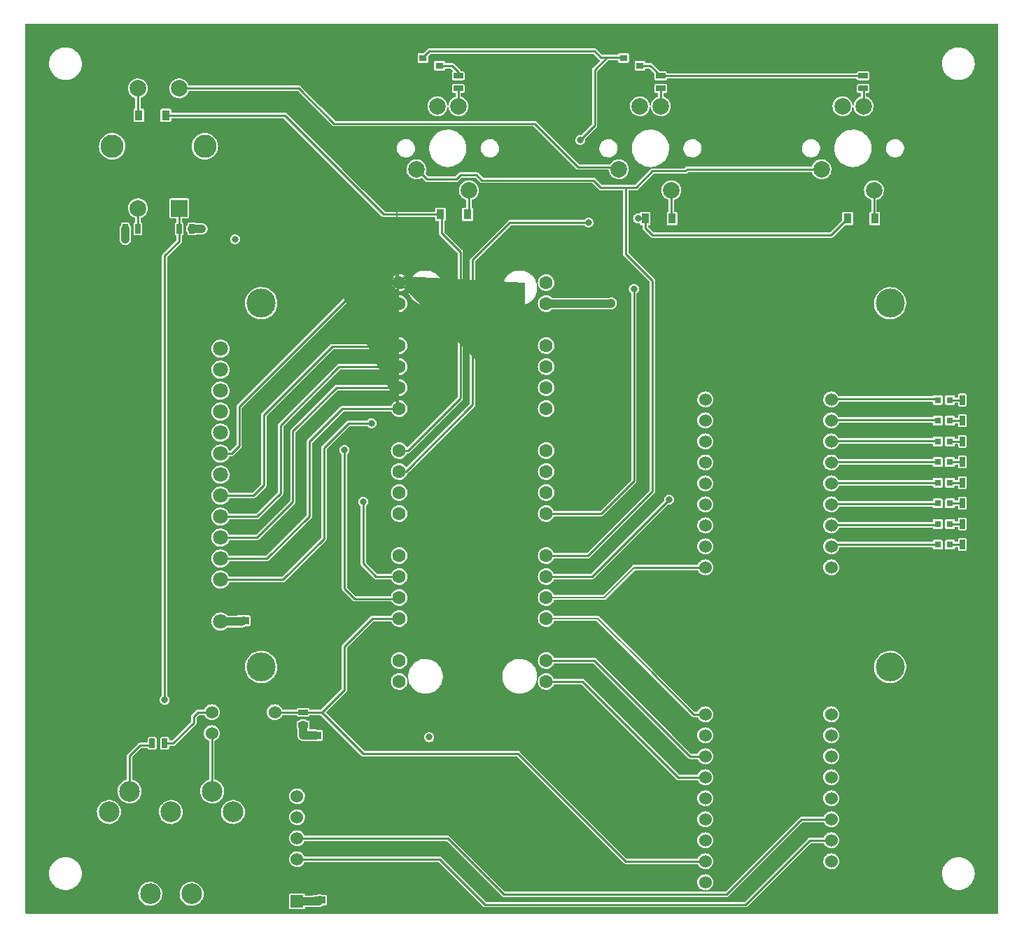
<source format=gtl>
G04 #@! TF.GenerationSoftware,KiCad,Pcbnew,6.0.2+dfsg-1*
G04 #@! TF.CreationDate,2023-02-09T12:02:37+01:00*
G04 #@! TF.ProjectId,proto_cmod,70726f74-6f5f-4636-9d6f-642e6b696361,rev?*
G04 #@! TF.SameCoordinates,Original*
G04 #@! TF.FileFunction,Copper,L1,Top*
G04 #@! TF.FilePolarity,Positive*
%FSLAX46Y46*%
G04 Gerber Fmt 4.6, Leading zero omitted, Abs format (unit mm)*
G04 Created by KiCad (PCBNEW 6.0.2+dfsg-1) date 2023-02-09 12:02:37*
%MOMM*%
%LPD*%
G01*
G04 APERTURE LIST*
G04 Aperture macros list*
%AMRoundRect*
0 Rectangle with rounded corners*
0 $1 Rounding radius*
0 $2 $3 $4 $5 $6 $7 $8 $9 X,Y pos of 4 corners*
0 Add a 4 corners polygon primitive as box body*
4,1,4,$2,$3,$4,$5,$6,$7,$8,$9,$2,$3,0*
0 Add four circle primitives for the rounded corners*
1,1,$1+$1,$2,$3*
1,1,$1+$1,$4,$5*
1,1,$1+$1,$6,$7*
1,1,$1+$1,$8,$9*
0 Add four rect primitives between the rounded corners*
20,1,$1+$1,$2,$3,$4,$5,0*
20,1,$1+$1,$4,$5,$6,$7,0*
20,1,$1+$1,$6,$7,$8,$9,0*
20,1,$1+$1,$8,$9,$2,$3,0*%
%AMFreePoly0*
4,1,57,0.281438,0.792513,0.314631,0.788760,0.324366,0.782642,0.335575,0.780064,0.361670,0.759195,0.389950,0.741421,0.741668,0.389704,0.759398,0.361385,0.780215,0.335261,0.782772,0.324050,0.788875,0.314303,0.792571,0.281098,0.800000,0.248529,0.800000,-0.248878,0.792513,-0.281438,0.788760,-0.314632,0.782641,-0.324367,0.780064,-0.335575,0.759196,-0.361669,0.741421,-0.389950,
0.389704,-0.741668,0.361385,-0.759398,0.335261,-0.780215,0.324050,-0.782772,0.314303,-0.788875,0.281098,-0.792571,0.248529,-0.800000,-0.248878,-0.800000,-0.281438,-0.792513,-0.314632,-0.788760,-0.324367,-0.782641,-0.335575,-0.780064,-0.361669,-0.759196,-0.389950,-0.741421,-0.741668,-0.389704,-0.759398,-0.361385,-0.780215,-0.335261,-0.782772,-0.324050,-0.788875,-0.314303,-0.792571,-0.281098,
-0.800000,-0.248529,-0.800000,0.248878,-0.792513,0.281438,-0.788760,0.314631,-0.782642,0.324366,-0.780064,0.335575,-0.759195,0.361670,-0.741421,0.389950,-0.389704,0.741668,-0.361385,0.759398,-0.335261,0.780215,-0.324050,0.782772,-0.314303,0.788875,-0.281098,0.792571,-0.248529,0.800000,0.248878,0.800000,0.281438,0.792513,0.281438,0.792513,$1*%
G04 Aperture macros list end*
G04 #@! TA.AperFunction,ComponentPad*
%ADD10C,1.600000*%
G04 #@! TD*
G04 #@! TA.AperFunction,ComponentPad*
%ADD11FreePoly0,0.000000*%
G04 #@! TD*
G04 #@! TA.AperFunction,ComponentPad*
%ADD12RoundRect,0.200000X-0.600000X-0.600000X0.600000X-0.600000X0.600000X0.600000X-0.600000X0.600000X0*%
G04 #@! TD*
G04 #@! TA.AperFunction,SMDPad,CuDef*
%ADD13R,1.397000X0.889000*%
G04 #@! TD*
G04 #@! TA.AperFunction,SMDPad,CuDef*
%ADD14R,0.635000X1.143000*%
G04 #@! TD*
G04 #@! TA.AperFunction,SMDPad,CuDef*
%ADD15R,0.910000X1.220000*%
G04 #@! TD*
G04 #@! TA.AperFunction,ComponentPad*
%ADD16C,2.500000*%
G04 #@! TD*
G04 #@! TA.AperFunction,SMDPad,CuDef*
%ADD17R,0.797560X0.797560*%
G04 #@! TD*
G04 #@! TA.AperFunction,SMDPad,CuDef*
%ADD18R,1.143000X0.635000*%
G04 #@! TD*
G04 #@! TA.AperFunction,SMDPad,CuDef*
%ADD19R,0.900000X0.800000*%
G04 #@! TD*
G04 #@! TA.AperFunction,ComponentPad*
%ADD20C,1.524000*%
G04 #@! TD*
G04 #@! TA.AperFunction,ComponentPad*
%ADD21R,1.524000X1.524000*%
G04 #@! TD*
G04 #@! TA.AperFunction,ComponentPad*
%ADD22C,2.000000*%
G04 #@! TD*
G04 #@! TA.AperFunction,WasherPad*
%ADD23C,3.500000*%
G04 #@! TD*
G04 #@! TA.AperFunction,ComponentPad*
%ADD24C,1.800000*%
G04 #@! TD*
G04 #@! TA.AperFunction,ComponentPad*
%ADD25R,2.000000X2.000000*%
G04 #@! TD*
G04 #@! TA.AperFunction,ComponentPad*
%ADD26C,2.800000*%
G04 #@! TD*
G04 #@! TA.AperFunction,ViaPad*
%ADD27C,0.800000*%
G04 #@! TD*
G04 #@! TA.AperFunction,Conductor*
%ADD28C,0.250000*%
G04 #@! TD*
G04 #@! TA.AperFunction,Conductor*
%ADD29C,0.200000*%
G04 #@! TD*
G04 #@! TA.AperFunction,Conductor*
%ADD30C,1.000000*%
G04 #@! TD*
G04 APERTURE END LIST*
D10*
G04 #@! TO.P,A101,1,GPIO0*
G04 #@! TO.N,/SCR_SPI0_MISO*
X132360000Y-63500000D03*
D11*
X132360000Y-63500000D03*
D10*
G04 #@! TO.P,A101,2,GPIO1*
G04 #@! TO.N,/SCR_SPI0_~{CS}*
X132360000Y-66040000D03*
D12*
G04 #@! TO.P,A101,3,GND*
G04 #@! TO.N,GND*
X132360000Y-68580000D03*
D10*
G04 #@! TO.P,A101,4,GPIO2*
G04 #@! TO.N,/SCR_SPI0_SCK*
X132360000Y-71120000D03*
G04 #@! TO.P,A101,5,GPIO3*
G04 #@! TO.N,/SCR_SPI0_MOSI*
X132360000Y-73660000D03*
G04 #@! TO.P,A101,6,GPIO4*
G04 #@! TO.N,/SCR_DC_RS*
X132360000Y-76200000D03*
G04 #@! TO.P,A101,7,GPIO5*
G04 #@! TO.N,/SCR_~{RESET}*
X132360000Y-78740000D03*
D12*
G04 #@! TO.P,A101,8,GND*
G04 #@! TO.N,GND*
X132360000Y-81280000D03*
D10*
G04 #@! TO.P,A101,9,GPIO6*
G04 #@! TO.N,/COL_0*
X132360000Y-83820000D03*
G04 #@! TO.P,A101,10,GPIO7*
G04 #@! TO.N,/COL_1*
X132360000Y-86360000D03*
G04 #@! TO.P,A101,11,GPIO8*
G04 #@! TO.N,/TCH_IRQ*
X132360000Y-88900000D03*
G04 #@! TO.P,A101,12,GPIO9*
G04 #@! TO.N,/TCH_SPI1_~{CS}*
X132360000Y-91440000D03*
D12*
G04 #@! TO.P,A101,13,GND*
G04 #@! TO.N,GND*
X132360000Y-93980000D03*
D10*
G04 #@! TO.P,A101,14,GPIO10*
G04 #@! TO.N,/TCH_SPI0_SCK*
X132360000Y-96520000D03*
G04 #@! TO.P,A101,15,GPIO11*
G04 #@! TO.N,/TCH_SPI1_MOSI*
X132360000Y-99060000D03*
G04 #@! TO.P,A101,16,GPIO12*
G04 #@! TO.N,/TCH_SPI1_MISO*
X132360000Y-101600000D03*
G04 #@! TO.P,A101,17,GPIO13*
G04 #@! TO.N,/MIDI_UART*
X132360000Y-104140000D03*
D12*
G04 #@! TO.P,A101,18,GND*
G04 #@! TO.N,GND*
X132360000Y-106680000D03*
D10*
G04 #@! TO.P,A101,19,GPIO14*
G04 #@! TO.N,/ENC_B*
X132360000Y-109220000D03*
G04 #@! TO.P,A101,20,GPIO15*
G04 #@! TO.N,/ENC_A*
X132360000Y-111760000D03*
G04 #@! TO.P,A101,21,GPIO16*
G04 #@! TO.N,/DSPI_SCK*
X150140000Y-111760000D03*
G04 #@! TO.P,A101,22,GPIO17*
G04 #@! TO.N,/DSPI_CS*
X150140000Y-109220000D03*
D12*
G04 #@! TO.P,A101,23,GND*
G04 #@! TO.N,GND*
X150140000Y-106680000D03*
D10*
G04 #@! TO.P,A101,24,GPIO18*
G04 #@! TO.N,/DSPI_MOSI0*
X150140000Y-104140000D03*
G04 #@! TO.P,A101,25,GPIO19*
G04 #@! TO.N,/DSPI_MOSI1*
X150140000Y-101600000D03*
G04 #@! TO.P,A101,26,GPIO20*
G04 #@! TO.N,/ROW_0*
X150140000Y-99060000D03*
G04 #@! TO.P,A101,27,GPIO21*
G04 #@! TO.N,/ROW_1*
X150140000Y-96520000D03*
D12*
G04 #@! TO.P,A101,28,GND*
G04 #@! TO.N,GND*
X150140000Y-93980000D03*
D10*
G04 #@! TO.P,A101,29,GPIO22*
G04 #@! TO.N,/KEY_LEDS*
X150140000Y-91440000D03*
G04 #@! TO.P,A101,30,RUN*
G04 #@! TO.N,unconnected-(A101-Pad30)*
X150140000Y-88900000D03*
G04 #@! TO.P,A101,31,GPIO26_ADC0*
G04 #@! TO.N,Net-(A101-Pad31)*
X150140000Y-86360000D03*
G04 #@! TO.P,A101,32,GPIO27_ADC1*
G04 #@! TO.N,Net-(R109-Pad1)*
X150140000Y-83820000D03*
D12*
G04 #@! TO.P,A101,33,AGND*
G04 #@! TO.N,GND*
X150140000Y-81280000D03*
D10*
G04 #@! TO.P,A101,34,GPIO28_ADC2*
G04 #@! TO.N,Net-(R110-Pad1)*
X150140000Y-78740000D03*
G04 #@! TO.P,A101,35,ADC_VREF*
G04 #@! TO.N,unconnected-(A101-Pad35)*
X150140000Y-76200000D03*
G04 #@! TO.P,A101,36,3V3*
G04 #@! TO.N,+3V3*
X150140000Y-73660000D03*
G04 #@! TO.P,A101,37,3V3_EN*
G04 #@! TO.N,unconnected-(A101-Pad37)*
X150140000Y-71120000D03*
D12*
G04 #@! TO.P,A101,38,GND*
G04 #@! TO.N,GND*
X150140000Y-68580000D03*
D10*
G04 #@! TO.P,A101,39,VSYS*
G04 #@! TO.N,+5V*
X150140000Y-66040000D03*
G04 #@! TO.P,A101,40,VBUS*
G04 #@! TO.N,unconnected-(A101-Pad40)*
X150140000Y-63500000D03*
G04 #@! TD*
D13*
G04 #@! TO.P,C104,1*
G04 #@! TO.N,GND*
X122250000Y-120202500D03*
G04 #@! TO.P,C104,2*
G04 #@! TO.N,+3V3*
X122250000Y-118297500D03*
G04 #@! TD*
D14*
G04 #@! TO.P,R120,1,1*
G04 #@! TO.N,GND*
X202012000Y-92700000D03*
G04 #@! TO.P,R120,2,2*
G04 #@! TO.N,Net-(D117-PadK)*
X200488000Y-92700000D03*
G04 #@! TD*
D13*
G04 #@! TO.P,C107,1*
G04 #@! TO.N,GND*
X156000000Y-67952500D03*
G04 #@! TO.P,C107,2*
G04 #@! TO.N,+5V*
X156000000Y-66047500D03*
G04 #@! TD*
D14*
G04 #@! TO.P,R101,1,1*
G04 #@! TO.N,Net-(R101-Pad1)*
X102488000Y-119250000D03*
G04 #@! TO.P,R101,2,2*
G04 #@! TO.N,Net-(R101-Pad2)*
X104012000Y-119250000D03*
G04 #@! TD*
D15*
G04 #@! TO.P,D105,A,A*
G04 #@! TO.N,Net-(D105-PadA)*
X189885000Y-55750000D03*
G04 #@! TO.P,D105,K,K*
G04 #@! TO.N,/COL_1*
X186615000Y-55750000D03*
G04 #@! TD*
D16*
G04 #@! TO.P,U103,1,1*
G04 #@! TO.N,unconnected-(U103-Pad1)*
X97250000Y-127550000D03*
G04 #@! TO.P,U103,2,2*
G04 #@! TO.N,unconnected-(U103-Pad2)*
X104750000Y-127550000D03*
G04 #@! TO.P,U103,3,3*
G04 #@! TO.N,unconnected-(U103-Pad3)*
X112250000Y-127550000D03*
G04 #@! TO.P,U103,4,4*
G04 #@! TO.N,Net-(R101-Pad1)*
X99750000Y-125050000D03*
G04 #@! TO.P,U103,5,5*
G04 #@! TO.N,Net-(U103-Pad5)*
X109750000Y-125050000D03*
G04 #@! TO.P,U103,6*
G04 #@! TO.N,N/C*
X102250000Y-137450000D03*
X107250000Y-137450000D03*
G04 #@! TD*
D17*
G04 #@! TO.P,D115,A,A*
G04 #@! TO.N,Net-(D115-PadA)*
X197500700Y-87700000D03*
G04 #@! TO.P,D115,K,K*
G04 #@! TO.N,Net-(D115-PadK)*
X198999300Y-87700000D03*
G04 #@! TD*
G04 #@! TO.P,D114,A,A*
G04 #@! TO.N,Net-(D114-PadA)*
X197500700Y-85200000D03*
G04 #@! TO.P,D114,K,K*
G04 #@! TO.N,Net-(D114-PadK)*
X198999300Y-85200000D03*
G04 #@! TD*
D18*
G04 #@! TO.P,R105,1,1*
G04 #@! TO.N,Net-(R105-Pad1)*
X139500000Y-40012000D03*
G04 #@! TO.P,R105,2,2*
G04 #@! TO.N,Net-(Q101-Pad3)*
X139500000Y-38488000D03*
G04 #@! TD*
D14*
G04 #@! TO.P,R114,1,1*
G04 #@! TO.N,GND*
X202012000Y-77700000D03*
G04 #@! TO.P,R114,2,2*
G04 #@! TO.N,Net-(D111-PadK)*
X200488000Y-77700000D03*
G04 #@! TD*
D18*
G04 #@! TO.P,R108,1,1*
G04 #@! TO.N,Net-(R108-Pad1)*
X188500000Y-40012000D03*
G04 #@! TO.P,R108,2,2*
G04 #@! TO.N,Net-(Q102-Pad3)*
X188500000Y-38488000D03*
G04 #@! TD*
D19*
G04 #@! TO.P,Q101,1,G*
G04 #@! TO.N,/KEY_LEDS*
X135250000Y-36300000D03*
G04 #@! TO.P,Q101,2,S*
G04 #@! TO.N,GND*
X135250000Y-38200000D03*
G04 #@! TO.P,Q101,3,D*
G04 #@! TO.N,Net-(Q101-Pad3)*
X137250000Y-37250000D03*
G04 #@! TD*
D14*
G04 #@! TO.P,R103,1,1*
G04 #@! TO.N,/ENC_B*
X100762000Y-57000000D03*
G04 #@! TO.P,R103,2,2*
G04 #@! TO.N,+3V3*
X99238000Y-57000000D03*
G04 #@! TD*
G04 #@! TO.P,R117,1,1*
G04 #@! TO.N,GND*
X202012000Y-85200000D03*
G04 #@! TO.P,R117,2,2*
G04 #@! TO.N,Net-(D114-PadK)*
X200488000Y-85200000D03*
G04 #@! TD*
D20*
G04 #@! TO.P,U104,1,A*
G04 #@! TO.N,Net-(R101-Pad2)*
X109690000Y-115480000D03*
G04 #@! TO.P,U104,2,K*
G04 #@! TO.N,Net-(U103-Pad5)*
X109690000Y-118020000D03*
G04 #@! TO.P,U104,3,EM*
G04 #@! TO.N,GND*
X117310000Y-118020000D03*
G04 #@! TO.P,U104,4,CO*
G04 #@! TO.N,/MIDI_UART*
X117310000Y-115480000D03*
G04 #@! TD*
D17*
G04 #@! TO.P,D117,A,A*
G04 #@! TO.N,Net-(D117-PadA)*
X197500700Y-92700000D03*
G04 #@! TO.P,D117,K,K*
G04 #@! TO.N,Net-(D117-PadK)*
X198999300Y-92700000D03*
G04 #@! TD*
D15*
G04 #@! TO.P,D102,A,A*
G04 #@! TO.N,Net-(D102-PadA)*
X140635000Y-55250000D03*
G04 #@! TO.P,D102,K,K*
G04 #@! TO.N,/COL_0*
X137365000Y-55250000D03*
G04 #@! TD*
D14*
G04 #@! TO.P,R116,1,1*
G04 #@! TO.N,GND*
X202012000Y-82700000D03*
G04 #@! TO.P,R116,2,2*
G04 #@! TO.N,Net-(D113-PadK)*
X200488000Y-82700000D03*
G04 #@! TD*
D15*
G04 #@! TO.P,D101,A,A*
G04 #@! TO.N,Net-(D101-PadA)*
X100865000Y-43250000D03*
G04 #@! TO.P,D101,K,K*
G04 #@! TO.N,/COL_0*
X104135000Y-43250000D03*
G04 #@! TD*
D14*
G04 #@! TO.P,R121,1,1*
G04 #@! TO.N,GND*
X202012000Y-95200000D03*
G04 #@! TO.P,R121,2,2*
G04 #@! TO.N,Net-(D118-PadK)*
X200488000Y-95200000D03*
G04 #@! TD*
D15*
G04 #@! TO.P,D104,A,A*
G04 #@! TO.N,Net-(D104-PadA)*
X165385000Y-55750000D03*
G04 #@! TO.P,D104,K,K*
G04 #@! TO.N,/COL_1*
X162115000Y-55750000D03*
G04 #@! TD*
D17*
G04 #@! TO.P,D111,A,A*
G04 #@! TO.N,Net-(D111-PadA)*
X197500700Y-77700000D03*
G04 #@! TO.P,D111,K,K*
G04 #@! TO.N,Net-(D111-PadK)*
X198999300Y-77700000D03*
G04 #@! TD*
G04 #@! TO.P,D113,A,A*
G04 #@! TO.N,Net-(D113-PadA)*
X197500700Y-82700000D03*
G04 #@! TO.P,D113,K,K*
G04 #@! TO.N,Net-(D113-PadK)*
X198999300Y-82700000D03*
G04 #@! TD*
D21*
G04 #@! TO.P,U102,1,VCC*
G04 #@! TO.N,+3V3*
X120000000Y-138350000D03*
D20*
G04 #@! TO.P,U102,2,GND*
G04 #@! TO.N,GND*
X120000000Y-135810000D03*
G04 #@! TO.P,U102,3,MCK*
G04 #@! TO.N,/I2S_MCK*
X120000000Y-133270000D03*
G04 #@! TO.P,U102,4,LRCK*
G04 #@! TO.N,/I2S_LRCK*
X120000000Y-130730000D03*
G04 #@! TO.P,U102,5,SCK*
G04 #@! TO.N,/I2S_SCK*
X120000000Y-128190000D03*
G04 #@! TO.P,U102,6,SD*
G04 #@! TO.N,/I2S_SD*
X120000000Y-125650000D03*
G04 #@! TD*
D13*
G04 #@! TO.P,C105,1*
G04 #@! TO.N,GND*
X113500000Y-102500000D03*
G04 #@! TO.P,C105,2*
G04 #@! TO.N,+3V3*
X113500000Y-104405000D03*
G04 #@! TD*
G04 #@! TO.P,C106,1*
G04 #@! TO.N,GND*
X153500000Y-67952500D03*
G04 #@! TO.P,C106,2*
G04 #@! TO.N,+5V*
X153500000Y-66047500D03*
G04 #@! TD*
D14*
G04 #@! TO.P,R118,1,1*
G04 #@! TO.N,GND*
X202012000Y-87700000D03*
G04 #@! TO.P,R118,2,2*
G04 #@! TO.N,Net-(D115-PadK)*
X200488000Y-87700000D03*
G04 #@! TD*
G04 #@! TO.P,R119,1,1*
G04 #@! TO.N,GND*
X202012000Y-90200000D03*
G04 #@! TO.P,R119,2,2*
G04 #@! TO.N,Net-(D116-PadK)*
X200488000Y-90200000D03*
G04 #@! TD*
D19*
G04 #@! TO.P,Q102,1,G*
G04 #@! TO.N,/KEY_LEDS*
X159500000Y-36300000D03*
G04 #@! TO.P,Q102,2,S*
G04 #@! TO.N,GND*
X159500000Y-38200000D03*
G04 #@! TO.P,Q102,3,D*
G04 #@! TO.N,Net-(Q102-Pad3)*
X161500000Y-37250000D03*
G04 #@! TD*
D13*
G04 #@! TO.P,C101,1*
G04 #@! TO.N,GND*
X122750000Y-136297500D03*
G04 #@! TO.P,C101,2*
G04 #@! TO.N,+3V3*
X122750000Y-138202500D03*
G04 #@! TD*
D20*
G04 #@! TO.P,U101,1,PIO1*
G04 #@! TO.N,unconnected-(U101-Pad1)*
X169380000Y-77640000D03*
G04 #@! TO.P,U101,2,PIO2*
G04 #@! TO.N,unconnected-(U101-Pad2)*
X169380000Y-80180000D03*
G04 #@! TO.P,U101,3,PIO3*
G04 #@! TO.N,unconnected-(U101-Pad3)*
X169380000Y-82720000D03*
G04 #@! TO.P,U101,4,PIO4*
G04 #@! TO.N,unconnected-(U101-Pad4)*
X169380000Y-85260000D03*
G04 #@! TO.P,U101,5,PIO5*
G04 #@! TO.N,unconnected-(U101-Pad5)*
X169380000Y-87800000D03*
G04 #@! TO.P,U101,6,PIO6*
G04 #@! TO.N,unconnected-(U101-Pad6)*
X169380000Y-90340000D03*
G04 #@! TO.P,U101,7,PIO7*
G04 #@! TO.N,unconnected-(U101-Pad7)*
X169380000Y-92880000D03*
G04 #@! TO.P,U101,8,PIO8*
G04 #@! TO.N,unconnected-(U101-Pad8)*
X169380000Y-95420000D03*
G04 #@! TO.P,U101,9,PIO9*
G04 #@! TO.N,/DSPI_MOSI1*
X169380000Y-97960000D03*
G04 #@! TO.P,U101,16,PIO16*
G04 #@! TO.N,/DSPI_MOSI0*
X169380000Y-115740000D03*
G04 #@! TO.P,U101,17,PIO17*
G04 #@! TO.N,unconnected-(U101-Pad17)*
X169380000Y-118280000D03*
G04 #@! TO.P,U101,18,PIO18*
G04 #@! TO.N,/DSPI_CS*
X169380000Y-120820000D03*
G04 #@! TO.P,U101,19,PIO19*
G04 #@! TO.N,/DSPI_SCK*
X169380000Y-123360000D03*
G04 #@! TO.P,U101,20,PIO20*
G04 #@! TO.N,unconnected-(U101-Pad20)*
X169380000Y-125900000D03*
G04 #@! TO.P,U101,21,PIO21*
G04 #@! TO.N,unconnected-(U101-Pad21)*
X169380000Y-128440000D03*
G04 #@! TO.P,U101,22,PIO22*
G04 #@! TO.N,unconnected-(U101-Pad22)*
X169380000Y-130980000D03*
G04 #@! TO.P,U101,23,PIO23*
G04 #@! TO.N,/MIDI_UART*
X169380000Y-133520000D03*
G04 #@! TO.P,U101,24,VU*
G04 #@! TO.N,+5V*
X169380000Y-136060000D03*
G04 #@! TO.P,U101,25,GND*
G04 #@! TO.N,GND*
X184620000Y-136060000D03*
G04 #@! TO.P,U101,26,PIO26*
G04 #@! TO.N,unconnected-(U101-Pad26)*
X184620000Y-133520000D03*
G04 #@! TO.P,U101,27,PIO27*
G04 #@! TO.N,/I2S_MCK*
X184620000Y-130980000D03*
G04 #@! TO.P,U101,28,PIO28*
G04 #@! TO.N,/I2S_LRCK*
X184620000Y-128440000D03*
G04 #@! TO.P,U101,29,PIO29*
G04 #@! TO.N,/I2S_SCK*
X184620000Y-125900000D03*
G04 #@! TO.P,U101,30,PIO30*
G04 #@! TO.N,/I2S_SD*
X184620000Y-123360000D03*
G04 #@! TO.P,U101,31,PIO31*
G04 #@! TO.N,unconnected-(U101-Pad31)*
X184620000Y-120820000D03*
G04 #@! TO.P,U101,32,AIN32*
G04 #@! TO.N,unconnected-(U101-Pad32)*
X184620000Y-118280000D03*
G04 #@! TO.P,U101,33,AIN33*
G04 #@! TO.N,unconnected-(U101-Pad33)*
X184620000Y-115740000D03*
G04 #@! TO.P,U101,40,PIO40*
G04 #@! TO.N,unconnected-(U101-Pad40)*
X184620000Y-97960000D03*
G04 #@! TO.P,U101,41,PIO41*
G04 #@! TO.N,Net-(D118-PadA)*
X184620000Y-95420000D03*
G04 #@! TO.P,U101,42,PIO42*
G04 #@! TO.N,Net-(D117-PadA)*
X184620000Y-92880000D03*
G04 #@! TO.P,U101,43,PIO43*
G04 #@! TO.N,Net-(D116-PadA)*
X184620000Y-90340000D03*
G04 #@! TO.P,U101,44,PIO44*
G04 #@! TO.N,Net-(D115-PadA)*
X184620000Y-87800000D03*
G04 #@! TO.P,U101,45,PIO45*
G04 #@! TO.N,Net-(D114-PadA)*
X184620000Y-85260000D03*
G04 #@! TO.P,U101,46,PIO46*
G04 #@! TO.N,Net-(D113-PadA)*
X184620000Y-82720000D03*
G04 #@! TO.P,U101,47,PIO47*
G04 #@! TO.N,Net-(D112-PadA)*
X184620000Y-80180000D03*
G04 #@! TO.P,U101,48,PIO48*
G04 #@! TO.N,Net-(D111-PadA)*
X184620000Y-77640000D03*
G04 #@! TD*
D18*
G04 #@! TO.P,R102,1,1*
G04 #@! TO.N,/MIDI_UART*
X120750000Y-115488000D03*
G04 #@! TO.P,R102,2,2*
G04 #@! TO.N,+3V3*
X120750000Y-117012000D03*
G04 #@! TD*
G04 #@! TO.P,R107,1,1*
G04 #@! TO.N,Net-(R107-Pad1)*
X164000000Y-40012000D03*
G04 #@! TO.P,R107,2,2*
G04 #@! TO.N,Net-(Q102-Pad3)*
X164000000Y-38488000D03*
G04 #@! TD*
D17*
G04 #@! TO.P,D118,A,A*
G04 #@! TO.N,Net-(D118-PadA)*
X197500700Y-95200000D03*
G04 #@! TO.P,D118,K,K*
G04 #@! TO.N,Net-(D118-PadK)*
X198999300Y-95200000D03*
G04 #@! TD*
D14*
G04 #@! TO.P,R115,1,1*
G04 #@! TO.N,GND*
X202012000Y-80200000D03*
G04 #@! TO.P,R115,2,2*
G04 #@! TO.N,Net-(D112-PadK)*
X200488000Y-80200000D03*
G04 #@! TD*
D17*
G04 #@! TO.P,D116,A,A*
G04 #@! TO.N,Net-(D116-PadA)*
X197500700Y-90200000D03*
G04 #@! TO.P,D116,K,K*
G04 #@! TO.N,Net-(D116-PadK)*
X198999300Y-90200000D03*
G04 #@! TD*
D14*
G04 #@! TO.P,R104,1,1*
G04 #@! TO.N,/ENC_A*
X105738000Y-57000000D03*
G04 #@! TO.P,R104,2,2*
G04 #@! TO.N,+3V3*
X107262000Y-57000000D03*
G04 #@! TD*
D17*
G04 #@! TO.P,D112,A,A*
G04 #@! TO.N,Net-(D112-PadA)*
X197500700Y-80200000D03*
G04 #@! TO.P,D112,K,K*
G04 #@! TO.N,Net-(D112-PadK)*
X198999300Y-80200000D03*
G04 #@! TD*
D22*
G04 #@! TO.P,S102,1,1*
G04 #@! TO.N,/ROW_0*
X158940000Y-49790000D03*
G04 #@! TO.P,S102,2,2*
G04 #@! TO.N,Net-(D104-PadA)*
X165290000Y-52330000D03*
G04 #@! TO.P,S102,3,3*
G04 #@! TO.N,+3V3*
X161480000Y-42170000D03*
G04 #@! TO.P,S102,4,4*
G04 #@! TO.N,Net-(R107-Pad1)*
X164020000Y-42170000D03*
G04 #@! TD*
D23*
G04 #@! TO.P,J101,*
G04 #@! TO.N,*
X191750000Y-66000000D03*
X191750000Y-110000000D03*
X115670000Y-66000000D03*
X115670000Y-110000000D03*
D24*
G04 #@! TO.P,J101,1,Pin_1*
G04 #@! TO.N,+3V3*
X110750000Y-104510000D03*
G04 #@! TO.P,J101,2,Pin_2*
G04 #@! TO.N,GND*
X110750000Y-101970000D03*
G04 #@! TO.P,J101,3,Pin_3*
G04 #@! TO.N,/SCR_SPI0_~{CS}*
X110750000Y-99430000D03*
G04 #@! TO.P,J101,4,Pin_4*
G04 #@! TO.N,/SCR_~{RESET}*
X110750000Y-96890000D03*
G04 #@! TO.P,J101,5,Pin_5*
G04 #@! TO.N,/SCR_DC_RS*
X110750000Y-94350000D03*
G04 #@! TO.P,J101,6,Pin_6*
G04 #@! TO.N,/SCR_SPI0_MOSI*
X110750000Y-91810000D03*
G04 #@! TO.P,J101,7,Pin_7*
G04 #@! TO.N,/SCR_SPI0_SCK*
X110750000Y-89270000D03*
G04 #@! TO.P,J101,8,Pin_8*
G04 #@! TO.N,+3V3*
X110750000Y-86730000D03*
G04 #@! TO.P,J101,9,Pin_9*
G04 #@! TO.N,/SCR_SPI0_MISO*
X110750000Y-84190000D03*
G04 #@! TO.P,J101,10,Pin_10*
G04 #@! TO.N,/TCH_SPI0_SCK*
X110750000Y-81650000D03*
G04 #@! TO.P,J101,11,Pin_11*
G04 #@! TO.N,/TCH_SPI1_~{CS}*
X110750000Y-79110000D03*
G04 #@! TO.P,J101,12,Pin_12*
G04 #@! TO.N,/TCH_SPI1_MOSI*
X110750000Y-76570000D03*
G04 #@! TO.P,J101,13,Pin_13*
G04 #@! TO.N,/TCH_SPI1_MISO*
X110750000Y-74030000D03*
G04 #@! TO.P,J101,14,Pin_14*
G04 #@! TO.N,/TCH_IRQ*
X110750000Y-71490000D03*
G04 #@! TD*
D25*
G04 #@! TO.P,SW101,A,A*
G04 #@! TO.N,/ENC_A*
X105750000Y-54500000D03*
D22*
G04 #@! TO.P,SW101,B,B*
G04 #@! TO.N,/ENC_B*
X100750000Y-54500000D03*
G04 #@! TO.P,SW101,C,C*
G04 #@! TO.N,GND*
X103250000Y-54500000D03*
D26*
G04 #@! TO.P,SW101,MP*
G04 #@! TO.N,N/C*
X108850000Y-47000000D03*
X97650000Y-47000000D03*
D22*
G04 #@! TO.P,SW101,S1,S1*
G04 #@! TO.N,/ROW_0*
X105750000Y-40000000D03*
G04 #@! TO.P,SW101,S2,S2*
G04 #@! TO.N,Net-(D101-PadA)*
X100750000Y-40000000D03*
G04 #@! TD*
G04 #@! TO.P,S108,1,1*
G04 #@! TO.N,/ROW_1*
X134440000Y-49790000D03*
G04 #@! TO.P,S108,2,2*
G04 #@! TO.N,Net-(D102-PadA)*
X140790000Y-52330000D03*
G04 #@! TO.P,S108,3,3*
G04 #@! TO.N,+3V3*
X136980000Y-42170000D03*
G04 #@! TO.P,S108,4,4*
G04 #@! TO.N,Net-(R105-Pad1)*
X139520000Y-42170000D03*
G04 #@! TD*
G04 #@! TO.P,S103,1,1*
G04 #@! TO.N,/ROW_1*
X183440000Y-49790000D03*
G04 #@! TO.P,S103,2,2*
G04 #@! TO.N,Net-(D105-PadA)*
X189790000Y-52330000D03*
G04 #@! TO.P,S103,3,3*
G04 #@! TO.N,+3V3*
X185980000Y-42170000D03*
G04 #@! TO.P,S103,4,4*
G04 #@! TO.N,Net-(R108-Pad1)*
X188520000Y-42170000D03*
G04 #@! TD*
D27*
G04 #@! TO.N,GND*
X173990000Y-52070000D03*
X180340000Y-55880000D03*
X169545000Y-56515000D03*
X180340000Y-40005000D03*
X175895000Y-40005000D03*
X168275000Y-40005000D03*
X183515000Y-44450000D03*
X179705000Y-44450000D03*
X178435000Y-46990000D03*
X172720000Y-46990000D03*
X156210000Y-53975000D03*
X142875000Y-55245000D03*
X147320000Y-53340000D03*
X147320000Y-47625000D03*
X150495000Y-41910000D03*
X143510000Y-41910000D03*
X128270000Y-41910000D03*
X132715000Y-41910000D03*
X129540000Y-46990000D03*
X130810000Y-51435000D03*
X125730000Y-48260000D03*
X123190000Y-45085000D03*
X118745000Y-41910000D03*
X113030000Y-41910000D03*
X107315000Y-41910000D03*
X135890000Y-93345000D03*
X135890000Y-100330000D03*
X135255000Y-87630000D03*
X139065000Y-84455000D03*
X142875000Y-70485000D03*
X142875000Y-65405000D03*
X137795000Y-67945000D03*
X137795000Y-76200000D03*
X135890000Y-78740000D03*
X123825000Y-78740000D03*
X127000000Y-77470000D03*
X127000000Y-74930000D03*
X127000000Y-72390000D03*
X113665000Y-75565000D03*
X116205000Y-73025000D03*
X113665000Y-73025000D03*
X113030000Y-86360000D03*
X114935000Y-78105000D03*
X117475000Y-76200000D03*
X119380000Y-74295000D03*
X121920000Y-71755000D03*
X127000000Y-69850000D03*
X127000000Y-67310000D03*
X129540000Y-85725000D03*
X129540000Y-82550000D03*
X124460000Y-90170000D03*
X124460000Y-87630000D03*
X120650000Y-84455000D03*
X113665000Y-90170000D03*
X113665000Y-93345000D03*
X117475000Y-93980000D03*
X119380000Y-95885000D03*
X129540000Y-95250000D03*
X129540000Y-92710000D03*
X127000000Y-95250000D03*
X127000000Y-92710000D03*
X128270000Y-100330000D03*
X127000000Y-99060000D03*
X130810000Y-110490000D03*
X128270000Y-107950000D03*
X123190000Y-111125000D03*
X123190000Y-107315000D03*
X125095000Y-102235000D03*
X121285000Y-102235000D03*
X117475000Y-102235000D03*
X111125000Y-111760000D03*
X114935000Y-118745000D03*
X118110000Y-107315000D03*
X111125000Y-107950000D03*
X107315000Y-80645000D03*
X107315000Y-76200000D03*
X107315000Y-72390000D03*
X158750000Y-71120000D03*
X158750000Y-78740000D03*
X154305000Y-76200000D03*
X157480000Y-88265000D03*
X156845000Y-83820000D03*
X154940000Y-81280000D03*
X153670000Y-85725000D03*
X152400000Y-102870000D03*
X152400000Y-100330000D03*
X152400000Y-97790000D03*
X152400000Y-93345000D03*
X157480000Y-92710000D03*
X157480000Y-95885000D03*
X157480000Y-99060000D03*
X165100000Y-94615000D03*
X165100000Y-106680000D03*
X165100000Y-100965000D03*
X158750000Y-124460000D03*
X164465000Y-123825000D03*
X151130000Y-115570000D03*
X153670000Y-118745000D03*
X157480000Y-118110000D03*
X152400000Y-106680000D03*
X158115000Y-108585000D03*
X163830000Y-114300000D03*
X167005000Y-117475000D03*
X167005000Y-121920000D03*
X164465000Y-119380000D03*
X158115000Y-113665000D03*
X173990000Y-137160000D03*
X175895000Y-135255000D03*
X177800000Y-133350000D03*
X182245000Y-129540000D03*
X132080000Y-128905000D03*
X127635000Y-127635000D03*
X123825000Y-124460000D03*
X125095000Y-129540000D03*
X122555000Y-127635000D03*
X132715000Y-137160000D03*
X130810000Y-135255000D03*
X125095000Y-135255000D03*
X122555000Y-132080000D03*
X127000000Y-132080000D03*
X142240000Y-136525000D03*
X140335000Y-134620000D03*
X137160000Y-132080000D03*
X133350000Y-132080000D03*
X180340000Y-138430000D03*
X173990000Y-132080000D03*
X176530000Y-130810000D03*
X172720000Y-134620000D03*
X180340000Y-135890000D03*
X177800000Y-138430000D03*
X161290000Y-135890000D03*
X157480000Y-135890000D03*
X153670000Y-135890000D03*
X149860000Y-135890000D03*
X146050000Y-135890000D03*
X127000000Y-137160000D03*
X135890000Y-135890000D03*
X109220001Y-60960000D03*
X114300000Y-60960000D03*
X124460000Y-60960000D03*
X132080000Y-60960000D03*
X116840000Y-60960000D03*
X111760000Y-60960000D03*
X121920001Y-60959999D03*
X127000000Y-60960000D03*
X119380001Y-60960000D03*
X129539999Y-60959999D03*
X182880000Y-35560000D03*
X180340000Y-35560000D03*
X172720000Y-35560000D03*
X185419999Y-35559999D03*
X187960000Y-35560000D03*
X165100001Y-35560000D03*
X175260001Y-35560000D03*
X167640000Y-35560000D03*
X170180000Y-35560000D03*
X177800001Y-35559999D03*
X119379999Y-35559999D03*
X106680000Y-35560000D03*
X111760001Y-35559999D03*
X121920000Y-35560000D03*
X109220001Y-35560000D03*
X104140000Y-35560000D03*
X101600000Y-35560000D03*
X116840000Y-35560000D03*
X114300000Y-35560000D03*
X99060001Y-35560000D03*
X147320000Y-78740000D03*
X147320000Y-93980000D03*
X147320000Y-99060000D03*
X147320000Y-81280000D03*
X147320000Y-91440000D03*
X147320000Y-86360000D03*
X147320000Y-83820000D03*
X147320000Y-96520000D03*
X147320000Y-88900000D03*
X147320000Y-101600000D03*
X101600000Y-86360000D03*
X101600000Y-83820000D03*
X101600000Y-88900000D03*
X101600000Y-81280000D03*
X101600000Y-78740000D03*
X101600000Y-76200000D03*
X101600000Y-73660000D03*
X101600000Y-71120000D03*
X101600000Y-68580000D03*
X101600000Y-66040000D03*
X187960000Y-129540000D03*
X187960000Y-121920000D03*
X187960000Y-109220000D03*
X187960000Y-106680000D03*
X187960000Y-111760000D03*
X187960000Y-132080000D03*
X187960000Y-114300000D03*
X187960000Y-124460000D03*
X187960000Y-116840000D03*
X187960000Y-127000000D03*
X187960000Y-119380000D03*
X187960000Y-104140000D03*
X172720000Y-99060000D03*
X172720000Y-104140000D03*
X172720000Y-111760000D03*
X172720000Y-101600000D03*
X172720000Y-124460000D03*
X172720000Y-106680000D03*
X172720000Y-114300000D03*
X172720000Y-127000000D03*
X172720000Y-119380000D03*
X172720000Y-121920000D03*
X172720000Y-109220000D03*
X172720000Y-116840000D03*
X172720000Y-93980000D03*
X172720000Y-91440000D03*
X172720000Y-78740000D03*
X172720000Y-86360000D03*
X172720000Y-68580000D03*
X172720000Y-83820000D03*
X172720000Y-88900000D03*
X172720000Y-76200000D03*
X172720000Y-81280000D03*
X172720000Y-66040000D03*
X172720000Y-71120000D03*
X172720000Y-73660000D03*
X177800000Y-71120000D03*
X177800000Y-73660000D03*
X177800000Y-68580000D03*
X177800000Y-66040000D03*
X177800000Y-83820000D03*
X177800000Y-91440000D03*
X177800000Y-88900000D03*
X177800000Y-81280000D03*
X177800000Y-93980000D03*
X177800000Y-76200000D03*
X177800000Y-86360000D03*
X177800000Y-78740000D03*
X198120000Y-50800000D03*
X198120000Y-53340000D03*
X198120000Y-55880000D03*
X198120000Y-40640000D03*
X198120000Y-60960000D03*
X198120000Y-48260000D03*
X198120000Y-43180000D03*
X198120000Y-68580000D03*
X198120000Y-66040000D03*
X198120000Y-63500000D03*
X198120000Y-58420000D03*
X198120000Y-45720000D03*
X203200000Y-137160000D03*
X203200000Y-134620000D03*
X203200000Y-132080000D03*
X203200000Y-129540000D03*
X203200000Y-127000000D03*
X203200000Y-124460000D03*
X203200000Y-121920000D03*
X203200000Y-119380000D03*
X203200000Y-116840000D03*
X203200000Y-114300000D03*
X203200000Y-111760000D03*
X203200000Y-109220000D03*
X203200000Y-106680000D03*
X203200000Y-104140000D03*
X203200000Y-101600000D03*
X203200000Y-99060000D03*
X203200000Y-96520000D03*
X203200000Y-93980000D03*
X203200000Y-91440000D03*
X203200000Y-88900000D03*
X203200000Y-86360000D03*
X203200000Y-83820000D03*
X203200000Y-81280000D03*
X203200000Y-78740000D03*
X203200000Y-76200000D03*
X203200000Y-73660000D03*
X203200000Y-71120000D03*
X203200000Y-68580000D03*
X203200000Y-66040000D03*
X203200000Y-63500000D03*
X203200000Y-60960000D03*
X203200000Y-58420000D03*
X203200000Y-55880000D03*
X203200000Y-53340000D03*
X203200000Y-50800000D03*
X203200000Y-48260000D03*
X203200000Y-45720000D03*
X203200000Y-43180000D03*
X203200000Y-40640000D03*
X91440000Y-132080000D03*
X91440000Y-129540000D03*
X91440000Y-127000000D03*
X91440000Y-124460000D03*
X91440000Y-121920000D03*
X91440000Y-119380000D03*
X91440000Y-116840000D03*
X91440000Y-114300000D03*
X91440000Y-111760000D03*
X91440000Y-109220000D03*
X91440000Y-106680000D03*
X91440000Y-104140000D03*
X91440000Y-101600000D03*
X91440000Y-99060000D03*
X91440000Y-96520000D03*
X91440000Y-93980000D03*
X91440000Y-91440000D03*
X91440000Y-88900000D03*
X91440000Y-86360000D03*
X91440000Y-83820000D03*
X91440000Y-81280000D03*
X91440000Y-78740000D03*
X91440000Y-76200000D03*
X91440000Y-73660000D03*
X91440000Y-71120000D03*
X91440000Y-68580000D03*
X91440000Y-66040000D03*
X91440000Y-63500000D03*
X91440000Y-60960000D03*
X91440000Y-58420000D03*
X91440000Y-55880000D03*
X91440000Y-53340000D03*
X91440000Y-50800000D03*
X91440000Y-48260000D03*
X91440000Y-45720000D03*
X91440000Y-43180000D03*
X91440000Y-40640000D03*
G04 #@! TO.N,/SCR_SPI0_~{CS}*
X129000000Y-80500000D03*
G04 #@! TO.N,GND*
X124000000Y-136250000D03*
X158500000Y-38250000D03*
X134000000Y-38250000D03*
X137750000Y-129750000D03*
G04 #@! TO.N,/TCH_SPI1_MOSI*
X128000000Y-90000000D03*
G04 #@! TO.N,/TCH_SPI1_MISO*
X125750000Y-83750000D03*
G04 #@! TO.N,/KEY_LEDS*
X154250000Y-46250000D03*
X160750000Y-64250000D03*
G04 #@! TO.N,/ENC_A*
X104000000Y-114000000D03*
G04 #@! TO.N,+3V3*
X120750000Y-118250000D03*
X112500000Y-58250000D03*
X136000000Y-118500000D03*
X99250000Y-58250000D03*
X108500000Y-57000000D03*
G04 #@! TO.N,+5V*
X158000000Y-66000000D03*
G04 #@! TO.N,/ROW_0*
X165000000Y-89750000D03*
G04 #@! TO.N,/COL_1*
X155250000Y-56250000D03*
X161250000Y-55750000D03*
G04 #@! TD*
D28*
G04 #@! TO.N,/SCR_SPI0_MISO*
X110750000Y-84190000D02*
X112060000Y-84190000D01*
X128000000Y-63500000D02*
X132360000Y-63500000D01*
X113000000Y-78500000D02*
X128000000Y-63500000D01*
X112060000Y-84190000D02*
X113000000Y-83250000D01*
X113000000Y-83250000D02*
X113000000Y-78500000D01*
G04 #@! TO.N,/SCR_SPI0_~{CS}*
X126250000Y-80500000D02*
X129000000Y-80500000D01*
X123250000Y-83500000D02*
X126250000Y-80500000D01*
X123250000Y-94500000D02*
X123250000Y-83500000D01*
X118320000Y-99430000D02*
X123250000Y-94500000D01*
X110750000Y-99430000D02*
X118320000Y-99430000D01*
G04 #@! TO.N,GND*
X134050000Y-38200000D02*
X134000000Y-38250000D01*
X122750000Y-136297500D02*
X123952500Y-136297500D01*
X159500000Y-38200000D02*
X158550000Y-38200000D01*
X135250000Y-38200000D02*
X134050000Y-38200000D01*
X123952500Y-136297500D02*
X124000000Y-136250000D01*
X158550000Y-38200000D02*
X158500000Y-38250000D01*
G04 #@! TO.N,/SCR_SPI0_SCK*
X110750000Y-89270000D02*
X114730000Y-89270000D01*
X116000000Y-79500000D02*
X124250000Y-71250000D01*
X116000000Y-88000000D02*
X116000000Y-79500000D01*
X114730000Y-89270000D02*
X116000000Y-88000000D01*
X124250000Y-71250000D02*
X132230000Y-71250000D01*
X132230000Y-71250000D02*
X132360000Y-71120000D01*
G04 #@! TO.N,/SCR_SPI0_MOSI*
X118000000Y-80750000D02*
X125090000Y-73660000D01*
X118000000Y-89000000D02*
X118000000Y-80750000D01*
X110750000Y-91810000D02*
X115190000Y-91810000D01*
X115190000Y-91810000D02*
X118000000Y-89000000D01*
X125090000Y-73660000D02*
X132360000Y-73660000D01*
G04 #@! TO.N,/SCR_DC_RS*
X119500000Y-81500000D02*
X124800000Y-76200000D01*
X115150000Y-94350000D02*
X119500000Y-90000000D01*
X110750000Y-94350000D02*
X115150000Y-94350000D01*
X119500000Y-90000000D02*
X119500000Y-81500000D01*
X124800000Y-76200000D02*
X132360000Y-76200000D01*
G04 #@! TO.N,/SCR_~{RESET}*
X121500000Y-82750000D02*
X125500000Y-78750000D01*
X125500000Y-78750000D02*
X132350000Y-78750000D01*
X116360000Y-96890000D02*
X121500000Y-91750000D01*
X110750000Y-96890000D02*
X116360000Y-96890000D01*
X121500000Y-91750000D02*
X121500000Y-82750000D01*
X132350000Y-78750000D02*
X132360000Y-78740000D01*
G04 #@! TO.N,/MIDI_UART*
X125750000Y-107500000D02*
X125750000Y-112750000D01*
X128000000Y-120500000D02*
X123000000Y-115500000D01*
X169380000Y-133520000D02*
X159770000Y-133520000D01*
X123000000Y-115500000D02*
X120762000Y-115500000D01*
X120762000Y-115500000D02*
X120750000Y-115488000D01*
X125750000Y-112750000D02*
X123000000Y-115500000D01*
X159770000Y-133520000D02*
X146750000Y-120500000D01*
X132360000Y-104140000D02*
X129110000Y-104140000D01*
X120742000Y-115480000D02*
X120750000Y-115488000D01*
X146750000Y-120500000D02*
X128000000Y-120500000D01*
X117310000Y-115480000D02*
X120742000Y-115480000D01*
X129110000Y-104140000D02*
X125750000Y-107500000D01*
G04 #@! TO.N,/TCH_SPI1_MOSI*
X128000000Y-90000000D02*
X128000000Y-97500000D01*
X129560000Y-99060000D02*
X132360000Y-99060000D01*
X128000000Y-97500000D02*
X129560000Y-99060000D01*
G04 #@! TO.N,/DSPI_SCK*
X154510000Y-111760000D02*
X150140000Y-111760000D01*
X169380000Y-123360000D02*
X166110000Y-123360000D01*
X166110000Y-123360000D02*
X154510000Y-111760000D01*
G04 #@! TO.N,/DSPI_CS*
X169380000Y-120820000D02*
X167570000Y-120820000D01*
X167570000Y-120820000D02*
X155970000Y-109220000D01*
X155970000Y-109220000D02*
X150140000Y-109220000D01*
D29*
G04 #@! TO.N,/DSPI_MOSI0*
X156390000Y-104140000D02*
X162875000Y-110625000D01*
D28*
X169380000Y-115740000D02*
X167990000Y-115740000D01*
X167990000Y-115740000D02*
X162875000Y-110625000D01*
D29*
X150140000Y-104140000D02*
X156390000Y-104140000D01*
D28*
X169310000Y-116250000D02*
X169380000Y-116320000D01*
D29*
X162875000Y-110625000D02*
X163250000Y-111000000D01*
D28*
G04 #@! TO.N,/DSPI_MOSI1*
X160790000Y-97960000D02*
X160750000Y-98000000D01*
D29*
X157150000Y-101600000D02*
X160750000Y-98000000D01*
D28*
X169380000Y-97960000D02*
X160790000Y-97960000D01*
D29*
X150140000Y-101600000D02*
X157150000Y-101600000D01*
D28*
G04 #@! TO.N,/TCH_SPI1_MISO*
X127000000Y-101750000D02*
X132210000Y-101750000D01*
X125750000Y-83750000D02*
X125750000Y-100500000D01*
X132210000Y-101750000D02*
X132360000Y-101600000D01*
X125750000Y-100500000D02*
X127000000Y-101750000D01*
G04 #@! TO.N,/KEY_LEDS*
X156000000Y-44500000D02*
X156000000Y-37750000D01*
X156810000Y-91440000D02*
X160750000Y-87500000D01*
X157500000Y-36250000D02*
X156750000Y-36250000D01*
X135250000Y-36250000D02*
X136000000Y-35500000D01*
X156750000Y-36250000D02*
X156000000Y-35500000D01*
X157500000Y-36250000D02*
X159450000Y-36250000D01*
X154250000Y-46250000D02*
X156000000Y-44500000D01*
X135250000Y-36300000D02*
X135250000Y-36250000D01*
X150140000Y-91440000D02*
X156810000Y-91440000D01*
X160750000Y-87500000D02*
X160750000Y-64250000D01*
X136000000Y-35500000D02*
X156000000Y-35500000D01*
X156000000Y-37750000D02*
X157500000Y-36250000D01*
X159450000Y-36250000D02*
X159500000Y-36300000D01*
G04 #@! TO.N,/ENC_B*
X100762000Y-57000000D02*
X100762000Y-54512000D01*
X100762000Y-54512000D02*
X100750000Y-54500000D01*
G04 #@! TO.N,/ENC_A*
X104000000Y-114000000D02*
X104000000Y-60250000D01*
X105750000Y-54500000D02*
X105750000Y-56988000D01*
X105750000Y-58500000D02*
X105750000Y-57012000D01*
X105750000Y-56988000D02*
X105738000Y-57000000D01*
X104000000Y-60250000D02*
X105750000Y-58500000D01*
X105750000Y-57012000D02*
X105738000Y-57000000D01*
D30*
G04 #@! TO.N,+3V3*
X99250000Y-58250000D02*
X99250000Y-57012000D01*
X110750000Y-104510000D02*
X113395000Y-104510000D01*
X120000000Y-138350000D02*
X122602500Y-138350000D01*
X108500000Y-57000000D02*
X107262000Y-57000000D01*
X120750000Y-118250000D02*
X122202500Y-118250000D01*
X120750000Y-118250000D02*
X120750000Y-117012000D01*
X99250000Y-57012000D02*
X99238000Y-57000000D01*
X122602500Y-138350000D02*
X122750000Y-138202500D01*
X113395000Y-104510000D02*
X113500000Y-104405000D01*
X122202500Y-118250000D02*
X122250000Y-118297500D01*
G04 #@! TO.N,+5V*
X153492500Y-66040000D02*
X153500000Y-66047500D01*
X150140000Y-66040000D02*
X153492500Y-66040000D01*
X156000000Y-66047500D02*
X157952500Y-66047500D01*
X157952500Y-66047500D02*
X158000000Y-66000000D01*
X156000000Y-66047500D02*
X153500000Y-66047500D01*
D28*
G04 #@! TO.N,/I2S_MCK*
X174250000Y-138750000D02*
X182000000Y-131000000D01*
X184600000Y-131000000D02*
X184620000Y-130980000D01*
X120000000Y-133270000D02*
X137270000Y-133270000D01*
X137270000Y-133270000D02*
X142750000Y-138750000D01*
X182000000Y-131000000D02*
X184600000Y-131000000D01*
X142750000Y-138750000D02*
X174250000Y-138750000D01*
G04 #@! TO.N,/I2S_LRCK*
X138230000Y-130730000D02*
X145000000Y-137500000D01*
X120000000Y-130730000D02*
X138230000Y-130730000D01*
X145000000Y-137500000D02*
X172000000Y-137500000D01*
X172000000Y-137500000D02*
X181060000Y-128440000D01*
X181060000Y-128440000D02*
X184620000Y-128440000D01*
G04 #@! TO.N,Net-(R101-Pad1)*
X99750000Y-120750000D02*
X101000000Y-119500000D01*
X99750000Y-125050000D02*
X99750000Y-120750000D01*
X101000000Y-119500000D02*
X102238000Y-119500000D01*
X102238000Y-119500000D02*
X102488000Y-119250000D01*
G04 #@! TO.N,Net-(R101-Pad2)*
X108000000Y-115500000D02*
X109670000Y-115500000D01*
X107500000Y-116000000D02*
X108000000Y-115500000D01*
X104012000Y-119250000D02*
X105000000Y-119250000D01*
X109670000Y-115500000D02*
X109690000Y-115480000D01*
X107500000Y-116750000D02*
X107500000Y-116000000D01*
X105000000Y-119250000D02*
X107500000Y-116750000D01*
G04 #@! TO.N,/ROW_0*
X160500000Y-94250000D02*
X165000000Y-89750000D01*
X120250000Y-40000000D02*
X124500000Y-44250000D01*
X158650000Y-49500000D02*
X158940000Y-49790000D01*
X105750000Y-40000000D02*
X120250000Y-40000000D01*
X150140000Y-99060000D02*
X155690000Y-99060000D01*
X148750000Y-44250000D02*
X154000000Y-49500000D01*
X155690000Y-99060000D02*
X160500000Y-94250000D01*
X154000000Y-49500000D02*
X158650000Y-49500000D01*
X124500000Y-44250000D02*
X148750000Y-44250000D01*
G04 #@! TO.N,Net-(U103-Pad5)*
X109690000Y-118020000D02*
X109690000Y-124990000D01*
X109690000Y-124990000D02*
X109750000Y-125050000D01*
G04 #@! TO.N,/ROW_1*
X167000000Y-50000000D02*
X167210000Y-49790000D01*
X134440000Y-49790000D02*
X134540000Y-49790000D01*
X135750000Y-51000000D02*
X139250000Y-51000000D01*
X139250000Y-51000000D02*
X139750000Y-50500000D01*
X163000000Y-88750000D02*
X163000000Y-63250000D01*
X159750000Y-60000000D02*
X159750000Y-52000000D01*
X134540000Y-49790000D02*
X135750000Y-51000000D01*
X159750000Y-52000000D02*
X161000000Y-52000000D01*
X139750000Y-50500000D02*
X141750000Y-50500000D01*
X163000000Y-63250000D02*
X159750000Y-60000000D01*
X163000000Y-50000000D02*
X167000000Y-50000000D01*
X142364511Y-51114511D02*
X155864511Y-51114511D01*
X141750000Y-50500000D02*
X142364511Y-51114511D01*
X161000000Y-52000000D02*
X163000000Y-50000000D01*
X167210000Y-49790000D02*
X183440000Y-49790000D01*
X155230000Y-96520000D02*
X163000000Y-88750000D01*
X150140000Y-96520000D02*
X155230000Y-96520000D01*
X156750000Y-52000000D02*
X159750000Y-52000000D01*
X155864511Y-51114511D02*
X156750000Y-52000000D01*
G04 #@! TO.N,/COL_0*
X133430000Y-83820000D02*
X139750000Y-77500000D01*
X137500000Y-55385000D02*
X137365000Y-55250000D01*
X137500000Y-57500000D02*
X137500000Y-55385000D01*
X118500000Y-43250000D02*
X130500000Y-55250000D01*
X139750000Y-59750000D02*
X137500000Y-57500000D01*
X139750000Y-77500000D02*
X139750000Y-59750000D01*
X104135000Y-43250000D02*
X118500000Y-43250000D01*
X132360000Y-83820000D02*
X133430000Y-83820000D01*
X130500000Y-55250000D02*
X137365000Y-55250000D01*
G04 #@! TO.N,/COL_1*
X145750000Y-56250000D02*
X155250000Y-56250000D01*
X184615000Y-57750000D02*
X186615000Y-55750000D01*
X132360000Y-86360000D02*
X133140000Y-86360000D01*
X163000000Y-57750000D02*
X184615000Y-57750000D01*
X133140000Y-86360000D02*
X141250000Y-78250000D01*
X161250000Y-55750000D02*
X162115000Y-55750000D01*
X141250000Y-78250000D02*
X141250000Y-60750000D01*
X162115000Y-56865000D02*
X163000000Y-57750000D01*
X141250000Y-60750000D02*
X145750000Y-56250000D01*
X162115000Y-55750000D02*
X162115000Y-56865000D01*
G04 #@! TO.N,Net-(D101-PadA)*
X100750000Y-43135000D02*
X100865000Y-43250000D01*
X100750000Y-40000000D02*
X100750000Y-43135000D01*
G04 #@! TO.N,Net-(D102-PadA)*
X140790000Y-55095000D02*
X140635000Y-55250000D01*
X140790000Y-52330000D02*
X140790000Y-55095000D01*
G04 #@! TO.N,Net-(D104-PadA)*
X165290000Y-52330000D02*
X165290000Y-55655000D01*
X165290000Y-55655000D02*
X165385000Y-55750000D01*
G04 #@! TO.N,Net-(D105-PadA)*
X189790000Y-55655000D02*
X189885000Y-55750000D01*
X189790000Y-52330000D02*
X189790000Y-55655000D01*
G04 #@! TO.N,Net-(R105-Pad1)*
X139500000Y-42150000D02*
X139520000Y-42170000D01*
X139500000Y-40012000D02*
X139500000Y-42150000D01*
G04 #@! TO.N,Net-(D111-PadA)*
X197390700Y-77590000D02*
X197500700Y-77700000D01*
X184620000Y-77590000D02*
X197390700Y-77590000D01*
G04 #@! TO.N,Net-(D111-PadK)*
X200488000Y-77700000D02*
X198999300Y-77700000D01*
G04 #@! TO.N,Net-(D112-PadA)*
X184620000Y-80130000D02*
X197430700Y-80130000D01*
X197430700Y-80130000D02*
X197500700Y-80200000D01*
G04 #@! TO.N,Net-(D112-PadK)*
X200488000Y-80200000D02*
X198999300Y-80200000D01*
G04 #@! TO.N,Net-(D113-PadA)*
X184620000Y-82670000D02*
X197470700Y-82670000D01*
X197470700Y-82670000D02*
X197500700Y-82700000D01*
G04 #@! TO.N,Net-(D113-PadK)*
X200488000Y-82700000D02*
X198999300Y-82700000D01*
G04 #@! TO.N,Net-(D114-PadA)*
X184620000Y-85210000D02*
X197490700Y-85210000D01*
X197490700Y-85210000D02*
X197500700Y-85200000D01*
G04 #@! TO.N,Net-(D114-PadK)*
X200488000Y-85200000D02*
X198999300Y-85200000D01*
G04 #@! TO.N,Net-(D115-PadA)*
X184620000Y-87750000D02*
X197450700Y-87750000D01*
X197450700Y-87750000D02*
X197500700Y-87700000D01*
G04 #@! TO.N,Net-(D115-PadK)*
X200488000Y-87700000D02*
X198999300Y-87700000D01*
G04 #@! TO.N,Net-(D116-PadA)*
X197410700Y-90290000D02*
X197500700Y-90200000D01*
X184620000Y-90290000D02*
X197410700Y-90290000D01*
X184790000Y-90750000D02*
X184620000Y-90920000D01*
G04 #@! TO.N,Net-(D116-PadK)*
X200488000Y-90200000D02*
X198999300Y-90200000D01*
G04 #@! TO.N,Net-(D117-PadA)*
X197370700Y-92830000D02*
X197500700Y-92700000D01*
X184620000Y-92830000D02*
X197370700Y-92830000D01*
G04 #@! TO.N,Net-(D117-PadK)*
X200488000Y-92700000D02*
X198999300Y-92700000D01*
G04 #@! TO.N,Net-(D118-PadA)*
X197500700Y-95200000D02*
X184790000Y-95200000D01*
G04 #@! TO.N,Net-(D118-PadK)*
X200488000Y-95200000D02*
X198999300Y-95200000D01*
G04 #@! TO.N,Net-(R107-Pad1)*
X164000000Y-42150000D02*
X164020000Y-42170000D01*
X164000000Y-40012000D02*
X164000000Y-42150000D01*
G04 #@! TO.N,Net-(R108-Pad1)*
X188520000Y-40032000D02*
X188500000Y-40012000D01*
X188520000Y-42170000D02*
X188520000Y-40032000D01*
G04 #@! TO.N,unconnected-(U101-Pad17)*
X169270000Y-118750000D02*
X169380000Y-118860000D01*
G04 #@! TO.N,unconnected-(U101-Pad21)*
X169360000Y-129000000D02*
X169380000Y-129020000D01*
G04 #@! TO.N,Net-(Q101-Pad3)*
X139500000Y-38000000D02*
X139500000Y-38488000D01*
X137250000Y-37250000D02*
X138750000Y-37250000D01*
X138750000Y-37250000D02*
X139500000Y-38000000D01*
G04 #@! TO.N,Net-(Q102-Pad3)*
X161500000Y-37250000D02*
X162762000Y-37250000D01*
X162762000Y-37250000D02*
X164000000Y-38488000D01*
X164000000Y-38488000D02*
X188500000Y-38488000D01*
G04 #@! TD*
G04 #@! TA.AperFunction,Conductor*
G04 #@! TO.N,GND*
G36*
X204823566Y-32167313D02*
G01*
X204848876Y-32211150D01*
X204850000Y-32224000D01*
X204850000Y-139776000D01*
X204832687Y-139823566D01*
X204788850Y-139848876D01*
X204776000Y-139850000D01*
X87224000Y-139850000D01*
X87176434Y-139832687D01*
X87151124Y-139788850D01*
X87150000Y-139776000D01*
X87150000Y-139131748D01*
X119037500Y-139131748D01*
X119049133Y-139190231D01*
X119093448Y-139256552D01*
X119159769Y-139300867D01*
X119204295Y-139309724D01*
X119214682Y-139311790D01*
X119214683Y-139311790D01*
X119218252Y-139312500D01*
X120781748Y-139312500D01*
X120785317Y-139311790D01*
X120785318Y-139311790D01*
X120795705Y-139309724D01*
X120840231Y-139300867D01*
X120906552Y-139256552D01*
X120950867Y-139190231D01*
X120962500Y-139131748D01*
X120962500Y-139124500D01*
X120979813Y-139076934D01*
X121023650Y-139051624D01*
X121036500Y-139050500D01*
X122575621Y-139050500D01*
X122580654Y-139050671D01*
X122634985Y-139054375D01*
X122639430Y-139054678D01*
X122702970Y-139043588D01*
X122706783Y-139043025D01*
X122770820Y-139035276D01*
X122781634Y-139031190D01*
X122795065Y-139027515D01*
X122802060Y-139026294D01*
X122806454Y-139025527D01*
X122810536Y-139023735D01*
X122810540Y-139023734D01*
X122865500Y-138999608D01*
X122869087Y-138998144D01*
X122925250Y-138976922D01*
X122925251Y-138976921D01*
X122929423Y-138975345D01*
X122938950Y-138968798D01*
X122951116Y-138962026D01*
X122953450Y-138961002D01*
X122957621Y-138959171D01*
X122957624Y-138959169D01*
X122961702Y-138957379D01*
X123012881Y-138918108D01*
X123016010Y-138915835D01*
X123065473Y-138881840D01*
X123065474Y-138881839D01*
X123069151Y-138879312D01*
X123072119Y-138875981D01*
X123075426Y-138872270D01*
X123119996Y-138848275D01*
X123130675Y-138847500D01*
X123468248Y-138847500D01*
X123471817Y-138846790D01*
X123471818Y-138846790D01*
X123482205Y-138844724D01*
X123526731Y-138835867D01*
X123571433Y-138805998D01*
X123586991Y-138795602D01*
X123593052Y-138791552D01*
X123611679Y-138763675D01*
X123633316Y-138731294D01*
X123633316Y-138731293D01*
X123637367Y-138725231D01*
X123649000Y-138666748D01*
X123649000Y-137738252D01*
X123637367Y-137679769D01*
X123600545Y-137624661D01*
X123597102Y-137619509D01*
X123593052Y-137613448D01*
X123526731Y-137569133D01*
X123482205Y-137560276D01*
X123471818Y-137558210D01*
X123471817Y-137558210D01*
X123468248Y-137557500D01*
X123044609Y-137557500D01*
X123022111Y-137553997D01*
X122886475Y-137510710D01*
X122886472Y-137510709D01*
X122882225Y-137509354D01*
X122724306Y-137498588D01*
X122717515Y-137498125D01*
X122713070Y-137497822D01*
X122708682Y-137498588D01*
X122708679Y-137498588D01*
X122550446Y-137526204D01*
X122550444Y-137526205D01*
X122546047Y-137526972D01*
X122541960Y-137528766D01*
X122541957Y-137528767D01*
X122490719Y-137551259D01*
X122460975Y-137557500D01*
X122031752Y-137557500D01*
X122028183Y-137558210D01*
X122028182Y-137558210D01*
X122017795Y-137560276D01*
X121973269Y-137569133D01*
X121906948Y-137613448D01*
X121902898Y-137619509D01*
X121897746Y-137624661D01*
X121896101Y-137623016D01*
X121864009Y-137646545D01*
X121843305Y-137649500D01*
X121036500Y-137649500D01*
X120988934Y-137632187D01*
X120963624Y-137588350D01*
X120962500Y-137575500D01*
X120962500Y-137568252D01*
X120950867Y-137509769D01*
X120906552Y-137443448D01*
X120900491Y-137439398D01*
X120846294Y-137403184D01*
X120846293Y-137403184D01*
X120840231Y-137399133D01*
X120795705Y-137390276D01*
X120785318Y-137388210D01*
X120785317Y-137388210D01*
X120781748Y-137387500D01*
X119218252Y-137387500D01*
X119214683Y-137388210D01*
X119214682Y-137388210D01*
X119204295Y-137390276D01*
X119159769Y-137399133D01*
X119153707Y-137403184D01*
X119153706Y-137403184D01*
X119099509Y-137439398D01*
X119093448Y-137443448D01*
X119049133Y-137509769D01*
X119037500Y-137568252D01*
X119037500Y-139131748D01*
X87150000Y-139131748D01*
X87150000Y-137414440D01*
X100794963Y-137414440D01*
X100795138Y-137417475D01*
X100806439Y-137613448D01*
X100808694Y-137652562D01*
X100809358Y-137655509D01*
X100809359Y-137655515D01*
X100848388Y-137828700D01*
X100861131Y-137885245D01*
X100950867Y-138106239D01*
X101075493Y-138309609D01*
X101077482Y-138311905D01*
X101077484Y-138311908D01*
X101148005Y-138393320D01*
X101231660Y-138489894D01*
X101415176Y-138642252D01*
X101417794Y-138643782D01*
X101417800Y-138643786D01*
X101618486Y-138761057D01*
X101618491Y-138761059D01*
X101621112Y-138762591D01*
X101623951Y-138763675D01*
X101841092Y-138846594D01*
X101841096Y-138846595D01*
X101843937Y-138847680D01*
X101846921Y-138848287D01*
X101846924Y-138848288D01*
X101954283Y-138870130D01*
X102077666Y-138895233D01*
X102168615Y-138898568D01*
X102312985Y-138903862D01*
X102312991Y-138903862D01*
X102316025Y-138903973D01*
X102319037Y-138903587D01*
X102319041Y-138903587D01*
X102549596Y-138874051D01*
X102552609Y-138873665D01*
X102781068Y-138805125D01*
X102783792Y-138803791D01*
X102783796Y-138803789D01*
X102992537Y-138701527D01*
X102995264Y-138700191D01*
X103189445Y-138561683D01*
X103191597Y-138559539D01*
X103356242Y-138395468D01*
X103356245Y-138395465D01*
X103358397Y-138393320D01*
X103360167Y-138390857D01*
X103360172Y-138390851D01*
X103495810Y-138202089D01*
X103497582Y-138199623D01*
X103603263Y-137985795D01*
X103650992Y-137828700D01*
X103671718Y-137760480D01*
X103672600Y-137757577D01*
X103673831Y-137748231D01*
X103703476Y-137523053D01*
X103703476Y-137523048D01*
X103703733Y-137521099D01*
X103705471Y-137450000D01*
X103702548Y-137414440D01*
X105794963Y-137414440D01*
X105795138Y-137417475D01*
X105806439Y-137613448D01*
X105808694Y-137652562D01*
X105809358Y-137655509D01*
X105809359Y-137655515D01*
X105848388Y-137828700D01*
X105861131Y-137885245D01*
X105950867Y-138106239D01*
X106075493Y-138309609D01*
X106077482Y-138311905D01*
X106077484Y-138311908D01*
X106148005Y-138393320D01*
X106231660Y-138489894D01*
X106415176Y-138642252D01*
X106417794Y-138643782D01*
X106417800Y-138643786D01*
X106618486Y-138761057D01*
X106618491Y-138761059D01*
X106621112Y-138762591D01*
X106623951Y-138763675D01*
X106841092Y-138846594D01*
X106841096Y-138846595D01*
X106843937Y-138847680D01*
X106846921Y-138848287D01*
X106846924Y-138848288D01*
X106954283Y-138870130D01*
X107077666Y-138895233D01*
X107168615Y-138898568D01*
X107312985Y-138903862D01*
X107312991Y-138903862D01*
X107316025Y-138903973D01*
X107319037Y-138903587D01*
X107319041Y-138903587D01*
X107549596Y-138874051D01*
X107552609Y-138873665D01*
X107781068Y-138805125D01*
X107783792Y-138803791D01*
X107783796Y-138803789D01*
X107992537Y-138701527D01*
X107995264Y-138700191D01*
X108189445Y-138561683D01*
X108191597Y-138559539D01*
X108356242Y-138395468D01*
X108356245Y-138395465D01*
X108358397Y-138393320D01*
X108360167Y-138390857D01*
X108360172Y-138390851D01*
X108495810Y-138202089D01*
X108497582Y-138199623D01*
X108603263Y-137985795D01*
X108650992Y-137828700D01*
X108671718Y-137760480D01*
X108672600Y-137757577D01*
X108673831Y-137748231D01*
X108703476Y-137523053D01*
X108703476Y-137523048D01*
X108703733Y-137521099D01*
X108705471Y-137450000D01*
X108702548Y-137414440D01*
X108686176Y-137215312D01*
X108686176Y-137215311D01*
X108685927Y-137212284D01*
X108676437Y-137174500D01*
X108628560Y-136983894D01*
X108627821Y-136980952D01*
X108532712Y-136762216D01*
X108403155Y-136561951D01*
X108242629Y-136385536D01*
X108055445Y-136237707D01*
X107962954Y-136186649D01*
X107849293Y-136123905D01*
X107849288Y-136123903D01*
X107846631Y-136122436D01*
X107843765Y-136121421D01*
X107624664Y-136043833D01*
X107624660Y-136043832D01*
X107621794Y-136042817D01*
X107618799Y-136042283D01*
X107618797Y-136042283D01*
X107504383Y-136021903D01*
X107386972Y-136000988D01*
X107228027Y-135999046D01*
X107151508Y-135998111D01*
X107151507Y-135998111D01*
X107148471Y-135998074D01*
X106912698Y-136034153D01*
X106909818Y-136035094D01*
X106909815Y-136035095D01*
X106688866Y-136107312D01*
X106688862Y-136107314D01*
X106685982Y-136108255D01*
X106474414Y-136218390D01*
X106283675Y-136361602D01*
X106118887Y-136534042D01*
X106117176Y-136536551D01*
X106117173Y-136536554D01*
X106064099Y-136614358D01*
X105984475Y-136731082D01*
X105884051Y-136947428D01*
X105820309Y-137177272D01*
X105794963Y-137414440D01*
X103702548Y-137414440D01*
X103686176Y-137215312D01*
X103686176Y-137215311D01*
X103685927Y-137212284D01*
X103676437Y-137174500D01*
X103628560Y-136983894D01*
X103627821Y-136980952D01*
X103532712Y-136762216D01*
X103403155Y-136561951D01*
X103242629Y-136385536D01*
X103055445Y-136237707D01*
X102962954Y-136186649D01*
X102849293Y-136123905D01*
X102849288Y-136123903D01*
X102846631Y-136122436D01*
X102843765Y-136121421D01*
X102624664Y-136043833D01*
X102624660Y-136043832D01*
X102621794Y-136042817D01*
X102618799Y-136042283D01*
X102618797Y-136042283D01*
X102504383Y-136021903D01*
X102386972Y-136000988D01*
X102228027Y-135999046D01*
X102151508Y-135998111D01*
X102151507Y-135998111D01*
X102148471Y-135998074D01*
X101912698Y-136034153D01*
X101909818Y-136035094D01*
X101909815Y-136035095D01*
X101688866Y-136107312D01*
X101688862Y-136107314D01*
X101685982Y-136108255D01*
X101474414Y-136218390D01*
X101283675Y-136361602D01*
X101118887Y-136534042D01*
X101117176Y-136536551D01*
X101117173Y-136536554D01*
X101064099Y-136614358D01*
X100984475Y-136731082D01*
X100884051Y-136947428D01*
X100820309Y-137177272D01*
X100794963Y-137414440D01*
X87150000Y-137414440D01*
X87150000Y-134968891D01*
X90019698Y-134968891D01*
X90035071Y-135248228D01*
X90089650Y-135522613D01*
X90182345Y-135786570D01*
X90311307Y-136034832D01*
X90374959Y-136123905D01*
X90457629Y-136239590D01*
X90473963Y-136262448D01*
X90475764Y-136264336D01*
X90475769Y-136264342D01*
X90665265Y-136462983D01*
X90667068Y-136464873D01*
X90886768Y-136638071D01*
X90889025Y-136639382D01*
X91126417Y-136777271D01*
X91126422Y-136777273D01*
X91128680Y-136778585D01*
X91387978Y-136883611D01*
X91390517Y-136884242D01*
X91390518Y-136884242D01*
X91656945Y-136950423D01*
X91656951Y-136950424D01*
X91659487Y-136951054D01*
X91763420Y-136961703D01*
X91896200Y-136975308D01*
X91896206Y-136975308D01*
X91898077Y-136975500D01*
X92071266Y-136975500D01*
X92072576Y-136975407D01*
X92072583Y-136975407D01*
X92276454Y-136960972D01*
X92276460Y-136960971D01*
X92279061Y-136960787D01*
X92281611Y-136960238D01*
X92281618Y-136960237D01*
X92452532Y-136923440D01*
X92552555Y-136901906D01*
X92555003Y-136901003D01*
X92555006Y-136901002D01*
X92688283Y-136851833D01*
X92815023Y-136805076D01*
X92862296Y-136779569D01*
X93058929Y-136673472D01*
X93058934Y-136673469D01*
X93061230Y-136672230D01*
X93286262Y-136506019D01*
X93485629Y-136309759D01*
X93655355Y-136087365D01*
X93792052Y-135843275D01*
X93892992Y-135582360D01*
X93907435Y-135520052D01*
X93955572Y-135312372D01*
X93955572Y-135312370D01*
X93956162Y-135309826D01*
X93961282Y-135250718D01*
X93980076Y-135033718D01*
X93980302Y-135031109D01*
X93964929Y-134751772D01*
X93910350Y-134477387D01*
X93820828Y-134222464D01*
X93818523Y-134215901D01*
X93818522Y-134215898D01*
X93817655Y-134213430D01*
X93796485Y-134172675D01*
X93740126Y-134064180D01*
X93688693Y-133965168D01*
X93566316Y-133793917D01*
X93527561Y-133739684D01*
X93527558Y-133739680D01*
X93526037Y-133737552D01*
X93524236Y-133735664D01*
X93524231Y-133735658D01*
X93334735Y-133537017D01*
X93332932Y-133535127D01*
X93113232Y-133361929D01*
X93033247Y-133315470D01*
X92931717Y-133256496D01*
X119032937Y-133256496D01*
X119033240Y-133260105D01*
X119033240Y-133260107D01*
X119048429Y-133440982D01*
X119048732Y-133444590D01*
X119100760Y-133626034D01*
X119187040Y-133793917D01*
X119304285Y-133941844D01*
X119307038Y-133944187D01*
X119307041Y-133944190D01*
X119445272Y-134061833D01*
X119448030Y-134064180D01*
X119471865Y-134077501D01*
X119609641Y-134154502D01*
X119609645Y-134154504D01*
X119612800Y-134156267D01*
X119792317Y-134214595D01*
X119850139Y-134221490D01*
X119976145Y-134236516D01*
X119976148Y-134236516D01*
X119979745Y-134236945D01*
X120028203Y-134233216D01*
X120164335Y-134222742D01*
X120164337Y-134222742D01*
X120167945Y-134222464D01*
X120349748Y-134171703D01*
X120352975Y-134170073D01*
X120514995Y-134088232D01*
X120514998Y-134088230D01*
X120518229Y-134086598D01*
X120521078Y-134084372D01*
X120521083Y-134084369D01*
X120664117Y-133972617D01*
X120666970Y-133970388D01*
X120669472Y-133967490D01*
X120675754Y-133960212D01*
X120790307Y-133827501D01*
X120792090Y-133824362D01*
X120792093Y-133824358D01*
X120842481Y-133735658D01*
X120883542Y-133663378D01*
X120884686Y-133659940D01*
X120889277Y-133646141D01*
X120920719Y-133606472D01*
X120959493Y-133595500D01*
X137104522Y-133595500D01*
X137152088Y-133612813D01*
X137156848Y-133617174D01*
X142507512Y-138967839D01*
X142511862Y-138972585D01*
X142537545Y-139003194D01*
X142543147Y-139006428D01*
X142543149Y-139006430D01*
X142572144Y-139023170D01*
X142577588Y-139026638D01*
X142610316Y-139049554D01*
X142616570Y-139051230D01*
X142621087Y-139053336D01*
X142626662Y-139055646D01*
X142631350Y-139057352D01*
X142636955Y-139060588D01*
X142643327Y-139061712D01*
X142643328Y-139061712D01*
X142676304Y-139067527D01*
X142682604Y-139068924D01*
X142706854Y-139075421D01*
X142721193Y-139079263D01*
X142760982Y-139075782D01*
X142767432Y-139075500D01*
X174232559Y-139075500D01*
X174239009Y-139075782D01*
X174272358Y-139078700D01*
X174272359Y-139078700D01*
X174278807Y-139079264D01*
X174317404Y-139068921D01*
X174323703Y-139067525D01*
X174333271Y-139065838D01*
X174356672Y-139061712D01*
X174356674Y-139061711D01*
X174363045Y-139060588D01*
X174368647Y-139057353D01*
X174373358Y-139055639D01*
X174378882Y-139053351D01*
X174383432Y-139051229D01*
X174389684Y-139049554D01*
X174394987Y-139045841D01*
X174422411Y-139026638D01*
X174427851Y-139023172D01*
X174462455Y-139003194D01*
X174466618Y-138998233D01*
X174488140Y-138972585D01*
X174492501Y-138967825D01*
X178491435Y-134968891D01*
X198019698Y-134968891D01*
X198035071Y-135248228D01*
X198089650Y-135522613D01*
X198182345Y-135786570D01*
X198311307Y-136034832D01*
X198374959Y-136123905D01*
X198457629Y-136239590D01*
X198473963Y-136262448D01*
X198475764Y-136264336D01*
X198475769Y-136264342D01*
X198665265Y-136462983D01*
X198667068Y-136464873D01*
X198886768Y-136638071D01*
X198889025Y-136639382D01*
X199126417Y-136777271D01*
X199126422Y-136777273D01*
X199128680Y-136778585D01*
X199387978Y-136883611D01*
X199390517Y-136884242D01*
X199390518Y-136884242D01*
X199656945Y-136950423D01*
X199656951Y-136950424D01*
X199659487Y-136951054D01*
X199763420Y-136961703D01*
X199896200Y-136975308D01*
X199896206Y-136975308D01*
X199898077Y-136975500D01*
X200071266Y-136975500D01*
X200072576Y-136975407D01*
X200072583Y-136975407D01*
X200276454Y-136960972D01*
X200276460Y-136960971D01*
X200279061Y-136960787D01*
X200281611Y-136960238D01*
X200281618Y-136960237D01*
X200452532Y-136923440D01*
X200552555Y-136901906D01*
X200555003Y-136901003D01*
X200555006Y-136901002D01*
X200688283Y-136851833D01*
X200815023Y-136805076D01*
X200862296Y-136779569D01*
X201058929Y-136673472D01*
X201058934Y-136673469D01*
X201061230Y-136672230D01*
X201286262Y-136506019D01*
X201485629Y-136309759D01*
X201655355Y-136087365D01*
X201792052Y-135843275D01*
X201892992Y-135582360D01*
X201907435Y-135520052D01*
X201955572Y-135312372D01*
X201955572Y-135312370D01*
X201956162Y-135309826D01*
X201961282Y-135250718D01*
X201980076Y-135033718D01*
X201980302Y-135031109D01*
X201964929Y-134751772D01*
X201910350Y-134477387D01*
X201820828Y-134222464D01*
X201818523Y-134215901D01*
X201818522Y-134215898D01*
X201817655Y-134213430D01*
X201796485Y-134172675D01*
X201740126Y-134064180D01*
X201688693Y-133965168D01*
X201566316Y-133793917D01*
X201527561Y-133739684D01*
X201527558Y-133739680D01*
X201526037Y-133737552D01*
X201524236Y-133735664D01*
X201524231Y-133735658D01*
X201334735Y-133537017D01*
X201332932Y-133535127D01*
X201113232Y-133361929D01*
X201033247Y-133315470D01*
X200873583Y-133222729D01*
X200873578Y-133222727D01*
X200871320Y-133221415D01*
X200612022Y-133116389D01*
X200609482Y-133115758D01*
X200343055Y-133049577D01*
X200343049Y-133049576D01*
X200340513Y-133048946D01*
X200225383Y-133037150D01*
X200103800Y-133024692D01*
X200103794Y-133024692D01*
X200101923Y-133024500D01*
X199928734Y-133024500D01*
X199927424Y-133024593D01*
X199927417Y-133024593D01*
X199723546Y-133039028D01*
X199723540Y-133039029D01*
X199720939Y-133039213D01*
X199718389Y-133039762D01*
X199718382Y-133039763D01*
X199547468Y-133076560D01*
X199447445Y-133098094D01*
X199444997Y-133098997D01*
X199444994Y-133098998D01*
X199319038Y-133145466D01*
X199184977Y-133194924D01*
X199182678Y-133196164D01*
X199182679Y-133196164D01*
X198941071Y-133326528D01*
X198941066Y-133326531D01*
X198938770Y-133327770D01*
X198936670Y-133329321D01*
X198936667Y-133329323D01*
X198894297Y-133360618D01*
X198713738Y-133493981D01*
X198514371Y-133690241D01*
X198344645Y-133912635D01*
X198207948Y-134156725D01*
X198107008Y-134417640D01*
X198106419Y-134420183D01*
X198106417Y-134420188D01*
X198091043Y-134486516D01*
X198043838Y-134690174D01*
X198019698Y-134968891D01*
X178491435Y-134968891D01*
X179953830Y-133506496D01*
X183652937Y-133506496D01*
X183653240Y-133510105D01*
X183653240Y-133510107D01*
X183665822Y-133659940D01*
X183668732Y-133694590D01*
X183720760Y-133876034D01*
X183807040Y-134043917D01*
X183924285Y-134191844D01*
X183927038Y-134194187D01*
X183927041Y-134194190D01*
X184065272Y-134311833D01*
X184068030Y-134314180D01*
X184071192Y-134315947D01*
X184229641Y-134404502D01*
X184229645Y-134404504D01*
X184232800Y-134406267D01*
X184412317Y-134464595D01*
X184470139Y-134471490D01*
X184596145Y-134486516D01*
X184596148Y-134486516D01*
X184599745Y-134486945D01*
X184648203Y-134483216D01*
X184784335Y-134472742D01*
X184784337Y-134472742D01*
X184787945Y-134472464D01*
X184969748Y-134421703D01*
X184972975Y-134420073D01*
X185134995Y-134338232D01*
X185134998Y-134338230D01*
X185138229Y-134336598D01*
X185141078Y-134334372D01*
X185141083Y-134334369D01*
X185284117Y-134222617D01*
X185286970Y-134220388D01*
X185410307Y-134077501D01*
X185412090Y-134074362D01*
X185412093Y-134074358D01*
X185456925Y-133995439D01*
X185503542Y-133913378D01*
X185526029Y-133845782D01*
X185561980Y-133737708D01*
X185563123Y-133734272D01*
X185567697Y-133698070D01*
X185586522Y-133549049D01*
X185586522Y-133549045D01*
X185586780Y-133547005D01*
X185587157Y-133520000D01*
X185580105Y-133448070D01*
X185569091Y-133335745D01*
X185568738Y-133332145D01*
X185514181Y-133151445D01*
X185431112Y-132995213D01*
X185427265Y-132987978D01*
X185427264Y-132987976D01*
X185425566Y-132984783D01*
X185306266Y-132838508D01*
X185228057Y-132773808D01*
X185163622Y-132720503D01*
X185163621Y-132720502D01*
X185160827Y-132718191D01*
X185143905Y-132709041D01*
X184997973Y-132630136D01*
X184997972Y-132630136D01*
X184994788Y-132628414D01*
X184991334Y-132627345D01*
X184991332Y-132627344D01*
X184944734Y-132612920D01*
X184814474Y-132572597D01*
X184626752Y-132552867D01*
X184623148Y-132553195D01*
X184623147Y-132553195D01*
X184622598Y-132553245D01*
X184438773Y-132569974D01*
X184415832Y-132576726D01*
X184261168Y-132622246D01*
X184261164Y-132622248D01*
X184257697Y-132623268D01*
X184247854Y-132628414D01*
X184093627Y-132709041D01*
X184093624Y-132709043D01*
X184090420Y-132710718D01*
X184087602Y-132712983D01*
X184087600Y-132712985D01*
X184060489Y-132734783D01*
X183943316Y-132828993D01*
X183940990Y-132831765D01*
X183940988Y-132831767D01*
X183824313Y-132970814D01*
X183824310Y-132970818D01*
X183821986Y-132973588D01*
X183731052Y-133138996D01*
X183729958Y-133142445D01*
X183692634Y-133260107D01*
X183673978Y-133318917D01*
X183652937Y-133506496D01*
X179953830Y-133506496D01*
X182113152Y-131347174D01*
X182159028Y-131325782D01*
X182165478Y-131325500D01*
X183670176Y-131325500D01*
X183717742Y-131342813D01*
X183735993Y-131365675D01*
X183769251Y-131430388D01*
X183807040Y-131503917D01*
X183924285Y-131651844D01*
X183927038Y-131654187D01*
X183927041Y-131654190D01*
X184065272Y-131771833D01*
X184068030Y-131774180D01*
X184071192Y-131775947D01*
X184229641Y-131864502D01*
X184229645Y-131864504D01*
X184232800Y-131866267D01*
X184412317Y-131924595D01*
X184470139Y-131931490D01*
X184596145Y-131946516D01*
X184596148Y-131946516D01*
X184599745Y-131946945D01*
X184648203Y-131943216D01*
X184784335Y-131932742D01*
X184784337Y-131932742D01*
X184787945Y-131932464D01*
X184969748Y-131881703D01*
X184998093Y-131867385D01*
X185134995Y-131798232D01*
X185134998Y-131798230D01*
X185138229Y-131796598D01*
X185141078Y-131794372D01*
X185141083Y-131794369D01*
X185284117Y-131682617D01*
X185286970Y-131680388D01*
X185410307Y-131537501D01*
X185412090Y-131534362D01*
X185412093Y-131534358D01*
X185456925Y-131455439D01*
X185503542Y-131373378D01*
X185506105Y-131365675D01*
X185561980Y-131197708D01*
X185563123Y-131194272D01*
X185567697Y-131158070D01*
X185586522Y-131009049D01*
X185586522Y-131009045D01*
X185586780Y-131007005D01*
X185587157Y-130980000D01*
X185580105Y-130908070D01*
X185569091Y-130795745D01*
X185568738Y-130792145D01*
X185514181Y-130611445D01*
X185431112Y-130455213D01*
X185427265Y-130447978D01*
X185427264Y-130447976D01*
X185425566Y-130444783D01*
X185306266Y-130298508D01*
X185228057Y-130233808D01*
X185163622Y-130180503D01*
X185163621Y-130180502D01*
X185160827Y-130178191D01*
X185143905Y-130169041D01*
X184997973Y-130090136D01*
X184997972Y-130090136D01*
X184994788Y-130088414D01*
X184991334Y-130087345D01*
X184991332Y-130087344D01*
X184944734Y-130072920D01*
X184814474Y-130032597D01*
X184626752Y-130012867D01*
X184623148Y-130013195D01*
X184623147Y-130013195D01*
X184622598Y-130013245D01*
X184438773Y-130029974D01*
X184415832Y-130036726D01*
X184261168Y-130082246D01*
X184261164Y-130082248D01*
X184257697Y-130083268D01*
X184247854Y-130088414D01*
X184093627Y-130169041D01*
X184093624Y-130169043D01*
X184090420Y-130170718D01*
X184087602Y-130172983D01*
X184087600Y-130172985D01*
X184060489Y-130194783D01*
X183943316Y-130288993D01*
X183940990Y-130291765D01*
X183940988Y-130291767D01*
X183824313Y-130430814D01*
X183824310Y-130430818D01*
X183821986Y-130433588D01*
X183731052Y-130598996D01*
X183729959Y-130602442D01*
X183723477Y-130622876D01*
X183692592Y-130662980D01*
X183652941Y-130674500D01*
X182017433Y-130674500D01*
X182010984Y-130674218D01*
X182008267Y-130673980D01*
X181971193Y-130670737D01*
X181964938Y-130672413D01*
X181932604Y-130681076D01*
X181926304Y-130682473D01*
X181893328Y-130688288D01*
X181893327Y-130688288D01*
X181886955Y-130689412D01*
X181881350Y-130692648D01*
X181876662Y-130694354D01*
X181871096Y-130696660D01*
X181866571Y-130698770D01*
X181860316Y-130700446D01*
X181855014Y-130704159D01*
X181855011Y-130704160D01*
X181827589Y-130723362D01*
X181822149Y-130726828D01*
X181787545Y-130746806D01*
X181783383Y-130751766D01*
X181783382Y-130751767D01*
X181761860Y-130777415D01*
X181757499Y-130782175D01*
X174136848Y-138402826D01*
X174090972Y-138424218D01*
X174084522Y-138424500D01*
X142915479Y-138424500D01*
X142867913Y-138407187D01*
X142863153Y-138402826D01*
X137512494Y-133052168D01*
X137508133Y-133047408D01*
X137501718Y-133039763D01*
X137482455Y-133016806D01*
X137447851Y-132996828D01*
X137442411Y-132993362D01*
X137414987Y-132974159D01*
X137414986Y-132974158D01*
X137409684Y-132970446D01*
X137403432Y-132968771D01*
X137398882Y-132966649D01*
X137393358Y-132964361D01*
X137388647Y-132962647D01*
X137383045Y-132959412D01*
X137376674Y-132958289D01*
X137376672Y-132958288D01*
X137353271Y-132954162D01*
X137343703Y-132952475D01*
X137337401Y-132951078D01*
X137298807Y-132940736D01*
X137292359Y-132941300D01*
X137292358Y-132941300D01*
X137259009Y-132944218D01*
X137252559Y-132944500D01*
X120961084Y-132944500D01*
X120913518Y-132927187D01*
X120894537Y-132901256D01*
X120894181Y-132901445D01*
X120892868Y-132898975D01*
X120892867Y-132898973D01*
X120805566Y-132734783D01*
X120686266Y-132588508D01*
X120540827Y-132468191D01*
X120523905Y-132459041D01*
X120377973Y-132380136D01*
X120377972Y-132380136D01*
X120374788Y-132378414D01*
X120371334Y-132377345D01*
X120371332Y-132377344D01*
X120324734Y-132362920D01*
X120194474Y-132322597D01*
X120006752Y-132302867D01*
X120003148Y-132303195D01*
X120003147Y-132303195D01*
X120002598Y-132303245D01*
X119818773Y-132319974D01*
X119775056Y-132332841D01*
X119641168Y-132372246D01*
X119641164Y-132372248D01*
X119637697Y-132373268D01*
X119627854Y-132378414D01*
X119473627Y-132459041D01*
X119473624Y-132459043D01*
X119470420Y-132460718D01*
X119323316Y-132578993D01*
X119320990Y-132581765D01*
X119320988Y-132581767D01*
X119204313Y-132720814D01*
X119204310Y-132720818D01*
X119201986Y-132723588D01*
X119111052Y-132888996D01*
X119107163Y-132901256D01*
X119060398Y-133048680D01*
X119053978Y-133068917D01*
X119032937Y-133256496D01*
X92931717Y-133256496D01*
X92873583Y-133222729D01*
X92873578Y-133222727D01*
X92871320Y-133221415D01*
X92612022Y-133116389D01*
X92609482Y-133115758D01*
X92343055Y-133049577D01*
X92343049Y-133049576D01*
X92340513Y-133048946D01*
X92225383Y-133037150D01*
X92103800Y-133024692D01*
X92103794Y-133024692D01*
X92101923Y-133024500D01*
X91928734Y-133024500D01*
X91927424Y-133024593D01*
X91927417Y-133024593D01*
X91723546Y-133039028D01*
X91723540Y-133039029D01*
X91720939Y-133039213D01*
X91718389Y-133039762D01*
X91718382Y-133039763D01*
X91547468Y-133076560D01*
X91447445Y-133098094D01*
X91444997Y-133098997D01*
X91444994Y-133098998D01*
X91319038Y-133145466D01*
X91184977Y-133194924D01*
X91182678Y-133196164D01*
X91182679Y-133196164D01*
X90941071Y-133326528D01*
X90941066Y-133326531D01*
X90938770Y-133327770D01*
X90936670Y-133329321D01*
X90936667Y-133329323D01*
X90894297Y-133360618D01*
X90713738Y-133493981D01*
X90514371Y-133690241D01*
X90344645Y-133912635D01*
X90207948Y-134156725D01*
X90107008Y-134417640D01*
X90106419Y-134420183D01*
X90106417Y-134420188D01*
X90091043Y-134486516D01*
X90043838Y-134690174D01*
X90019698Y-134968891D01*
X87150000Y-134968891D01*
X87150000Y-130716496D01*
X119032937Y-130716496D01*
X119033240Y-130720105D01*
X119033240Y-130720107D01*
X119039592Y-130795745D01*
X119048732Y-130904590D01*
X119100760Y-131086034D01*
X119187040Y-131253917D01*
X119304285Y-131401844D01*
X119307038Y-131404187D01*
X119307041Y-131404190D01*
X119445272Y-131521833D01*
X119448030Y-131524180D01*
X119471865Y-131537501D01*
X119609641Y-131614502D01*
X119609645Y-131614504D01*
X119612800Y-131616267D01*
X119792317Y-131674595D01*
X119850139Y-131681490D01*
X119976145Y-131696516D01*
X119976148Y-131696516D01*
X119979745Y-131696945D01*
X120028203Y-131693216D01*
X120164335Y-131682742D01*
X120164337Y-131682742D01*
X120167945Y-131682464D01*
X120349748Y-131631703D01*
X120378093Y-131617385D01*
X120514995Y-131548232D01*
X120514998Y-131548230D01*
X120518229Y-131546598D01*
X120521078Y-131544372D01*
X120521083Y-131544369D01*
X120664117Y-131432617D01*
X120666970Y-131430388D01*
X120790307Y-131287501D01*
X120792090Y-131284362D01*
X120792093Y-131284358D01*
X120841317Y-131197708D01*
X120883542Y-131123378D01*
X120884686Y-131119940D01*
X120889277Y-131106141D01*
X120920719Y-131066472D01*
X120959493Y-131055500D01*
X138064522Y-131055500D01*
X138112088Y-131072813D01*
X138116848Y-131077174D01*
X144757506Y-137717832D01*
X144761861Y-137722585D01*
X144787545Y-137753194D01*
X144822149Y-137773172D01*
X144827589Y-137776638D01*
X144860316Y-137799554D01*
X144866568Y-137801229D01*
X144871118Y-137803351D01*
X144876642Y-137805639D01*
X144881353Y-137807353D01*
X144886955Y-137810588D01*
X144893326Y-137811711D01*
X144893328Y-137811712D01*
X144916729Y-137815838D01*
X144926297Y-137817525D01*
X144932596Y-137818921D01*
X144971193Y-137829264D01*
X144977641Y-137828700D01*
X144977643Y-137828700D01*
X145010995Y-137825782D01*
X145017444Y-137825500D01*
X171982559Y-137825500D01*
X171989009Y-137825782D01*
X172022358Y-137828700D01*
X172022359Y-137828700D01*
X172028807Y-137829264D01*
X172067404Y-137818921D01*
X172073703Y-137817525D01*
X172083271Y-137815838D01*
X172106672Y-137811712D01*
X172106674Y-137811711D01*
X172113045Y-137810588D01*
X172118647Y-137807353D01*
X172123358Y-137805639D01*
X172128882Y-137803351D01*
X172133432Y-137801229D01*
X172139684Y-137799554D01*
X172172411Y-137776638D01*
X172177851Y-137773172D01*
X172204863Y-137757577D01*
X172206850Y-137756430D01*
X172212455Y-137753194D01*
X172216618Y-137748233D01*
X172238140Y-137722585D01*
X172242501Y-137717825D01*
X181173152Y-128787174D01*
X181219028Y-128765782D01*
X181225478Y-128765500D01*
X183659898Y-128765500D01*
X183707464Y-128782813D01*
X183725714Y-128805674D01*
X183807040Y-128963917D01*
X183924285Y-129111844D01*
X183927038Y-129114187D01*
X183927041Y-129114190D01*
X184065272Y-129231833D01*
X184068030Y-129234180D01*
X184071192Y-129235947D01*
X184229641Y-129324502D01*
X184229645Y-129324504D01*
X184232800Y-129326267D01*
X184412317Y-129384595D01*
X184470139Y-129391490D01*
X184596145Y-129406516D01*
X184596148Y-129406516D01*
X184599745Y-129406945D01*
X184648203Y-129403216D01*
X184784335Y-129392742D01*
X184784337Y-129392742D01*
X184787945Y-129392464D01*
X184969748Y-129341703D01*
X184998093Y-129327385D01*
X185134995Y-129258232D01*
X185134998Y-129258230D01*
X185138229Y-129256598D01*
X185141078Y-129254372D01*
X185141083Y-129254369D01*
X185284117Y-129142617D01*
X185286970Y-129140388D01*
X185410307Y-128997501D01*
X185412090Y-128994362D01*
X185412093Y-128994358D01*
X185463543Y-128903789D01*
X185503542Y-128833378D01*
X185514138Y-128801527D01*
X185561980Y-128657708D01*
X185563123Y-128654272D01*
X185567697Y-128618070D01*
X185586522Y-128469049D01*
X185586522Y-128469045D01*
X185586780Y-128467005D01*
X185587157Y-128440000D01*
X185580105Y-128368070D01*
X185569091Y-128255745D01*
X185568738Y-128252145D01*
X185514181Y-128071445D01*
X185425566Y-127904783D01*
X185306266Y-127758508D01*
X185228057Y-127693808D01*
X185163622Y-127640503D01*
X185163621Y-127640502D01*
X185160827Y-127638191D01*
X185143905Y-127629041D01*
X184997973Y-127550136D01*
X184997972Y-127550136D01*
X184994788Y-127548414D01*
X184991334Y-127547345D01*
X184991332Y-127547344D01*
X184894841Y-127517475D01*
X184814474Y-127492597D01*
X184626752Y-127472867D01*
X184623148Y-127473195D01*
X184623147Y-127473195D01*
X184622598Y-127473245D01*
X184438773Y-127489974D01*
X184415832Y-127496726D01*
X184261168Y-127542246D01*
X184261164Y-127542248D01*
X184257697Y-127543268D01*
X184169982Y-127589124D01*
X184093627Y-127629041D01*
X184093624Y-127629043D01*
X184090420Y-127630718D01*
X184087602Y-127632983D01*
X184087600Y-127632985D01*
X184060489Y-127654783D01*
X183943316Y-127748993D01*
X183940990Y-127751765D01*
X183940988Y-127751767D01*
X183824313Y-127890814D01*
X183824310Y-127890818D01*
X183821986Y-127893588D01*
X183731052Y-128058996D01*
X183729823Y-128062869D01*
X183729717Y-128063007D01*
X183728533Y-128065770D01*
X183727824Y-128065466D01*
X183698944Y-128102976D01*
X183659286Y-128114500D01*
X181077441Y-128114500D01*
X181070991Y-128114218D01*
X181037642Y-128111300D01*
X181037641Y-128111300D01*
X181031193Y-128110736D01*
X180992599Y-128121078D01*
X180986297Y-128122475D01*
X180976729Y-128124162D01*
X180953328Y-128128288D01*
X180953326Y-128128289D01*
X180946955Y-128129412D01*
X180941353Y-128132647D01*
X180936642Y-128134361D01*
X180931118Y-128136649D01*
X180926568Y-128138771D01*
X180920316Y-128140446D01*
X180915014Y-128144158D01*
X180915013Y-128144159D01*
X180887589Y-128163362D01*
X180882149Y-128166828D01*
X180847545Y-128186806D01*
X180843383Y-128191766D01*
X180843382Y-128191767D01*
X180821860Y-128217415D01*
X180817499Y-128222175D01*
X171886848Y-137152826D01*
X171840972Y-137174218D01*
X171834522Y-137174500D01*
X169368372Y-137174500D01*
X169364068Y-137172934D01*
X169354605Y-137174500D01*
X145165478Y-137174500D01*
X145117912Y-137157187D01*
X145113152Y-137152826D01*
X144006822Y-136046496D01*
X168412937Y-136046496D01*
X168413240Y-136050105D01*
X168413240Y-136050107D01*
X168414071Y-136060000D01*
X168428732Y-136234590D01*
X168480760Y-136416034D01*
X168505860Y-136464873D01*
X168557061Y-136564499D01*
X168567040Y-136583917D01*
X168684285Y-136731844D01*
X168687038Y-136734187D01*
X168687041Y-136734190D01*
X168771395Y-136805980D01*
X168828030Y-136854180D01*
X168831192Y-136855947D01*
X168989641Y-136944502D01*
X168989645Y-136944504D01*
X168992800Y-136946267D01*
X169172317Y-137004595D01*
X169230139Y-137011490D01*
X169356145Y-137026516D01*
X169356147Y-137026516D01*
X169356160Y-137026518D01*
X169356161Y-137026518D01*
X169359745Y-137026945D01*
X169359695Y-137027367D01*
X169362695Y-137026718D01*
X169544335Y-137012742D01*
X169544337Y-137012742D01*
X169547945Y-137012464D01*
X169680333Y-136975500D01*
X169726267Y-136962675D01*
X169726268Y-136962675D01*
X169729748Y-136961703D01*
X169758093Y-136947385D01*
X169894995Y-136878232D01*
X169894998Y-136878230D01*
X169898229Y-136876598D01*
X169901078Y-136874372D01*
X169901083Y-136874369D01*
X170044117Y-136762617D01*
X170046970Y-136760388D01*
X170170307Y-136617501D01*
X170172090Y-136614362D01*
X170172093Y-136614358D01*
X170256092Y-136466492D01*
X170263542Y-136453378D01*
X170285364Y-136387781D01*
X170321980Y-136277708D01*
X170323123Y-136274272D01*
X170324378Y-136264342D01*
X170346522Y-136089049D01*
X170346522Y-136089045D01*
X170346780Y-136087005D01*
X170347157Y-136060000D01*
X170344899Y-136036964D01*
X170329091Y-135875745D01*
X170328738Y-135872145D01*
X170274181Y-135691445D01*
X170185566Y-135524783D01*
X170066266Y-135378508D01*
X169920827Y-135258191D01*
X169907162Y-135250802D01*
X169757973Y-135170136D01*
X169757972Y-135170136D01*
X169754788Y-135168414D01*
X169751334Y-135167345D01*
X169751332Y-135167344D01*
X169704734Y-135152920D01*
X169574474Y-135112597D01*
X169386752Y-135092867D01*
X169383148Y-135093195D01*
X169383147Y-135093195D01*
X169382598Y-135093245D01*
X169198773Y-135109974D01*
X169155056Y-135122841D01*
X169021168Y-135162246D01*
X169021164Y-135162248D01*
X169017697Y-135163268D01*
X169007854Y-135168414D01*
X168853627Y-135249041D01*
X168853624Y-135249043D01*
X168850420Y-135250718D01*
X168703316Y-135368993D01*
X168700990Y-135371765D01*
X168700988Y-135371767D01*
X168584313Y-135510814D01*
X168584310Y-135510818D01*
X168581986Y-135513588D01*
X168491052Y-135678996D01*
X168489958Y-135682445D01*
X168438940Y-135843275D01*
X168433978Y-135858917D01*
X168412937Y-136046496D01*
X144006822Y-136046496D01*
X138472494Y-130512168D01*
X138468133Y-130507408D01*
X138446619Y-130481769D01*
X138442455Y-130476806D01*
X138407851Y-130456828D01*
X138402411Y-130453362D01*
X138374987Y-130434159D01*
X138374986Y-130434158D01*
X138369684Y-130430446D01*
X138363432Y-130428771D01*
X138358882Y-130426649D01*
X138353358Y-130424361D01*
X138348647Y-130422647D01*
X138343045Y-130419412D01*
X138336674Y-130418289D01*
X138336672Y-130418288D01*
X138313271Y-130414162D01*
X138303703Y-130412475D01*
X138297401Y-130411078D01*
X138258807Y-130400736D01*
X138252359Y-130401300D01*
X138252358Y-130401300D01*
X138219009Y-130404218D01*
X138212559Y-130404500D01*
X120961084Y-130404500D01*
X120913518Y-130387187D01*
X120894537Y-130361256D01*
X120894181Y-130361445D01*
X120892868Y-130358975D01*
X120892867Y-130358973D01*
X120805566Y-130194783D01*
X120686266Y-130048508D01*
X120540827Y-129928191D01*
X120523905Y-129919041D01*
X120377973Y-129840136D01*
X120377972Y-129840136D01*
X120374788Y-129838414D01*
X120371334Y-129837345D01*
X120371332Y-129837344D01*
X120324734Y-129822920D01*
X120194474Y-129782597D01*
X120006752Y-129762867D01*
X120003148Y-129763195D01*
X120003147Y-129763195D01*
X120002598Y-129763245D01*
X119818773Y-129779974D01*
X119775056Y-129792841D01*
X119641168Y-129832246D01*
X119641164Y-129832248D01*
X119637697Y-129833268D01*
X119627854Y-129838414D01*
X119473627Y-129919041D01*
X119473624Y-129919043D01*
X119470420Y-129920718D01*
X119323316Y-130038993D01*
X119320990Y-130041765D01*
X119320988Y-130041767D01*
X119204313Y-130180814D01*
X119204310Y-130180818D01*
X119201986Y-130183588D01*
X119111052Y-130348996D01*
X119107163Y-130361256D01*
X119071536Y-130473568D01*
X119053978Y-130528917D01*
X119032937Y-130716496D01*
X87150000Y-130716496D01*
X87150000Y-127514440D01*
X95794963Y-127514440D01*
X95795138Y-127517475D01*
X95803056Y-127654783D01*
X95808694Y-127752562D01*
X95809358Y-127755509D01*
X95809359Y-127755515D01*
X95842366Y-127901979D01*
X95861131Y-127985245D01*
X95950867Y-128206239D01*
X95952453Y-128208827D01*
X96050038Y-128368070D01*
X96075493Y-128409609D01*
X96077482Y-128411905D01*
X96077484Y-128411908D01*
X96148005Y-128493320D01*
X96231660Y-128589894D01*
X96415176Y-128742252D01*
X96417794Y-128743782D01*
X96417800Y-128743786D01*
X96618486Y-128861057D01*
X96618491Y-128861059D01*
X96621112Y-128862591D01*
X96671597Y-128881869D01*
X96841092Y-128946594D01*
X96841096Y-128946595D01*
X96843937Y-128947680D01*
X96846921Y-128948287D01*
X96846924Y-128948288D01*
X96907917Y-128960697D01*
X97077666Y-128995233D01*
X97168615Y-128998568D01*
X97312985Y-129003862D01*
X97312991Y-129003862D01*
X97316025Y-129003973D01*
X97319037Y-129003587D01*
X97319041Y-129003587D01*
X97549596Y-128974051D01*
X97552609Y-128973665D01*
X97781068Y-128905125D01*
X97783792Y-128903791D01*
X97783796Y-128903789D01*
X97992537Y-128801527D01*
X97995264Y-128800191D01*
X98189445Y-128661683D01*
X98196882Y-128654272D01*
X98356242Y-128495468D01*
X98356245Y-128495465D01*
X98358397Y-128493320D01*
X98360167Y-128490857D01*
X98360172Y-128490851D01*
X98495810Y-128302089D01*
X98497582Y-128299623D01*
X98589076Y-128114500D01*
X98601915Y-128088523D01*
X98601916Y-128088520D01*
X98603263Y-128085795D01*
X98609440Y-128065466D01*
X98671718Y-127860480D01*
X98672600Y-127857577D01*
X98685274Y-127761313D01*
X98703476Y-127623053D01*
X98703476Y-127623048D01*
X98703733Y-127621099D01*
X98705471Y-127550000D01*
X98704834Y-127542246D01*
X98702548Y-127514440D01*
X103294963Y-127514440D01*
X103295138Y-127517475D01*
X103303056Y-127654783D01*
X103308694Y-127752562D01*
X103309358Y-127755509D01*
X103309359Y-127755515D01*
X103342366Y-127901979D01*
X103361131Y-127985245D01*
X103450867Y-128206239D01*
X103452453Y-128208827D01*
X103550038Y-128368070D01*
X103575493Y-128409609D01*
X103577482Y-128411905D01*
X103577484Y-128411908D01*
X103648005Y-128493320D01*
X103731660Y-128589894D01*
X103915176Y-128742252D01*
X103917794Y-128743782D01*
X103917800Y-128743786D01*
X104118486Y-128861057D01*
X104118491Y-128861059D01*
X104121112Y-128862591D01*
X104171597Y-128881869D01*
X104341092Y-128946594D01*
X104341096Y-128946595D01*
X104343937Y-128947680D01*
X104346921Y-128948287D01*
X104346924Y-128948288D01*
X104407917Y-128960697D01*
X104577666Y-128995233D01*
X104668615Y-128998568D01*
X104812985Y-129003862D01*
X104812991Y-129003862D01*
X104816025Y-129003973D01*
X104819037Y-129003587D01*
X104819041Y-129003587D01*
X105049596Y-128974051D01*
X105052609Y-128973665D01*
X105281068Y-128905125D01*
X105283792Y-128903791D01*
X105283796Y-128903789D01*
X105492537Y-128801527D01*
X105495264Y-128800191D01*
X105689445Y-128661683D01*
X105696882Y-128654272D01*
X105856242Y-128495468D01*
X105856245Y-128495465D01*
X105858397Y-128493320D01*
X105860167Y-128490857D01*
X105860172Y-128490851D01*
X105995810Y-128302089D01*
X105997582Y-128299623D01*
X106089076Y-128114500D01*
X106101915Y-128088523D01*
X106101916Y-128088520D01*
X106103263Y-128085795D01*
X106109440Y-128065466D01*
X106171718Y-127860480D01*
X106172600Y-127857577D01*
X106185274Y-127761313D01*
X106203476Y-127623053D01*
X106203476Y-127623048D01*
X106203733Y-127621099D01*
X106205471Y-127550000D01*
X106204834Y-127542246D01*
X106202548Y-127514440D01*
X110794963Y-127514440D01*
X110795138Y-127517475D01*
X110803056Y-127654783D01*
X110808694Y-127752562D01*
X110809358Y-127755509D01*
X110809359Y-127755515D01*
X110842366Y-127901979D01*
X110861131Y-127985245D01*
X110950867Y-128206239D01*
X110952453Y-128208827D01*
X111050038Y-128368070D01*
X111075493Y-128409609D01*
X111077482Y-128411905D01*
X111077484Y-128411908D01*
X111148005Y-128493320D01*
X111231660Y-128589894D01*
X111415176Y-128742252D01*
X111417794Y-128743782D01*
X111417800Y-128743786D01*
X111618486Y-128861057D01*
X111618491Y-128861059D01*
X111621112Y-128862591D01*
X111671597Y-128881869D01*
X111841092Y-128946594D01*
X111841096Y-128946595D01*
X111843937Y-128947680D01*
X111846921Y-128948287D01*
X111846924Y-128948288D01*
X111907917Y-128960697D01*
X112077666Y-128995233D01*
X112168615Y-128998568D01*
X112312985Y-129003862D01*
X112312991Y-129003862D01*
X112316025Y-129003973D01*
X112319037Y-129003587D01*
X112319041Y-129003587D01*
X112549596Y-128974051D01*
X112552609Y-128973665D01*
X112781068Y-128905125D01*
X112783792Y-128903791D01*
X112783796Y-128903789D01*
X112992537Y-128801527D01*
X112995264Y-128800191D01*
X113189445Y-128661683D01*
X113196882Y-128654272D01*
X113356242Y-128495468D01*
X113356245Y-128495465D01*
X113358397Y-128493320D01*
X113360167Y-128490857D01*
X113360172Y-128490851D01*
X113495810Y-128302089D01*
X113497582Y-128299623D01*
X113558435Y-128176496D01*
X119032937Y-128176496D01*
X119033240Y-128180105D01*
X119033240Y-128180107D01*
X119048429Y-128360982D01*
X119048732Y-128364590D01*
X119100760Y-128546034D01*
X119187040Y-128713917D01*
X119304285Y-128861844D01*
X119307038Y-128864187D01*
X119307041Y-128864190D01*
X119434649Y-128972792D01*
X119448030Y-128984180D01*
X119466723Y-128994627D01*
X119609641Y-129074502D01*
X119609645Y-129074504D01*
X119612800Y-129076267D01*
X119792317Y-129134595D01*
X119850139Y-129141490D01*
X119976145Y-129156516D01*
X119976148Y-129156516D01*
X119979745Y-129156945D01*
X120028203Y-129153216D01*
X120164335Y-129142742D01*
X120164337Y-129142742D01*
X120167945Y-129142464D01*
X120349748Y-129091703D01*
X120378093Y-129077385D01*
X120514995Y-129008232D01*
X120514998Y-129008230D01*
X120518229Y-129006598D01*
X120521078Y-129004372D01*
X120521083Y-129004369D01*
X120664117Y-128892617D01*
X120666970Y-128890388D01*
X120790307Y-128747501D01*
X120792090Y-128744362D01*
X120792093Y-128744358D01*
X120841317Y-128657708D01*
X120883542Y-128583378D01*
X120913501Y-128493320D01*
X120941980Y-128407708D01*
X120943123Y-128404272D01*
X120947697Y-128368070D01*
X120966522Y-128219049D01*
X120966522Y-128219045D01*
X120966780Y-128217005D01*
X120967157Y-128190000D01*
X120964886Y-128166831D01*
X120949091Y-128005745D01*
X120948738Y-128002145D01*
X120894181Y-127821445D01*
X120805566Y-127654783D01*
X120686266Y-127508508D01*
X120540827Y-127388191D01*
X120523905Y-127379041D01*
X120377973Y-127300136D01*
X120377972Y-127300136D01*
X120374788Y-127298414D01*
X120371334Y-127297345D01*
X120371332Y-127297344D01*
X120306490Y-127277272D01*
X120194474Y-127242597D01*
X120006752Y-127222867D01*
X120003148Y-127223195D01*
X120003147Y-127223195D01*
X120002598Y-127223245D01*
X119818773Y-127239974D01*
X119775056Y-127252841D01*
X119641168Y-127292246D01*
X119641164Y-127292248D01*
X119637697Y-127293268D01*
X119601323Y-127312284D01*
X119473627Y-127379041D01*
X119473624Y-127379043D01*
X119470420Y-127380718D01*
X119323316Y-127498993D01*
X119320990Y-127501765D01*
X119320988Y-127501767D01*
X119204313Y-127640814D01*
X119204310Y-127640818D01*
X119201986Y-127643588D01*
X119111052Y-127808996D01*
X119109958Y-127812445D01*
X119055143Y-127985245D01*
X119053978Y-127988917D01*
X119032937Y-128176496D01*
X113558435Y-128176496D01*
X113589076Y-128114500D01*
X113601915Y-128088523D01*
X113601916Y-128088520D01*
X113603263Y-128085795D01*
X113609440Y-128065466D01*
X113671718Y-127860480D01*
X113672600Y-127857577D01*
X113685274Y-127761313D01*
X113703476Y-127623053D01*
X113703476Y-127623048D01*
X113703733Y-127621099D01*
X113705471Y-127550000D01*
X113704834Y-127542246D01*
X113686176Y-127315312D01*
X113686176Y-127315311D01*
X113685927Y-127312284D01*
X113682444Y-127298414D01*
X113628560Y-127083894D01*
X113627821Y-127080952D01*
X113532712Y-126862216D01*
X113403155Y-126661951D01*
X113287185Y-126534502D01*
X113244672Y-126487781D01*
X113244671Y-126487780D01*
X113242629Y-126485536D01*
X113228087Y-126474051D01*
X113088326Y-126363675D01*
X113055445Y-126337707D01*
X112882528Y-126242252D01*
X112849293Y-126223905D01*
X112849288Y-126223903D01*
X112846631Y-126222436D01*
X112812185Y-126210238D01*
X112624664Y-126143833D01*
X112624660Y-126143832D01*
X112621794Y-126142817D01*
X112618799Y-126142283D01*
X112618797Y-126142283D01*
X112441387Y-126110681D01*
X112386972Y-126100988D01*
X112228027Y-126099046D01*
X112151508Y-126098111D01*
X112151507Y-126098111D01*
X112148471Y-126098074D01*
X111912698Y-126134153D01*
X111909818Y-126135094D01*
X111909815Y-126135095D01*
X111688866Y-126207312D01*
X111688862Y-126207314D01*
X111685982Y-126208255D01*
X111474414Y-126318390D01*
X111414101Y-126363675D01*
X111303664Y-126446594D01*
X111283675Y-126461602D01*
X111118887Y-126634042D01*
X111117176Y-126636551D01*
X111117173Y-126636554D01*
X111076658Y-126695947D01*
X110984475Y-126831082D01*
X110983196Y-126833837D01*
X110983195Y-126833839D01*
X110978003Y-126845024D01*
X110884051Y-127047428D01*
X110820309Y-127277272D01*
X110819986Y-127280294D01*
X110818420Y-127294944D01*
X110794963Y-127514440D01*
X106202548Y-127514440D01*
X106186176Y-127315312D01*
X106186176Y-127315311D01*
X106185927Y-127312284D01*
X106182444Y-127298414D01*
X106128560Y-127083894D01*
X106127821Y-127080952D01*
X106032712Y-126862216D01*
X105903155Y-126661951D01*
X105787185Y-126534502D01*
X105744672Y-126487781D01*
X105744671Y-126487780D01*
X105742629Y-126485536D01*
X105728087Y-126474051D01*
X105588326Y-126363675D01*
X105555445Y-126337707D01*
X105382528Y-126242252D01*
X105349293Y-126223905D01*
X105349288Y-126223903D01*
X105346631Y-126222436D01*
X105312185Y-126210238D01*
X105124664Y-126143833D01*
X105124660Y-126143832D01*
X105121794Y-126142817D01*
X105118799Y-126142283D01*
X105118797Y-126142283D01*
X104941387Y-126110681D01*
X104886972Y-126100988D01*
X104728027Y-126099046D01*
X104651508Y-126098111D01*
X104651507Y-126098111D01*
X104648471Y-126098074D01*
X104412698Y-126134153D01*
X104409818Y-126135094D01*
X104409815Y-126135095D01*
X104188866Y-126207312D01*
X104188862Y-126207314D01*
X104185982Y-126208255D01*
X103974414Y-126318390D01*
X103914101Y-126363675D01*
X103803664Y-126446594D01*
X103783675Y-126461602D01*
X103618887Y-126634042D01*
X103617176Y-126636551D01*
X103617173Y-126636554D01*
X103576658Y-126695947D01*
X103484475Y-126831082D01*
X103483196Y-126833837D01*
X103483195Y-126833839D01*
X103478003Y-126845024D01*
X103384051Y-127047428D01*
X103320309Y-127277272D01*
X103319986Y-127280294D01*
X103318420Y-127294944D01*
X103294963Y-127514440D01*
X98702548Y-127514440D01*
X98686176Y-127315312D01*
X98686176Y-127315311D01*
X98685927Y-127312284D01*
X98682444Y-127298414D01*
X98628560Y-127083894D01*
X98627821Y-127080952D01*
X98532712Y-126862216D01*
X98403155Y-126661951D01*
X98287185Y-126534502D01*
X98244672Y-126487781D01*
X98244671Y-126487780D01*
X98242629Y-126485536D01*
X98228087Y-126474051D01*
X98088326Y-126363675D01*
X98055445Y-126337707D01*
X97882528Y-126242252D01*
X97849293Y-126223905D01*
X97849288Y-126223903D01*
X97846631Y-126222436D01*
X97812185Y-126210238D01*
X97624664Y-126143833D01*
X97624660Y-126143832D01*
X97621794Y-126142817D01*
X97618799Y-126142283D01*
X97618797Y-126142283D01*
X97441387Y-126110681D01*
X97386972Y-126100988D01*
X97228027Y-126099046D01*
X97151508Y-126098111D01*
X97151507Y-126098111D01*
X97148471Y-126098074D01*
X96912698Y-126134153D01*
X96909818Y-126135094D01*
X96909815Y-126135095D01*
X96688866Y-126207312D01*
X96688862Y-126207314D01*
X96685982Y-126208255D01*
X96474414Y-126318390D01*
X96414101Y-126363675D01*
X96303664Y-126446594D01*
X96283675Y-126461602D01*
X96118887Y-126634042D01*
X96117176Y-126636551D01*
X96117173Y-126636554D01*
X96076658Y-126695947D01*
X95984475Y-126831082D01*
X95983196Y-126833837D01*
X95983195Y-126833839D01*
X95978003Y-126845024D01*
X95884051Y-127047428D01*
X95820309Y-127277272D01*
X95819986Y-127280294D01*
X95818420Y-127294944D01*
X95794963Y-127514440D01*
X87150000Y-127514440D01*
X87150000Y-125014440D01*
X98294963Y-125014440D01*
X98295138Y-125017475D01*
X98306342Y-125211767D01*
X98308694Y-125252562D01*
X98309358Y-125255509D01*
X98309359Y-125255515D01*
X98360464Y-125482286D01*
X98361131Y-125485245D01*
X98450867Y-125706239D01*
X98452453Y-125708827D01*
X98569605Y-125900000D01*
X98575493Y-125909609D01*
X98577482Y-125911905D01*
X98577484Y-125911908D01*
X98661804Y-126009250D01*
X98731660Y-126089894D01*
X98915176Y-126242252D01*
X98917794Y-126243782D01*
X98917800Y-126243786D01*
X99118486Y-126361057D01*
X99118491Y-126361059D01*
X99121112Y-126362591D01*
X99123951Y-126363675D01*
X99341092Y-126446594D01*
X99341096Y-126446595D01*
X99343937Y-126447680D01*
X99346921Y-126448287D01*
X99346924Y-126448288D01*
X99436921Y-126466598D01*
X99577666Y-126495233D01*
X99668615Y-126498568D01*
X99812985Y-126503862D01*
X99812991Y-126503862D01*
X99816025Y-126503973D01*
X99819037Y-126503587D01*
X99819041Y-126503587D01*
X100049596Y-126474051D01*
X100052609Y-126473665D01*
X100281068Y-126405125D01*
X100283792Y-126403791D01*
X100283796Y-126403789D01*
X100492537Y-126301527D01*
X100495264Y-126300191D01*
X100689445Y-126161683D01*
X100691597Y-126159539D01*
X100856242Y-125995468D01*
X100856245Y-125995465D01*
X100858397Y-125993320D01*
X100860167Y-125990857D01*
X100860172Y-125990851D01*
X100995810Y-125802089D01*
X100997582Y-125799623D01*
X101103263Y-125585795D01*
X101124521Y-125515828D01*
X101171718Y-125360480D01*
X101172600Y-125357577D01*
X101173491Y-125350814D01*
X101203476Y-125123053D01*
X101203476Y-125123048D01*
X101203733Y-125121099D01*
X101205471Y-125050000D01*
X101202548Y-125014440D01*
X108294963Y-125014440D01*
X108295138Y-125017475D01*
X108306342Y-125211767D01*
X108308694Y-125252562D01*
X108309358Y-125255509D01*
X108309359Y-125255515D01*
X108360464Y-125482286D01*
X108361131Y-125485245D01*
X108450867Y-125706239D01*
X108452453Y-125708827D01*
X108569605Y-125900000D01*
X108575493Y-125909609D01*
X108577482Y-125911905D01*
X108577484Y-125911908D01*
X108661804Y-126009250D01*
X108731660Y-126089894D01*
X108915176Y-126242252D01*
X108917794Y-126243782D01*
X108917800Y-126243786D01*
X109118486Y-126361057D01*
X109118491Y-126361059D01*
X109121112Y-126362591D01*
X109123951Y-126363675D01*
X109341092Y-126446594D01*
X109341096Y-126446595D01*
X109343937Y-126447680D01*
X109346921Y-126448287D01*
X109346924Y-126448288D01*
X109436921Y-126466598D01*
X109577666Y-126495233D01*
X109668615Y-126498568D01*
X109812985Y-126503862D01*
X109812991Y-126503862D01*
X109816025Y-126503973D01*
X109819037Y-126503587D01*
X109819041Y-126503587D01*
X110049596Y-126474051D01*
X110052609Y-126473665D01*
X110281068Y-126405125D01*
X110283792Y-126403791D01*
X110283796Y-126403789D01*
X110492537Y-126301527D01*
X110495264Y-126300191D01*
X110689445Y-126161683D01*
X110691597Y-126159539D01*
X110856242Y-125995468D01*
X110856245Y-125995465D01*
X110858397Y-125993320D01*
X110860167Y-125990857D01*
X110860172Y-125990851D01*
X110995810Y-125802089D01*
X110997582Y-125799623D01*
X111078205Y-125636496D01*
X119032937Y-125636496D01*
X119033240Y-125640105D01*
X119033240Y-125640107D01*
X119048429Y-125820982D01*
X119048732Y-125824590D01*
X119100760Y-126006034D01*
X119134139Y-126070982D01*
X119181658Y-126163444D01*
X119187040Y-126173917D01*
X119304285Y-126321844D01*
X119307038Y-126324187D01*
X119307041Y-126324190D01*
X119445272Y-126441833D01*
X119448030Y-126444180D01*
X119471865Y-126457501D01*
X119609641Y-126534502D01*
X119609645Y-126534504D01*
X119612800Y-126536267D01*
X119792317Y-126594595D01*
X119850139Y-126601490D01*
X119976145Y-126616516D01*
X119976148Y-126616516D01*
X119979745Y-126616945D01*
X120028203Y-126613216D01*
X120164335Y-126602742D01*
X120164337Y-126602742D01*
X120167945Y-126602464D01*
X120349748Y-126551703D01*
X120378093Y-126537385D01*
X120514995Y-126468232D01*
X120514998Y-126468230D01*
X120518229Y-126466598D01*
X120521078Y-126464372D01*
X120521083Y-126464369D01*
X120664117Y-126352617D01*
X120666970Y-126350388D01*
X120790307Y-126207501D01*
X120792090Y-126204362D01*
X120792093Y-126204358D01*
X120841317Y-126117708D01*
X120883542Y-126043378D01*
X120921575Y-125929049D01*
X120941980Y-125867708D01*
X120943123Y-125864272D01*
X120947697Y-125828070D01*
X120966522Y-125679049D01*
X120966522Y-125679045D01*
X120966780Y-125677005D01*
X120967157Y-125650000D01*
X120948738Y-125462145D01*
X120894181Y-125281445D01*
X120805566Y-125114783D01*
X120686266Y-124968508D01*
X120540827Y-124848191D01*
X120523905Y-124839041D01*
X120377973Y-124760136D01*
X120377972Y-124760136D01*
X120374788Y-124758414D01*
X120371334Y-124757345D01*
X120371332Y-124757344D01*
X120324734Y-124742920D01*
X120194474Y-124702597D01*
X120006752Y-124682867D01*
X120003148Y-124683195D01*
X120003147Y-124683195D01*
X120002598Y-124683245D01*
X119818773Y-124699974D01*
X119775056Y-124712841D01*
X119641168Y-124752246D01*
X119641164Y-124752248D01*
X119637697Y-124753268D01*
X119586001Y-124780294D01*
X119473627Y-124839041D01*
X119473624Y-124839043D01*
X119470420Y-124840718D01*
X119323316Y-124958993D01*
X119320990Y-124961765D01*
X119320988Y-124961767D01*
X119204313Y-125100814D01*
X119204310Y-125100818D01*
X119201986Y-125103588D01*
X119111052Y-125268996D01*
X119109958Y-125272445D01*
X119082953Y-125357577D01*
X119053978Y-125448917D01*
X119032937Y-125636496D01*
X111078205Y-125636496D01*
X111103263Y-125585795D01*
X111124521Y-125515828D01*
X111171718Y-125360480D01*
X111172600Y-125357577D01*
X111173491Y-125350814D01*
X111203476Y-125123053D01*
X111203476Y-125123048D01*
X111203733Y-125121099D01*
X111205471Y-125050000D01*
X111202548Y-125014440D01*
X111186176Y-124815312D01*
X111186176Y-124815311D01*
X111185927Y-124812284D01*
X111172829Y-124760136D01*
X111128560Y-124583894D01*
X111127821Y-124580952D01*
X111032712Y-124362216D01*
X110903155Y-124161951D01*
X110742629Y-123985536D01*
X110555445Y-123837707D01*
X110462954Y-123786649D01*
X110349293Y-123723905D01*
X110349288Y-123723903D01*
X110346631Y-123722436D01*
X110337634Y-123719250D01*
X110124664Y-123643833D01*
X110124660Y-123643832D01*
X110121794Y-123642817D01*
X110118799Y-123642283D01*
X110118797Y-123642283D01*
X110087106Y-123636638D01*
X110076523Y-123634753D01*
X110032730Y-123609367D01*
X110015500Y-123561900D01*
X110015500Y-118979476D01*
X110032813Y-118931910D01*
X110056130Y-118913428D01*
X110208229Y-118836598D01*
X110211078Y-118834372D01*
X110211083Y-118834369D01*
X110354117Y-118722617D01*
X110356970Y-118720388D01*
X110480307Y-118577501D01*
X110482090Y-118574362D01*
X110482093Y-118574358D01*
X110536428Y-118478710D01*
X110573542Y-118413378D01*
X110587936Y-118370110D01*
X110631980Y-118237708D01*
X110633123Y-118234272D01*
X110637697Y-118198070D01*
X110656522Y-118049049D01*
X110656522Y-118049045D01*
X110656780Y-118047005D01*
X110657157Y-118020000D01*
X110652791Y-117975464D01*
X110639091Y-117835745D01*
X110638738Y-117832145D01*
X110584181Y-117651445D01*
X110513358Y-117518245D01*
X110497265Y-117487978D01*
X110497264Y-117487976D01*
X110495566Y-117484783D01*
X110385025Y-117349248D01*
X119978000Y-117349248D01*
X119989633Y-117407731D01*
X119993684Y-117413793D01*
X119993684Y-117413794D01*
X120033948Y-117474052D01*
X120032172Y-117475239D01*
X120049218Y-117511795D01*
X120049500Y-117518245D01*
X120049500Y-118241362D01*
X120049499Y-118241750D01*
X120049147Y-118309049D01*
X120049031Y-118331105D01*
X120050072Y-118335440D01*
X120050072Y-118335443D01*
X120058395Y-118370110D01*
X120059904Y-118378492D01*
X120064724Y-118418320D01*
X120077471Y-118452053D01*
X120080195Y-118460907D01*
X120088612Y-118495968D01*
X120090658Y-118499932D01*
X120090661Y-118499940D01*
X120107009Y-118531613D01*
X120110474Y-118539393D01*
X120112183Y-118543917D01*
X120123078Y-118572751D01*
X120123080Y-118572755D01*
X120124655Y-118576923D01*
X120127181Y-118580598D01*
X120145074Y-118606632D01*
X120149845Y-118614604D01*
X120166375Y-118646631D01*
X120175213Y-118656762D01*
X120192749Y-118676864D01*
X120197969Y-118683595D01*
X120220688Y-118716651D01*
X120224021Y-118719621D01*
X120224024Y-118719624D01*
X120247596Y-118740626D01*
X120254131Y-118747230D01*
X120274891Y-118771027D01*
X120274896Y-118771031D01*
X120277831Y-118774396D01*
X120310655Y-118797465D01*
X120317326Y-118802753D01*
X120332135Y-118815947D01*
X120347279Y-118829440D01*
X120367673Y-118840238D01*
X120379129Y-118846304D01*
X120387052Y-118851159D01*
X120412890Y-118869318D01*
X120412897Y-118869322D01*
X120416547Y-118871887D01*
X120420703Y-118873507D01*
X120420706Y-118873509D01*
X120453917Y-118886457D01*
X120461662Y-118890003D01*
X120497119Y-118908776D01*
X120501447Y-118909863D01*
X120501452Y-118909865D01*
X120532081Y-118917559D01*
X120540935Y-118920384D01*
X120574513Y-118933476D01*
X120610571Y-118938223D01*
X120614283Y-118938712D01*
X120622650Y-118940308D01*
X120631377Y-118942500D01*
X120661559Y-118950081D01*
X120700955Y-118950287D01*
X120702673Y-118950348D01*
X120703826Y-118950500D01*
X120741362Y-118950500D01*
X120741750Y-118950501D01*
X120827004Y-118950948D01*
X120827012Y-118950948D01*
X120831105Y-118950969D01*
X120832519Y-118950629D01*
X120834760Y-118950500D01*
X121977971Y-118950500D01*
X122008423Y-118957056D01*
X122034917Y-118969019D01*
X122034919Y-118969020D01*
X122038984Y-118970855D01*
X122205692Y-119001752D01*
X122290325Y-118996873D01*
X122370504Y-118992250D01*
X122370505Y-118992250D01*
X122374959Y-118991993D01*
X122379220Y-118990682D01*
X122379221Y-118990682D01*
X122509830Y-118950501D01*
X122525206Y-118945771D01*
X122546964Y-118942500D01*
X122968248Y-118942500D01*
X122971817Y-118941790D01*
X122971818Y-118941790D01*
X122984491Y-118939269D01*
X123026731Y-118930867D01*
X123044954Y-118918691D01*
X123086991Y-118890602D01*
X123093052Y-118886552D01*
X123125342Y-118838227D01*
X123133316Y-118826294D01*
X123133316Y-118826293D01*
X123137367Y-118820231D01*
X123149000Y-118761748D01*
X123149000Y-117833252D01*
X123137367Y-117774769D01*
X123111969Y-117736758D01*
X123097102Y-117714509D01*
X123093052Y-117708448D01*
X123026731Y-117664133D01*
X122980329Y-117654903D01*
X122971818Y-117653210D01*
X122971817Y-117653210D01*
X122968248Y-117652500D01*
X122597450Y-117652500D01*
X122567000Y-117645945D01*
X122557503Y-117641657D01*
X122545407Y-117634757D01*
X122539607Y-117630681D01*
X122539606Y-117630680D01*
X122535953Y-117628113D01*
X122475856Y-117604682D01*
X122472315Y-117603193D01*
X122413516Y-117576645D01*
X122402151Y-117574539D01*
X122388761Y-117570724D01*
X122382144Y-117568144D01*
X122382139Y-117568143D01*
X122377987Y-117566524D01*
X122314034Y-117558105D01*
X122310231Y-117557503D01*
X122246808Y-117545748D01*
X122191542Y-117548934D01*
X122183864Y-117549377D01*
X122179605Y-117549500D01*
X121554084Y-117549500D01*
X121506518Y-117532187D01*
X121481208Y-117488350D01*
X121492555Y-117434388D01*
X121510367Y-117407731D01*
X121522000Y-117349248D01*
X121522000Y-116674752D01*
X121510367Y-116616269D01*
X121470496Y-116556598D01*
X121470102Y-116556009D01*
X121466052Y-116549948D01*
X121459991Y-116545898D01*
X121405794Y-116509684D01*
X121405793Y-116509684D01*
X121399731Y-116505633D01*
X121355205Y-116496776D01*
X121344818Y-116494710D01*
X121344817Y-116494710D01*
X121341248Y-116494000D01*
X121249863Y-116494000D01*
X121200636Y-116475251D01*
X121156055Y-116435530D01*
X121156052Y-116435528D01*
X121152721Y-116432560D01*
X121027515Y-116366267D01*
X121006821Y-116355310D01*
X121006820Y-116355310D01*
X121002881Y-116353224D01*
X120998554Y-116352137D01*
X120842769Y-116313006D01*
X120842768Y-116313006D01*
X120838441Y-116311919D01*
X120753078Y-116311472D01*
X120673354Y-116311054D01*
X120673351Y-116311054D01*
X120668895Y-116311031D01*
X120664560Y-116312072D01*
X120664558Y-116312072D01*
X120609126Y-116325381D01*
X120504032Y-116350612D01*
X120353369Y-116428375D01*
X120350008Y-116431307D01*
X120350005Y-116431309D01*
X120299044Y-116475764D01*
X120250399Y-116494000D01*
X120158752Y-116494000D01*
X120155183Y-116494710D01*
X120155182Y-116494710D01*
X120144795Y-116496776D01*
X120100269Y-116505633D01*
X120094207Y-116509684D01*
X120094206Y-116509684D01*
X120040009Y-116545898D01*
X120033948Y-116549948D01*
X120029898Y-116556009D01*
X120029505Y-116556598D01*
X119989633Y-116616269D01*
X119978000Y-116674752D01*
X119978000Y-117349248D01*
X110385025Y-117349248D01*
X110376266Y-117338508D01*
X110230827Y-117218191D01*
X110213905Y-117209041D01*
X110067973Y-117130136D01*
X110067972Y-117130136D01*
X110064788Y-117128414D01*
X110061334Y-117127345D01*
X110061332Y-117127344D01*
X110014734Y-117112920D01*
X109884474Y-117072597D01*
X109696752Y-117052867D01*
X109693148Y-117053195D01*
X109693147Y-117053195D01*
X109692598Y-117053245D01*
X109508773Y-117069974D01*
X109465056Y-117082841D01*
X109331168Y-117122246D01*
X109331164Y-117122248D01*
X109327697Y-117123268D01*
X109317854Y-117128414D01*
X109163627Y-117209041D01*
X109163624Y-117209043D01*
X109160420Y-117210718D01*
X109013316Y-117328993D01*
X109010990Y-117331765D01*
X109010988Y-117331767D01*
X108894313Y-117470814D01*
X108894310Y-117470818D01*
X108891986Y-117473588D01*
X108801052Y-117638996D01*
X108799958Y-117642445D01*
X108759906Y-117768706D01*
X108743978Y-117818917D01*
X108722937Y-118006496D01*
X108723240Y-118010105D01*
X108723240Y-118010107D01*
X108738429Y-118190982D01*
X108738732Y-118194590D01*
X108790760Y-118376034D01*
X108812492Y-118418320D01*
X108875032Y-118540009D01*
X108877040Y-118543917D01*
X108994285Y-118691844D01*
X108997038Y-118694187D01*
X108997041Y-118694190D01*
X109135272Y-118811833D01*
X109138030Y-118814180D01*
X109160019Y-118826469D01*
X109299641Y-118904502D01*
X109299645Y-118904504D01*
X109302800Y-118906267D01*
X109313366Y-118909700D01*
X109353254Y-118940862D01*
X109364500Y-118980078D01*
X109364500Y-123596241D01*
X109347187Y-123643807D01*
X109313491Y-123666578D01*
X109301224Y-123670588D01*
X109188866Y-123707312D01*
X109188862Y-123707314D01*
X109185982Y-123708255D01*
X108974414Y-123818390D01*
X108783675Y-123961602D01*
X108618887Y-124134042D01*
X108617176Y-124136551D01*
X108617173Y-124136554D01*
X108543536Y-124244502D01*
X108484475Y-124331082D01*
X108384051Y-124547428D01*
X108320309Y-124777272D01*
X108294963Y-125014440D01*
X101202548Y-125014440D01*
X101186176Y-124815312D01*
X101186176Y-124815311D01*
X101185927Y-124812284D01*
X101172829Y-124760136D01*
X101128560Y-124583894D01*
X101127821Y-124580952D01*
X101032712Y-124362216D01*
X100903155Y-124161951D01*
X100742629Y-123985536D01*
X100555445Y-123837707D01*
X100462954Y-123786649D01*
X100349293Y-123723905D01*
X100349288Y-123723903D01*
X100346631Y-123722436D01*
X100328553Y-123716034D01*
X100251358Y-123688698D01*
X100124798Y-123643881D01*
X100085739Y-123611684D01*
X100075500Y-123574126D01*
X100075500Y-120915478D01*
X100092813Y-120867912D01*
X100097174Y-120863152D01*
X101113152Y-119847174D01*
X101159028Y-119825782D01*
X101165478Y-119825500D01*
X101906137Y-119825500D01*
X101953703Y-119842813D01*
X101978715Y-119885062D01*
X101981633Y-119899731D01*
X102025948Y-119966052D01*
X102092269Y-120010367D01*
X102131603Y-120018191D01*
X102147182Y-120021290D01*
X102147183Y-120021290D01*
X102150752Y-120022000D01*
X102825248Y-120022000D01*
X102828817Y-120021290D01*
X102828818Y-120021290D01*
X102844397Y-120018191D01*
X102883731Y-120010367D01*
X102950052Y-119966052D01*
X102994367Y-119899731D01*
X103006000Y-119841248D01*
X103494000Y-119841248D01*
X103505633Y-119899731D01*
X103549948Y-119966052D01*
X103616269Y-120010367D01*
X103655603Y-120018191D01*
X103671182Y-120021290D01*
X103671183Y-120021290D01*
X103674752Y-120022000D01*
X104349248Y-120022000D01*
X104352817Y-120021290D01*
X104352818Y-120021290D01*
X104368397Y-120018191D01*
X104407731Y-120010367D01*
X104474052Y-119966052D01*
X104518367Y-119899731D01*
X104530000Y-119841248D01*
X104530000Y-119649500D01*
X104547313Y-119601934D01*
X104591150Y-119576624D01*
X104604000Y-119575500D01*
X104982559Y-119575500D01*
X104989009Y-119575782D01*
X105022358Y-119578700D01*
X105022359Y-119578700D01*
X105028807Y-119579264D01*
X105067404Y-119568921D01*
X105073703Y-119567525D01*
X105083271Y-119565838D01*
X105106672Y-119561712D01*
X105106674Y-119561711D01*
X105113045Y-119560588D01*
X105118647Y-119557353D01*
X105123358Y-119555639D01*
X105128882Y-119553351D01*
X105133432Y-119551229D01*
X105139684Y-119549554D01*
X105172411Y-119526638D01*
X105177851Y-119523172D01*
X105212455Y-119503194D01*
X105216618Y-119498233D01*
X105238140Y-119472585D01*
X105242501Y-119467825D01*
X107717832Y-116992494D01*
X107722592Y-116988133D01*
X107753194Y-116962455D01*
X107773172Y-116927851D01*
X107776638Y-116922411D01*
X107795841Y-116894987D01*
X107795842Y-116894986D01*
X107799554Y-116889684D01*
X107801229Y-116883432D01*
X107803351Y-116878882D01*
X107805639Y-116873358D01*
X107807353Y-116868647D01*
X107810588Y-116863045D01*
X107817525Y-116823703D01*
X107818922Y-116817401D01*
X107827588Y-116785060D01*
X107829264Y-116778807D01*
X107825782Y-116739009D01*
X107825500Y-116732559D01*
X107825500Y-116165478D01*
X107842813Y-116117912D01*
X107847174Y-116113152D01*
X108113152Y-115847174D01*
X108159028Y-115825782D01*
X108165478Y-115825500D01*
X108740176Y-115825500D01*
X108787742Y-115842813D01*
X108805993Y-115865675D01*
X108870050Y-115990316D01*
X108877040Y-116003917D01*
X108994285Y-116151844D01*
X108997038Y-116154187D01*
X108997041Y-116154190D01*
X109135272Y-116271833D01*
X109138030Y-116274180D01*
X109141192Y-116275947D01*
X109299641Y-116364502D01*
X109299645Y-116364504D01*
X109302800Y-116366267D01*
X109482317Y-116424595D01*
X109531602Y-116430472D01*
X109666145Y-116446516D01*
X109666148Y-116446516D01*
X109669745Y-116446945D01*
X109725993Y-116442617D01*
X109854335Y-116432742D01*
X109854337Y-116432742D01*
X109857945Y-116432464D01*
X110039748Y-116381703D01*
X110068093Y-116367385D01*
X110204995Y-116298232D01*
X110204998Y-116298230D01*
X110208229Y-116296598D01*
X110211078Y-116294372D01*
X110211083Y-116294369D01*
X110354117Y-116182617D01*
X110356970Y-116180388D01*
X110480307Y-116037501D01*
X110482090Y-116034362D01*
X110482093Y-116034358D01*
X110552180Y-115910982D01*
X110573542Y-115873378D01*
X110576105Y-115865675D01*
X110631980Y-115697708D01*
X110633123Y-115694272D01*
X110637697Y-115658070D01*
X110656522Y-115509049D01*
X110656522Y-115509045D01*
X110656780Y-115507005D01*
X110657157Y-115480000D01*
X110655833Y-115466496D01*
X116342937Y-115466496D01*
X116343240Y-115470105D01*
X116343240Y-115470107D01*
X116358429Y-115650982D01*
X116358732Y-115654590D01*
X116410760Y-115836034D01*
X116431598Y-115876580D01*
X116488980Y-115988233D01*
X116497040Y-116003917D01*
X116614285Y-116151844D01*
X116617038Y-116154187D01*
X116617041Y-116154190D01*
X116755272Y-116271833D01*
X116758030Y-116274180D01*
X116761192Y-116275947D01*
X116919641Y-116364502D01*
X116919645Y-116364504D01*
X116922800Y-116366267D01*
X117102317Y-116424595D01*
X117151602Y-116430472D01*
X117286145Y-116446516D01*
X117286148Y-116446516D01*
X117289745Y-116446945D01*
X117345993Y-116442617D01*
X117474335Y-116432742D01*
X117474337Y-116432742D01*
X117477945Y-116432464D01*
X117659748Y-116381703D01*
X117688093Y-116367385D01*
X117824995Y-116298232D01*
X117824998Y-116298230D01*
X117828229Y-116296598D01*
X117831078Y-116294372D01*
X117831083Y-116294369D01*
X117974117Y-116182617D01*
X117976970Y-116180388D01*
X118100307Y-116037501D01*
X118102090Y-116034362D01*
X118102093Y-116034358D01*
X118172180Y-115910982D01*
X118193542Y-115873378D01*
X118194686Y-115869940D01*
X118199277Y-115856141D01*
X118230719Y-115816472D01*
X118269493Y-115805500D01*
X119913342Y-115805500D01*
X119960908Y-115822813D01*
X119985920Y-115865064D01*
X119988210Y-115876580D01*
X119988211Y-115876583D01*
X119989633Y-115883731D01*
X119993684Y-115889793D01*
X119993684Y-115889794D01*
X120012578Y-115918070D01*
X120033948Y-115950052D01*
X120040009Y-115954102D01*
X120075239Y-115977642D01*
X120100269Y-115994367D01*
X120144795Y-116003224D01*
X120155182Y-116005290D01*
X120155183Y-116005290D01*
X120158752Y-116006000D01*
X121341248Y-116006000D01*
X121344817Y-116005290D01*
X121344818Y-116005290D01*
X121355205Y-116003224D01*
X121399731Y-115994367D01*
X121424762Y-115977642D01*
X121459991Y-115954102D01*
X121466052Y-115950052D01*
X121477714Y-115932599D01*
X121506317Y-115889793D01*
X121506318Y-115889791D01*
X121510367Y-115883731D01*
X121511789Y-115876581D01*
X121514026Y-115871181D01*
X121548224Y-115833861D01*
X121582393Y-115825500D01*
X122834522Y-115825500D01*
X122882088Y-115842813D01*
X122886848Y-115847174D01*
X127757506Y-120717832D01*
X127761867Y-120722591D01*
X127787545Y-120753194D01*
X127822149Y-120773172D01*
X127827589Y-120776638D01*
X127860316Y-120799554D01*
X127866568Y-120801229D01*
X127871118Y-120803351D01*
X127876642Y-120805639D01*
X127881353Y-120807353D01*
X127886955Y-120810588D01*
X127893326Y-120811711D01*
X127893328Y-120811712D01*
X127916729Y-120815838D01*
X127926297Y-120817525D01*
X127932596Y-120818921D01*
X127971193Y-120829264D01*
X127977641Y-120828700D01*
X127977643Y-120828700D01*
X128010995Y-120825782D01*
X128017444Y-120825500D01*
X146584522Y-120825500D01*
X146632088Y-120842813D01*
X146636848Y-120847174D01*
X159527506Y-133737832D01*
X159531867Y-133742591D01*
X159557545Y-133773194D01*
X159592149Y-133793172D01*
X159597589Y-133796638D01*
X159625013Y-133815841D01*
X159630316Y-133819554D01*
X159636568Y-133821229D01*
X159641118Y-133823351D01*
X159646642Y-133825639D01*
X159651353Y-133827353D01*
X159656955Y-133830588D01*
X159663326Y-133831711D01*
X159663328Y-133831712D01*
X159686729Y-133835838D01*
X159696297Y-133837525D01*
X159702596Y-133838921D01*
X159741193Y-133849264D01*
X159747641Y-133848700D01*
X159747643Y-133848700D01*
X159780995Y-133845782D01*
X159787444Y-133845500D01*
X168419898Y-133845500D01*
X168467464Y-133862813D01*
X168485714Y-133885674D01*
X168567040Y-134043917D01*
X168684285Y-134191844D01*
X168687038Y-134194187D01*
X168687041Y-134194190D01*
X168825272Y-134311833D01*
X168828030Y-134314180D01*
X168831192Y-134315947D01*
X168989641Y-134404502D01*
X168989645Y-134404504D01*
X168992800Y-134406267D01*
X169172317Y-134464595D01*
X169230139Y-134471490D01*
X169356145Y-134486516D01*
X169356148Y-134486516D01*
X169359745Y-134486945D01*
X169408203Y-134483216D01*
X169544335Y-134472742D01*
X169544337Y-134472742D01*
X169547945Y-134472464D01*
X169729748Y-134421703D01*
X169732975Y-134420073D01*
X169894995Y-134338232D01*
X169894998Y-134338230D01*
X169898229Y-134336598D01*
X169901078Y-134334372D01*
X169901083Y-134334369D01*
X170044117Y-134222617D01*
X170046970Y-134220388D01*
X170170307Y-134077501D01*
X170172090Y-134074362D01*
X170172093Y-134074358D01*
X170216925Y-133995439D01*
X170263542Y-133913378D01*
X170286029Y-133845782D01*
X170321980Y-133737708D01*
X170323123Y-133734272D01*
X170327697Y-133698070D01*
X170346522Y-133549049D01*
X170346522Y-133549045D01*
X170346780Y-133547005D01*
X170347157Y-133520000D01*
X170340105Y-133448070D01*
X170329091Y-133335745D01*
X170328738Y-133332145D01*
X170274181Y-133151445D01*
X170191112Y-132995213D01*
X170187265Y-132987978D01*
X170187264Y-132987976D01*
X170185566Y-132984783D01*
X170066266Y-132838508D01*
X169988057Y-132773808D01*
X169923622Y-132720503D01*
X169923621Y-132720502D01*
X169920827Y-132718191D01*
X169903905Y-132709041D01*
X169757973Y-132630136D01*
X169757972Y-132630136D01*
X169754788Y-132628414D01*
X169751334Y-132627345D01*
X169751332Y-132627344D01*
X169704734Y-132612920D01*
X169574474Y-132572597D01*
X169386752Y-132552867D01*
X169383148Y-132553195D01*
X169383147Y-132553195D01*
X169382598Y-132553245D01*
X169198773Y-132569974D01*
X169175832Y-132576726D01*
X169021168Y-132622246D01*
X169021164Y-132622248D01*
X169017697Y-132623268D01*
X169007854Y-132628414D01*
X168853627Y-132709041D01*
X168853624Y-132709043D01*
X168850420Y-132710718D01*
X168847602Y-132712983D01*
X168847600Y-132712985D01*
X168820489Y-132734783D01*
X168703316Y-132828993D01*
X168700990Y-132831765D01*
X168700988Y-132831767D01*
X168584313Y-132970814D01*
X168584310Y-132970818D01*
X168581986Y-132973588D01*
X168491052Y-133138996D01*
X168489823Y-133142869D01*
X168489717Y-133143007D01*
X168488533Y-133145770D01*
X168487824Y-133145466D01*
X168458944Y-133182976D01*
X168419286Y-133194500D01*
X159935478Y-133194500D01*
X159887912Y-133177187D01*
X159883152Y-133172826D01*
X157676822Y-130966496D01*
X168412937Y-130966496D01*
X168413240Y-130970105D01*
X168413240Y-130970107D01*
X168425822Y-131119940D01*
X168428732Y-131154590D01*
X168480760Y-131336034D01*
X168567040Y-131503917D01*
X168684285Y-131651844D01*
X168687038Y-131654187D01*
X168687041Y-131654190D01*
X168825272Y-131771833D01*
X168828030Y-131774180D01*
X168831192Y-131775947D01*
X168989641Y-131864502D01*
X168989645Y-131864504D01*
X168992800Y-131866267D01*
X169172317Y-131924595D01*
X169230139Y-131931490D01*
X169356145Y-131946516D01*
X169356148Y-131946516D01*
X169359745Y-131946945D01*
X169408203Y-131943216D01*
X169544335Y-131932742D01*
X169544337Y-131932742D01*
X169547945Y-131932464D01*
X169729748Y-131881703D01*
X169758093Y-131867385D01*
X169894995Y-131798232D01*
X169894998Y-131798230D01*
X169898229Y-131796598D01*
X169901078Y-131794372D01*
X169901083Y-131794369D01*
X170044117Y-131682617D01*
X170046970Y-131680388D01*
X170170307Y-131537501D01*
X170172090Y-131534362D01*
X170172093Y-131534358D01*
X170216925Y-131455439D01*
X170263542Y-131373378D01*
X170266105Y-131365675D01*
X170321980Y-131197708D01*
X170323123Y-131194272D01*
X170327697Y-131158070D01*
X170346522Y-131009049D01*
X170346522Y-131009045D01*
X170346780Y-131007005D01*
X170347157Y-130980000D01*
X170340105Y-130908070D01*
X170329091Y-130795745D01*
X170328738Y-130792145D01*
X170274181Y-130611445D01*
X170191112Y-130455213D01*
X170187265Y-130447978D01*
X170187264Y-130447976D01*
X170185566Y-130444783D01*
X170066266Y-130298508D01*
X169988057Y-130233808D01*
X169923622Y-130180503D01*
X169923621Y-130180502D01*
X169920827Y-130178191D01*
X169903905Y-130169041D01*
X169757973Y-130090136D01*
X169757972Y-130090136D01*
X169754788Y-130088414D01*
X169751334Y-130087345D01*
X169751332Y-130087344D01*
X169704734Y-130072920D01*
X169574474Y-130032597D01*
X169386752Y-130012867D01*
X169383148Y-130013195D01*
X169383147Y-130013195D01*
X169382598Y-130013245D01*
X169198773Y-130029974D01*
X169175832Y-130036726D01*
X169021168Y-130082246D01*
X169021164Y-130082248D01*
X169017697Y-130083268D01*
X169007854Y-130088414D01*
X168853627Y-130169041D01*
X168853624Y-130169043D01*
X168850420Y-130170718D01*
X168847602Y-130172983D01*
X168847600Y-130172985D01*
X168820489Y-130194783D01*
X168703316Y-130288993D01*
X168700990Y-130291765D01*
X168700988Y-130291767D01*
X168584313Y-130430814D01*
X168584310Y-130430818D01*
X168581986Y-130433588D01*
X168491052Y-130598996D01*
X168489959Y-130602442D01*
X168489958Y-130602445D01*
X168445191Y-130743570D01*
X168433978Y-130778917D01*
X168412937Y-130966496D01*
X157676822Y-130966496D01*
X155136822Y-128426496D01*
X168412937Y-128426496D01*
X168413240Y-128430105D01*
X168413240Y-128430107D01*
X168426658Y-128589894D01*
X168428732Y-128614590D01*
X168480760Y-128796034D01*
X168567040Y-128963917D01*
X168684285Y-129111844D01*
X168687038Y-129114187D01*
X168687041Y-129114190D01*
X168825272Y-129231833D01*
X168828030Y-129234180D01*
X168831192Y-129235947D01*
X168989641Y-129324502D01*
X168989645Y-129324504D01*
X168992800Y-129326267D01*
X169172317Y-129384595D01*
X169230139Y-129391490D01*
X169356145Y-129406516D01*
X169356148Y-129406516D01*
X169359745Y-129406945D01*
X169408203Y-129403216D01*
X169544335Y-129392742D01*
X169544337Y-129392742D01*
X169547945Y-129392464D01*
X169729748Y-129341703D01*
X169758093Y-129327385D01*
X169894995Y-129258232D01*
X169894998Y-129258230D01*
X169898229Y-129256598D01*
X169901078Y-129254372D01*
X169901083Y-129254369D01*
X170044117Y-129142617D01*
X170046970Y-129140388D01*
X170170307Y-128997501D01*
X170172090Y-128994362D01*
X170172093Y-128994358D01*
X170223543Y-128903789D01*
X170263542Y-128833378D01*
X170274138Y-128801527D01*
X170321980Y-128657708D01*
X170323123Y-128654272D01*
X170327697Y-128618070D01*
X170346522Y-128469049D01*
X170346522Y-128469045D01*
X170346780Y-128467005D01*
X170347157Y-128440000D01*
X170340105Y-128368070D01*
X170329091Y-128255745D01*
X170328738Y-128252145D01*
X170274181Y-128071445D01*
X170185566Y-127904783D01*
X170066266Y-127758508D01*
X169988057Y-127693808D01*
X169923622Y-127640503D01*
X169923621Y-127640502D01*
X169920827Y-127638191D01*
X169903905Y-127629041D01*
X169757973Y-127550136D01*
X169757972Y-127550136D01*
X169754788Y-127548414D01*
X169751334Y-127547345D01*
X169751332Y-127547344D01*
X169654841Y-127517475D01*
X169574474Y-127492597D01*
X169386752Y-127472867D01*
X169383148Y-127473195D01*
X169383147Y-127473195D01*
X169382598Y-127473245D01*
X169198773Y-127489974D01*
X169175832Y-127496726D01*
X169021168Y-127542246D01*
X169021164Y-127542248D01*
X169017697Y-127543268D01*
X168929982Y-127589124D01*
X168853627Y-127629041D01*
X168853624Y-127629043D01*
X168850420Y-127630718D01*
X168847602Y-127632983D01*
X168847600Y-127632985D01*
X168820489Y-127654783D01*
X168703316Y-127748993D01*
X168700990Y-127751765D01*
X168700988Y-127751767D01*
X168584313Y-127890814D01*
X168584310Y-127890818D01*
X168581986Y-127893588D01*
X168491052Y-128058996D01*
X168489958Y-128062445D01*
X168439289Y-128222175D01*
X168433978Y-128238917D01*
X168412937Y-128426496D01*
X155136822Y-128426496D01*
X152596822Y-125886496D01*
X168412937Y-125886496D01*
X168413240Y-125890105D01*
X168413240Y-125890107D01*
X168414071Y-125900000D01*
X168428732Y-126074590D01*
X168480760Y-126256034D01*
X168567040Y-126423917D01*
X168684285Y-126571844D01*
X168687038Y-126574187D01*
X168687041Y-126574190D01*
X168825272Y-126691833D01*
X168828030Y-126694180D01*
X168831192Y-126695947D01*
X168989641Y-126784502D01*
X168989645Y-126784504D01*
X168992800Y-126786267D01*
X169172317Y-126844595D01*
X169230139Y-126851490D01*
X169356145Y-126866516D01*
X169356148Y-126866516D01*
X169359745Y-126866945D01*
X169421205Y-126862216D01*
X169544335Y-126852742D01*
X169544337Y-126852742D01*
X169547945Y-126852464D01*
X169729748Y-126801703D01*
X169758093Y-126787385D01*
X169894995Y-126718232D01*
X169894998Y-126718230D01*
X169898229Y-126716598D01*
X169901078Y-126714372D01*
X169901083Y-126714369D01*
X170044117Y-126602617D01*
X170046970Y-126600388D01*
X170170307Y-126457501D01*
X170172090Y-126454362D01*
X170172093Y-126454358D01*
X170225095Y-126361057D01*
X170263542Y-126293378D01*
X170280550Y-126242252D01*
X170321980Y-126117708D01*
X170323123Y-126114272D01*
X170325112Y-126098533D01*
X170346522Y-125929049D01*
X170346522Y-125929045D01*
X170346780Y-125927005D01*
X170347157Y-125900000D01*
X170345833Y-125886496D01*
X183652937Y-125886496D01*
X183653240Y-125890105D01*
X183653240Y-125890107D01*
X183654071Y-125900000D01*
X183668732Y-126074590D01*
X183720760Y-126256034D01*
X183807040Y-126423917D01*
X183924285Y-126571844D01*
X183927038Y-126574187D01*
X183927041Y-126574190D01*
X184065272Y-126691833D01*
X184068030Y-126694180D01*
X184071192Y-126695947D01*
X184229641Y-126784502D01*
X184229645Y-126784504D01*
X184232800Y-126786267D01*
X184412317Y-126844595D01*
X184470139Y-126851490D01*
X184596145Y-126866516D01*
X184596148Y-126866516D01*
X184599745Y-126866945D01*
X184661205Y-126862216D01*
X184784335Y-126852742D01*
X184784337Y-126852742D01*
X184787945Y-126852464D01*
X184969748Y-126801703D01*
X184998093Y-126787385D01*
X185134995Y-126718232D01*
X185134998Y-126718230D01*
X185138229Y-126716598D01*
X185141078Y-126714372D01*
X185141083Y-126714369D01*
X185284117Y-126602617D01*
X185286970Y-126600388D01*
X185410307Y-126457501D01*
X185412090Y-126454362D01*
X185412093Y-126454358D01*
X185465095Y-126361057D01*
X185503542Y-126293378D01*
X185520550Y-126242252D01*
X185561980Y-126117708D01*
X185563123Y-126114272D01*
X185565112Y-126098533D01*
X185586522Y-125929049D01*
X185586522Y-125929045D01*
X185586780Y-125927005D01*
X185587157Y-125900000D01*
X185580105Y-125828070D01*
X185569091Y-125715745D01*
X185568738Y-125712145D01*
X185514181Y-125531445D01*
X185425566Y-125364783D01*
X185306266Y-125218508D01*
X185186137Y-125119129D01*
X185163622Y-125100503D01*
X185163621Y-125100502D01*
X185160827Y-125098191D01*
X185143905Y-125089041D01*
X184997973Y-125010136D01*
X184997972Y-125010136D01*
X184994788Y-125008414D01*
X184991334Y-125007345D01*
X184991332Y-125007344D01*
X184944734Y-124992920D01*
X184814474Y-124952597D01*
X184626752Y-124932867D01*
X184623148Y-124933195D01*
X184623147Y-124933195D01*
X184622598Y-124933245D01*
X184438773Y-124949974D01*
X184415832Y-124956726D01*
X184261168Y-125002246D01*
X184261164Y-125002248D01*
X184257697Y-125003268D01*
X184172056Y-125048040D01*
X184093627Y-125089041D01*
X184093624Y-125089043D01*
X184090420Y-125090718D01*
X184087602Y-125092983D01*
X184087600Y-125092985D01*
X184060489Y-125114783D01*
X183943316Y-125208993D01*
X183940990Y-125211765D01*
X183940988Y-125211767D01*
X183824313Y-125350814D01*
X183824310Y-125350818D01*
X183821986Y-125353588D01*
X183731052Y-125518996D01*
X183729958Y-125522445D01*
X183680929Y-125677005D01*
X183673978Y-125698917D01*
X183652937Y-125886496D01*
X170345833Y-125886496D01*
X170340105Y-125828070D01*
X170329091Y-125715745D01*
X170328738Y-125712145D01*
X170274181Y-125531445D01*
X170185566Y-125364783D01*
X170066266Y-125218508D01*
X169946137Y-125119129D01*
X169923622Y-125100503D01*
X169923621Y-125100502D01*
X169920827Y-125098191D01*
X169903905Y-125089041D01*
X169757973Y-125010136D01*
X169757972Y-125010136D01*
X169754788Y-125008414D01*
X169751334Y-125007345D01*
X169751332Y-125007344D01*
X169704734Y-124992920D01*
X169574474Y-124952597D01*
X169386752Y-124932867D01*
X169383148Y-124933195D01*
X169383147Y-124933195D01*
X169382598Y-124933245D01*
X169198773Y-124949974D01*
X169175832Y-124956726D01*
X169021168Y-125002246D01*
X169021164Y-125002248D01*
X169017697Y-125003268D01*
X168932056Y-125048040D01*
X168853627Y-125089041D01*
X168853624Y-125089043D01*
X168850420Y-125090718D01*
X168847602Y-125092983D01*
X168847600Y-125092985D01*
X168820489Y-125114783D01*
X168703316Y-125208993D01*
X168700990Y-125211765D01*
X168700988Y-125211767D01*
X168584313Y-125350814D01*
X168584310Y-125350818D01*
X168581986Y-125353588D01*
X168491052Y-125518996D01*
X168489958Y-125522445D01*
X168440929Y-125677005D01*
X168433978Y-125698917D01*
X168412937Y-125886496D01*
X152596822Y-125886496D01*
X146992494Y-120282168D01*
X146988133Y-120277408D01*
X146966619Y-120251769D01*
X146962455Y-120246806D01*
X146927851Y-120226828D01*
X146922411Y-120223362D01*
X146894987Y-120204159D01*
X146894986Y-120204158D01*
X146889684Y-120200446D01*
X146883432Y-120198771D01*
X146878882Y-120196649D01*
X146873358Y-120194361D01*
X146868647Y-120192647D01*
X146863045Y-120189412D01*
X146856674Y-120188289D01*
X146856672Y-120188288D01*
X146833271Y-120184162D01*
X146823703Y-120182475D01*
X146817401Y-120181078D01*
X146778807Y-120170736D01*
X146772359Y-120171300D01*
X146772358Y-120171300D01*
X146739009Y-120174218D01*
X146732559Y-120174500D01*
X128165478Y-120174500D01*
X128117912Y-120157187D01*
X128113152Y-120152826D01*
X126460326Y-118500000D01*
X135394318Y-118500000D01*
X135394951Y-118504808D01*
X135412651Y-118639250D01*
X135414956Y-118656762D01*
X135475464Y-118802841D01*
X135478414Y-118806685D01*
X135478416Y-118806689D01*
X135557459Y-118909699D01*
X135571718Y-118928282D01*
X135575569Y-118931237D01*
X135693311Y-119021584D01*
X135693315Y-119021586D01*
X135697159Y-119024536D01*
X135843238Y-119085044D01*
X135848040Y-119085676D01*
X135848043Y-119085677D01*
X135995192Y-119105049D01*
X136000000Y-119105682D01*
X136004808Y-119105049D01*
X136151957Y-119085677D01*
X136151960Y-119085676D01*
X136156762Y-119085044D01*
X136302841Y-119024536D01*
X136306685Y-119021586D01*
X136306689Y-119021584D01*
X136424431Y-118931237D01*
X136428282Y-118928282D01*
X136442541Y-118909699D01*
X136521584Y-118806689D01*
X136521586Y-118806685D01*
X136524536Y-118802841D01*
X136585044Y-118656762D01*
X136587350Y-118639250D01*
X136605049Y-118504808D01*
X136605682Y-118500000D01*
X136594692Y-118416521D01*
X136585677Y-118348043D01*
X136585676Y-118348040D01*
X136585044Y-118343238D01*
X136524536Y-118197159D01*
X136521586Y-118193315D01*
X136521584Y-118193311D01*
X136431237Y-118075569D01*
X136428282Y-118071718D01*
X136398739Y-118049049D01*
X136306689Y-117978416D01*
X136306685Y-117978414D01*
X136302841Y-117975464D01*
X136156762Y-117914956D01*
X136151960Y-117914324D01*
X136151957Y-117914323D01*
X136004808Y-117894951D01*
X136000000Y-117894318D01*
X135995192Y-117894951D01*
X135848043Y-117914323D01*
X135848040Y-117914324D01*
X135843238Y-117914956D01*
X135697159Y-117975464D01*
X135693315Y-117978414D01*
X135693311Y-117978416D01*
X135601261Y-118049049D01*
X135571718Y-118071718D01*
X135568763Y-118075569D01*
X135478416Y-118193311D01*
X135478414Y-118193315D01*
X135475464Y-118197159D01*
X135414956Y-118343238D01*
X135414324Y-118348040D01*
X135414323Y-118348043D01*
X135405308Y-118416521D01*
X135394318Y-118500000D01*
X126460326Y-118500000D01*
X123512652Y-115552326D01*
X123491260Y-115506450D01*
X123504361Y-115457555D01*
X123512652Y-115447674D01*
X125967838Y-112992489D01*
X125972598Y-112988128D01*
X125998236Y-112966616D01*
X125998238Y-112966613D01*
X126003194Y-112962455D01*
X126020752Y-112932045D01*
X126023170Y-112927856D01*
X126026638Y-112922412D01*
X126045842Y-112894985D01*
X126049554Y-112889684D01*
X126051230Y-112883430D01*
X126053336Y-112878913D01*
X126055646Y-112873338D01*
X126057352Y-112868650D01*
X126060588Y-112863045D01*
X126067527Y-112823696D01*
X126068924Y-112817396D01*
X126077587Y-112785062D01*
X126079263Y-112778807D01*
X126075782Y-112739017D01*
X126075500Y-112732568D01*
X126075500Y-111745963D01*
X131354757Y-111745963D01*
X131355060Y-111749572D01*
X131355060Y-111749574D01*
X131367850Y-111901882D01*
X131371175Y-111941483D01*
X131398217Y-112035787D01*
X131418687Y-112107174D01*
X131425258Y-112130091D01*
X131426911Y-112133307D01*
X131513288Y-112301380D01*
X131513291Y-112301385D01*
X131514944Y-112304601D01*
X131636818Y-112458369D01*
X131786238Y-112585535D01*
X131789400Y-112587302D01*
X131954354Y-112679492D01*
X131954358Y-112679494D01*
X131957513Y-112681257D01*
X131960949Y-112682374D01*
X131960955Y-112682376D01*
X132079467Y-112720882D01*
X132144118Y-112741889D01*
X132204541Y-112749094D01*
X132335346Y-112764692D01*
X132335349Y-112764692D01*
X132338946Y-112765121D01*
X132403365Y-112760164D01*
X132530965Y-112750346D01*
X132530966Y-112750346D01*
X132534576Y-112750068D01*
X132723556Y-112697303D01*
X132726783Y-112695673D01*
X132895455Y-112610471D01*
X132895458Y-112610469D01*
X132898689Y-112608837D01*
X133053303Y-112488040D01*
X133181509Y-112339511D01*
X133183292Y-112336372D01*
X133183295Y-112336368D01*
X133229967Y-112254210D01*
X133278425Y-112168909D01*
X133290269Y-112133307D01*
X133339215Y-111986168D01*
X133340358Y-111982732D01*
X133345130Y-111944962D01*
X133364691Y-111790115D01*
X133364691Y-111790111D01*
X133364949Y-111788071D01*
X133365341Y-111760000D01*
X133350285Y-111606454D01*
X133361737Y-111561853D01*
X133340908Y-111542767D01*
X133335705Y-111529986D01*
X133315831Y-111464159D01*
X133289484Y-111376894D01*
X133228500Y-111262200D01*
X133448747Y-111262200D01*
X133479914Y-111498939D01*
X133469387Y-111546421D01*
X133490667Y-111567259D01*
X133495309Y-111579707D01*
X133500188Y-111597541D01*
X133561702Y-111822398D01*
X133562692Y-111824719D01*
X133630091Y-111982732D01*
X133674068Y-112085835D01*
X133821146Y-112331585D01*
X134000215Y-112555100D01*
X134002040Y-112556832D01*
X134002042Y-112556834D01*
X134081342Y-112632087D01*
X134207962Y-112752245D01*
X134235947Y-112772354D01*
X134384240Y-112878913D01*
X134440543Y-112919371D01*
X134693653Y-113053386D01*
X134696013Y-113054250D01*
X134696016Y-113054251D01*
X134812365Y-113096828D01*
X134962610Y-113151810D01*
X134965074Y-113152347D01*
X134965080Y-113152349D01*
X135230426Y-113210203D01*
X135242436Y-113212822D01*
X135467053Y-113230500D01*
X135621992Y-113230500D01*
X135623217Y-113230416D01*
X135623231Y-113230416D01*
X135833233Y-113216099D01*
X135833237Y-113216098D01*
X135835737Y-113215928D01*
X135838197Y-113215419D01*
X135838201Y-113215418D01*
X135933060Y-113195774D01*
X136116186Y-113157850D01*
X136386158Y-113062248D01*
X136640658Y-112930891D01*
X136644977Y-112927856D01*
X136797701Y-112820519D01*
X136874976Y-112766209D01*
X137084776Y-112571251D01*
X137097996Y-112555100D01*
X137151059Y-112490269D01*
X137266177Y-112349623D01*
X137415820Y-112105427D01*
X137416968Y-112102813D01*
X137468171Y-111986168D01*
X137530938Y-111843182D01*
X137609400Y-111567739D01*
X137649754Y-111284196D01*
X137649869Y-111262200D01*
X144848747Y-111262200D01*
X144886129Y-111546149D01*
X144886795Y-111548582D01*
X144886795Y-111548584D01*
X144891476Y-111565693D01*
X144961702Y-111822398D01*
X144962692Y-111824719D01*
X145030091Y-111982732D01*
X145074068Y-112085835D01*
X145221146Y-112331585D01*
X145400215Y-112555100D01*
X145402040Y-112556832D01*
X145402042Y-112556834D01*
X145481342Y-112632087D01*
X145607962Y-112752245D01*
X145635947Y-112772354D01*
X145784240Y-112878913D01*
X145840543Y-112919371D01*
X146093653Y-113053386D01*
X146096013Y-113054250D01*
X146096016Y-113054251D01*
X146212365Y-113096828D01*
X146362610Y-113151810D01*
X146365074Y-113152347D01*
X146365080Y-113152349D01*
X146630426Y-113210203D01*
X146642436Y-113212822D01*
X146867053Y-113230500D01*
X147021992Y-113230500D01*
X147023217Y-113230416D01*
X147023231Y-113230416D01*
X147233233Y-113216099D01*
X147233237Y-113216098D01*
X147235737Y-113215928D01*
X147238197Y-113215419D01*
X147238201Y-113215418D01*
X147333060Y-113195774D01*
X147516186Y-113157850D01*
X147786158Y-113062248D01*
X148040658Y-112930891D01*
X148044977Y-112927856D01*
X148197701Y-112820519D01*
X148274976Y-112766209D01*
X148484776Y-112571251D01*
X148497996Y-112555100D01*
X148551059Y-112490269D01*
X148666177Y-112349623D01*
X148815820Y-112105427D01*
X148816968Y-112102813D01*
X148868171Y-111986168D01*
X148930938Y-111843182D01*
X148958632Y-111745963D01*
X149134757Y-111745963D01*
X149135060Y-111749572D01*
X149135060Y-111749574D01*
X149147850Y-111901882D01*
X149151175Y-111941483D01*
X149178217Y-112035787D01*
X149198687Y-112107174D01*
X149205258Y-112130091D01*
X149206911Y-112133307D01*
X149293288Y-112301380D01*
X149293291Y-112301385D01*
X149294944Y-112304601D01*
X149416818Y-112458369D01*
X149566238Y-112585535D01*
X149569400Y-112587302D01*
X149734354Y-112679492D01*
X149734358Y-112679494D01*
X149737513Y-112681257D01*
X149740949Y-112682374D01*
X149740955Y-112682376D01*
X149859467Y-112720882D01*
X149924118Y-112741889D01*
X149984541Y-112749094D01*
X150115346Y-112764692D01*
X150115349Y-112764692D01*
X150118946Y-112765121D01*
X150183365Y-112760164D01*
X150310965Y-112750346D01*
X150310966Y-112750346D01*
X150314576Y-112750068D01*
X150503556Y-112697303D01*
X150506783Y-112695673D01*
X150675455Y-112610471D01*
X150675458Y-112610469D01*
X150678689Y-112608837D01*
X150833303Y-112488040D01*
X150961509Y-112339511D01*
X150963292Y-112336372D01*
X150963295Y-112336368D01*
X151009967Y-112254210D01*
X151058425Y-112168909D01*
X151069326Y-112136141D01*
X151100767Y-112096472D01*
X151139542Y-112085500D01*
X154344522Y-112085500D01*
X154392088Y-112102813D01*
X154396848Y-112107174D01*
X160183991Y-117894318D01*
X165867512Y-123577839D01*
X165871862Y-123582585D01*
X165897545Y-123613194D01*
X165903147Y-123616428D01*
X165903149Y-123616430D01*
X165932144Y-123633170D01*
X165937588Y-123636638D01*
X165970316Y-123659554D01*
X165976570Y-123661230D01*
X165981087Y-123663336D01*
X165986662Y-123665646D01*
X165991350Y-123667352D01*
X165996955Y-123670588D01*
X166003327Y-123671712D01*
X166003328Y-123671712D01*
X166036304Y-123677527D01*
X166042604Y-123678924D01*
X166066855Y-123685421D01*
X166081193Y-123689263D01*
X166120982Y-123685782D01*
X166127432Y-123685500D01*
X168419898Y-123685500D01*
X168467464Y-123702813D01*
X168485714Y-123725674D01*
X168567040Y-123883917D01*
X168684285Y-124031844D01*
X168687038Y-124034187D01*
X168687041Y-124034190D01*
X168804368Y-124134042D01*
X168828030Y-124154180D01*
X168841935Y-124161951D01*
X168989641Y-124244502D01*
X168989645Y-124244504D01*
X168992800Y-124246267D01*
X169172317Y-124304595D01*
X169230139Y-124311490D01*
X169356145Y-124326516D01*
X169356148Y-124326516D01*
X169359745Y-124326945D01*
X169408203Y-124323216D01*
X169544335Y-124312742D01*
X169544337Y-124312742D01*
X169547945Y-124312464D01*
X169729748Y-124261703D01*
X169758093Y-124247385D01*
X169894995Y-124178232D01*
X169894998Y-124178230D01*
X169898229Y-124176598D01*
X169901078Y-124174372D01*
X169901083Y-124174369D01*
X170044117Y-124062617D01*
X170046970Y-124060388D01*
X170170307Y-123917501D01*
X170172090Y-123914362D01*
X170172093Y-123914358D01*
X170227406Y-123816988D01*
X170263542Y-123753378D01*
X170273347Y-123723905D01*
X170321980Y-123577708D01*
X170323123Y-123574272D01*
X170327697Y-123538070D01*
X170346522Y-123389049D01*
X170346522Y-123389045D01*
X170346780Y-123387005D01*
X170347157Y-123360000D01*
X170345833Y-123346496D01*
X183652937Y-123346496D01*
X183653240Y-123350105D01*
X183653240Y-123350107D01*
X183654071Y-123360000D01*
X183668732Y-123534590D01*
X183720760Y-123716034D01*
X183807040Y-123883917D01*
X183924285Y-124031844D01*
X183927038Y-124034187D01*
X183927041Y-124034190D01*
X184044368Y-124134042D01*
X184068030Y-124154180D01*
X184081935Y-124161951D01*
X184229641Y-124244502D01*
X184229645Y-124244504D01*
X184232800Y-124246267D01*
X184412317Y-124304595D01*
X184470139Y-124311490D01*
X184596145Y-124326516D01*
X184596148Y-124326516D01*
X184599745Y-124326945D01*
X184648203Y-124323216D01*
X184784335Y-124312742D01*
X184784337Y-124312742D01*
X184787945Y-124312464D01*
X184969748Y-124261703D01*
X184998093Y-124247385D01*
X185134995Y-124178232D01*
X185134998Y-124178230D01*
X185138229Y-124176598D01*
X185141078Y-124174372D01*
X185141083Y-124174369D01*
X185284117Y-124062617D01*
X185286970Y-124060388D01*
X185410307Y-123917501D01*
X185412090Y-123914362D01*
X185412093Y-123914358D01*
X185467406Y-123816988D01*
X185503542Y-123753378D01*
X185513347Y-123723905D01*
X185561980Y-123577708D01*
X185563123Y-123574272D01*
X185567697Y-123538070D01*
X185586522Y-123389049D01*
X185586522Y-123389045D01*
X185586780Y-123387005D01*
X185587157Y-123360000D01*
X185568738Y-123172145D01*
X185514181Y-122991445D01*
X185425566Y-122824783D01*
X185306266Y-122678508D01*
X185160827Y-122558191D01*
X185143905Y-122549041D01*
X184997973Y-122470136D01*
X184997972Y-122470136D01*
X184994788Y-122468414D01*
X184991334Y-122467345D01*
X184991332Y-122467344D01*
X184944734Y-122452920D01*
X184814474Y-122412597D01*
X184626752Y-122392867D01*
X184623148Y-122393195D01*
X184623147Y-122393195D01*
X184622598Y-122393245D01*
X184438773Y-122409974D01*
X184395056Y-122422841D01*
X184261168Y-122462246D01*
X184261164Y-122462248D01*
X184257697Y-122463268D01*
X184247854Y-122468414D01*
X184093627Y-122549041D01*
X184093624Y-122549043D01*
X184090420Y-122550718D01*
X183943316Y-122668993D01*
X183940990Y-122671765D01*
X183940988Y-122671767D01*
X183824313Y-122810814D01*
X183824310Y-122810818D01*
X183821986Y-122813588D01*
X183731052Y-122978996D01*
X183673978Y-123158917D01*
X183652937Y-123346496D01*
X170345833Y-123346496D01*
X170328738Y-123172145D01*
X170274181Y-122991445D01*
X170185566Y-122824783D01*
X170066266Y-122678508D01*
X169920827Y-122558191D01*
X169903905Y-122549041D01*
X169757973Y-122470136D01*
X169757972Y-122470136D01*
X169754788Y-122468414D01*
X169751334Y-122467345D01*
X169751332Y-122467344D01*
X169704734Y-122452920D01*
X169574474Y-122412597D01*
X169386752Y-122392867D01*
X169383148Y-122393195D01*
X169383147Y-122393195D01*
X169382598Y-122393245D01*
X169198773Y-122409974D01*
X169155056Y-122422841D01*
X169021168Y-122462246D01*
X169021164Y-122462248D01*
X169017697Y-122463268D01*
X169007854Y-122468414D01*
X168853627Y-122549041D01*
X168853624Y-122549043D01*
X168850420Y-122550718D01*
X168703316Y-122668993D01*
X168700990Y-122671765D01*
X168700988Y-122671767D01*
X168584313Y-122810814D01*
X168584310Y-122810818D01*
X168581986Y-122813588D01*
X168491052Y-122978996D01*
X168489823Y-122982869D01*
X168489717Y-122983007D01*
X168488533Y-122985770D01*
X168487824Y-122985466D01*
X168458944Y-123022976D01*
X168419286Y-123034500D01*
X166275479Y-123034500D01*
X166227913Y-123017187D01*
X166223153Y-123012826D01*
X154752494Y-111542168D01*
X154748133Y-111537408D01*
X154726619Y-111511769D01*
X154722455Y-111506806D01*
X154687851Y-111486828D01*
X154682411Y-111483362D01*
X154654987Y-111464159D01*
X154654986Y-111464158D01*
X154649684Y-111460446D01*
X154643432Y-111458771D01*
X154638882Y-111456649D01*
X154633358Y-111454361D01*
X154628647Y-111452647D01*
X154623045Y-111449412D01*
X154616674Y-111448289D01*
X154616672Y-111448288D01*
X154593271Y-111444162D01*
X154583703Y-111442475D01*
X154577401Y-111441078D01*
X154538807Y-111430736D01*
X154532359Y-111431300D01*
X154532358Y-111431300D01*
X154499009Y-111434218D01*
X154492559Y-111434500D01*
X151141834Y-111434500D01*
X151094268Y-111417187D01*
X151072130Y-111383615D01*
X151071910Y-111383706D01*
X151071443Y-111382574D01*
X151070993Y-111381891D01*
X151070530Y-111380359D01*
X151069484Y-111376894D01*
X150988494Y-111224574D01*
X150979069Y-111206848D01*
X150979068Y-111206847D01*
X150977370Y-111203653D01*
X150853361Y-111051602D01*
X150702180Y-110926535D01*
X150687814Y-110918767D01*
X150532768Y-110834934D01*
X150529585Y-110833213D01*
X150526135Y-110832145D01*
X150526130Y-110832143D01*
X150407841Y-110795527D01*
X150342152Y-110775193D01*
X150147019Y-110754683D01*
X149951618Y-110772466D01*
X149948145Y-110773488D01*
X149948146Y-110773488D01*
X149766864Y-110826842D01*
X149766860Y-110826844D01*
X149763393Y-110827864D01*
X149672115Y-110875583D01*
X149592719Y-110917090D01*
X149592716Y-110917092D01*
X149589512Y-110918767D01*
X149586694Y-110921033D01*
X149586692Y-110921034D01*
X149439419Y-111039444D01*
X149439416Y-111039447D01*
X149436600Y-111041711D01*
X149310480Y-111192016D01*
X149215956Y-111363954D01*
X149214863Y-111367399D01*
X149214862Y-111367402D01*
X149163201Y-111530257D01*
X149135911Y-111565693D01*
X149150158Y-111597541D01*
X149149886Y-111611080D01*
X149140764Y-111692410D01*
X149134757Y-111745963D01*
X148958632Y-111745963D01*
X149005179Y-111582558D01*
X149032612Y-111544661D01*
X149018730Y-111510981D01*
X149019403Y-111497455D01*
X149037912Y-111367402D01*
X149049754Y-111284196D01*
X149050957Y-111054406D01*
X149051240Y-111000319D01*
X149051240Y-111000316D01*
X149051253Y-110997800D01*
X149013871Y-110713851D01*
X149008648Y-110694757D01*
X148994490Y-110643007D01*
X148938298Y-110437602D01*
X148921862Y-110399068D01*
X148826919Y-110176478D01*
X148826916Y-110176473D01*
X148825932Y-110174165D01*
X148678854Y-109928415D01*
X148499785Y-109704900D01*
X148484822Y-109690700D01*
X148293864Y-109509488D01*
X148292038Y-109507755D01*
X148139663Y-109398263D01*
X148061503Y-109342099D01*
X148061501Y-109342098D01*
X148059457Y-109340629D01*
X147806347Y-109206614D01*
X147804569Y-109205963D01*
X149134757Y-109205963D01*
X149135060Y-109209572D01*
X149135060Y-109209574D01*
X149138293Y-109248071D01*
X149151175Y-109401483D01*
X149165657Y-109451987D01*
X149198687Y-109567174D01*
X149205258Y-109590091D01*
X149206911Y-109593307D01*
X149293288Y-109761380D01*
X149293291Y-109761385D01*
X149294944Y-109764601D01*
X149416818Y-109918369D01*
X149419571Y-109920712D01*
X149419572Y-109920713D01*
X149440562Y-109938577D01*
X149566238Y-110045535D01*
X149569400Y-110047302D01*
X149734354Y-110139492D01*
X149734358Y-110139494D01*
X149737513Y-110141257D01*
X149740949Y-110142374D01*
X149740955Y-110142376D01*
X149845911Y-110176478D01*
X149924118Y-110201889D01*
X149984541Y-110209094D01*
X150115346Y-110224692D01*
X150115349Y-110224692D01*
X150118946Y-110225121D01*
X150222486Y-110217154D01*
X150310965Y-110210346D01*
X150310966Y-110210346D01*
X150314576Y-110210068D01*
X150503556Y-110157303D01*
X150506783Y-110155673D01*
X150675455Y-110070471D01*
X150675458Y-110070469D01*
X150678689Y-110068837D01*
X150833303Y-109948040D01*
X150961509Y-109799511D01*
X150963292Y-109796372D01*
X150963295Y-109796368D01*
X151016241Y-109703166D01*
X151058425Y-109628909D01*
X151069326Y-109596141D01*
X151100767Y-109556472D01*
X151139542Y-109545500D01*
X155804522Y-109545500D01*
X155852088Y-109562813D01*
X155856848Y-109567174D01*
X161645501Y-115355828D01*
X167327512Y-121037839D01*
X167331862Y-121042585D01*
X167357545Y-121073194D01*
X167363147Y-121076428D01*
X167363149Y-121076430D01*
X167392144Y-121093170D01*
X167397588Y-121096638D01*
X167430316Y-121119554D01*
X167436570Y-121121230D01*
X167441087Y-121123336D01*
X167446662Y-121125646D01*
X167451350Y-121127352D01*
X167456955Y-121130588D01*
X167463327Y-121131712D01*
X167463328Y-121131712D01*
X167496304Y-121137527D01*
X167502604Y-121138924D01*
X167526855Y-121145421D01*
X167541193Y-121149263D01*
X167580982Y-121145782D01*
X167587432Y-121145500D01*
X168419898Y-121145500D01*
X168467464Y-121162813D01*
X168485714Y-121185674D01*
X168567040Y-121343917D01*
X168684285Y-121491844D01*
X168687038Y-121494187D01*
X168687041Y-121494190D01*
X168717824Y-121520388D01*
X168828030Y-121614180D01*
X168831192Y-121615947D01*
X168989641Y-121704502D01*
X168989645Y-121704504D01*
X168992800Y-121706267D01*
X169172317Y-121764595D01*
X169230139Y-121771490D01*
X169356145Y-121786516D01*
X169356148Y-121786516D01*
X169359745Y-121786945D01*
X169408203Y-121783216D01*
X169544335Y-121772742D01*
X169544337Y-121772742D01*
X169547945Y-121772464D01*
X169729748Y-121721703D01*
X169758093Y-121707385D01*
X169894995Y-121638232D01*
X169894998Y-121638230D01*
X169898229Y-121636598D01*
X169901078Y-121634372D01*
X169901083Y-121634369D01*
X170044117Y-121522617D01*
X170046970Y-121520388D01*
X170170307Y-121377501D01*
X170172090Y-121374362D01*
X170172093Y-121374358D01*
X170216924Y-121295440D01*
X170263542Y-121213378D01*
X170284871Y-121149263D01*
X170321980Y-121037708D01*
X170323123Y-121034272D01*
X170327697Y-120998070D01*
X170346522Y-120849049D01*
X170346522Y-120849045D01*
X170346780Y-120847005D01*
X170347157Y-120820000D01*
X170346915Y-120817524D01*
X170345834Y-120806496D01*
X183652937Y-120806496D01*
X183653240Y-120810105D01*
X183653240Y-120810107D01*
X183658094Y-120867912D01*
X183668732Y-120994590D01*
X183720760Y-121176034D01*
X183807040Y-121343917D01*
X183924285Y-121491844D01*
X183927038Y-121494187D01*
X183927041Y-121494190D01*
X183957824Y-121520388D01*
X184068030Y-121614180D01*
X184071192Y-121615947D01*
X184229641Y-121704502D01*
X184229645Y-121704504D01*
X184232800Y-121706267D01*
X184412317Y-121764595D01*
X184470139Y-121771490D01*
X184596145Y-121786516D01*
X184596148Y-121786516D01*
X184599745Y-121786945D01*
X184648203Y-121783216D01*
X184784335Y-121772742D01*
X184784337Y-121772742D01*
X184787945Y-121772464D01*
X184969748Y-121721703D01*
X184998093Y-121707385D01*
X185134995Y-121638232D01*
X185134998Y-121638230D01*
X185138229Y-121636598D01*
X185141078Y-121634372D01*
X185141083Y-121634369D01*
X185284117Y-121522617D01*
X185286970Y-121520388D01*
X185410307Y-121377501D01*
X185412090Y-121374362D01*
X185412093Y-121374358D01*
X185456924Y-121295440D01*
X185503542Y-121213378D01*
X185524871Y-121149263D01*
X185561980Y-121037708D01*
X185563123Y-121034272D01*
X185567697Y-120998070D01*
X185586522Y-120849049D01*
X185586522Y-120849045D01*
X185586780Y-120847005D01*
X185587157Y-120820000D01*
X185586915Y-120817524D01*
X185569091Y-120635745D01*
X185568738Y-120632145D01*
X185514181Y-120451445D01*
X185425566Y-120284783D01*
X185306266Y-120138508D01*
X185228057Y-120073808D01*
X185163622Y-120020503D01*
X185163621Y-120020502D01*
X185160827Y-120018191D01*
X185143905Y-120009041D01*
X184997973Y-119930136D01*
X184997972Y-119930136D01*
X184994788Y-119928414D01*
X184991334Y-119927345D01*
X184991332Y-119927344D01*
X184921715Y-119905794D01*
X184814474Y-119872597D01*
X184626752Y-119852867D01*
X184623148Y-119853195D01*
X184623147Y-119853195D01*
X184622598Y-119853245D01*
X184438773Y-119869974D01*
X184395056Y-119882841D01*
X184261168Y-119922246D01*
X184261164Y-119922248D01*
X184257697Y-119923268D01*
X184169982Y-119969124D01*
X184093627Y-120009041D01*
X184093624Y-120009043D01*
X184090420Y-120010718D01*
X183943316Y-120128993D01*
X183940990Y-120131765D01*
X183940988Y-120131767D01*
X183824313Y-120270814D01*
X183824310Y-120270818D01*
X183821986Y-120273588D01*
X183731052Y-120438996D01*
X183729958Y-120442445D01*
X183678389Y-120605013D01*
X183673978Y-120618917D01*
X183652937Y-120806496D01*
X170345834Y-120806496D01*
X170329091Y-120635745D01*
X170328738Y-120632145D01*
X170274181Y-120451445D01*
X170185566Y-120284783D01*
X170066266Y-120138508D01*
X169988057Y-120073808D01*
X169923622Y-120020503D01*
X169923621Y-120020502D01*
X169920827Y-120018191D01*
X169903905Y-120009041D01*
X169757973Y-119930136D01*
X169757972Y-119930136D01*
X169754788Y-119928414D01*
X169751334Y-119927345D01*
X169751332Y-119927344D01*
X169681715Y-119905794D01*
X169574474Y-119872597D01*
X169386752Y-119852867D01*
X169383148Y-119853195D01*
X169383147Y-119853195D01*
X169382598Y-119853245D01*
X169198773Y-119869974D01*
X169155056Y-119882841D01*
X169021168Y-119922246D01*
X169021164Y-119922248D01*
X169017697Y-119923268D01*
X168929982Y-119969124D01*
X168853627Y-120009041D01*
X168853624Y-120009043D01*
X168850420Y-120010718D01*
X168703316Y-120128993D01*
X168700990Y-120131765D01*
X168700988Y-120131767D01*
X168584313Y-120270814D01*
X168584310Y-120270818D01*
X168581986Y-120273588D01*
X168491052Y-120438996D01*
X168489823Y-120442869D01*
X168489717Y-120443007D01*
X168488533Y-120445770D01*
X168487824Y-120445466D01*
X168458944Y-120482976D01*
X168419286Y-120494500D01*
X167735479Y-120494500D01*
X167687913Y-120477187D01*
X167683153Y-120472826D01*
X165476823Y-118266496D01*
X168412937Y-118266496D01*
X168413240Y-118270105D01*
X168413240Y-118270107D01*
X168414071Y-118280000D01*
X168428732Y-118454590D01*
X168480760Y-118636034D01*
X168567040Y-118803917D01*
X168684285Y-118951844D01*
X168687038Y-118954187D01*
X168687041Y-118954190D01*
X168825272Y-119071833D01*
X168828030Y-119074180D01*
X168864154Y-119094369D01*
X168989641Y-119164502D01*
X168989645Y-119164504D01*
X168992800Y-119166267D01*
X169172317Y-119224595D01*
X169230139Y-119231490D01*
X169356145Y-119246516D01*
X169356148Y-119246516D01*
X169359745Y-119246945D01*
X169408203Y-119243216D01*
X169544335Y-119232742D01*
X169544337Y-119232742D01*
X169547945Y-119232464D01*
X169729748Y-119181703D01*
X169758093Y-119167385D01*
X169894995Y-119098232D01*
X169894998Y-119098230D01*
X169898229Y-119096598D01*
X169901078Y-119094372D01*
X169901083Y-119094369D01*
X170044117Y-118982617D01*
X170046970Y-118980388D01*
X170170307Y-118837501D01*
X170172090Y-118834362D01*
X170172093Y-118834358D01*
X170235570Y-118722617D01*
X170263542Y-118673378D01*
X170268408Y-118658752D01*
X170321980Y-118497708D01*
X170323123Y-118494272D01*
X170327697Y-118458070D01*
X170346522Y-118309049D01*
X170346522Y-118309045D01*
X170346780Y-118307005D01*
X170347157Y-118280000D01*
X170345833Y-118266496D01*
X183652937Y-118266496D01*
X183653240Y-118270105D01*
X183653240Y-118270107D01*
X183654071Y-118280000D01*
X183668732Y-118454590D01*
X183720760Y-118636034D01*
X183807040Y-118803917D01*
X183924285Y-118951844D01*
X183927038Y-118954187D01*
X183927041Y-118954190D01*
X184065272Y-119071833D01*
X184068030Y-119074180D01*
X184104154Y-119094369D01*
X184229641Y-119164502D01*
X184229645Y-119164504D01*
X184232800Y-119166267D01*
X184412317Y-119224595D01*
X184470139Y-119231490D01*
X184596145Y-119246516D01*
X184596148Y-119246516D01*
X184599745Y-119246945D01*
X184648203Y-119243216D01*
X184784335Y-119232742D01*
X184784337Y-119232742D01*
X184787945Y-119232464D01*
X184969748Y-119181703D01*
X184998093Y-119167385D01*
X185134995Y-119098232D01*
X185134998Y-119098230D01*
X185138229Y-119096598D01*
X185141078Y-119094372D01*
X185141083Y-119094369D01*
X185284117Y-118982617D01*
X185286970Y-118980388D01*
X185410307Y-118837501D01*
X185412090Y-118834362D01*
X185412093Y-118834358D01*
X185475570Y-118722617D01*
X185503542Y-118673378D01*
X185508408Y-118658752D01*
X185561980Y-118497708D01*
X185563123Y-118494272D01*
X185567697Y-118458070D01*
X185586522Y-118309049D01*
X185586522Y-118309045D01*
X185586780Y-118307005D01*
X185587157Y-118280000D01*
X185583011Y-118237708D01*
X185569091Y-118095745D01*
X185568738Y-118092145D01*
X185514181Y-117911445D01*
X185425566Y-117744783D01*
X185306266Y-117598508D01*
X185209244Y-117518245D01*
X185163622Y-117480503D01*
X185163621Y-117480502D01*
X185160827Y-117478191D01*
X185155368Y-117475239D01*
X184997973Y-117390136D01*
X184997972Y-117390136D01*
X184994788Y-117388414D01*
X184991334Y-117387345D01*
X184991332Y-117387344D01*
X184944734Y-117372920D01*
X184814474Y-117332597D01*
X184626752Y-117312867D01*
X184623148Y-117313195D01*
X184623147Y-117313195D01*
X184622598Y-117313245D01*
X184438773Y-117329974D01*
X184417616Y-117336201D01*
X184261168Y-117382246D01*
X184261164Y-117382248D01*
X184257697Y-117383268D01*
X184199308Y-117413793D01*
X184093627Y-117469041D01*
X184093624Y-117469043D01*
X184090420Y-117470718D01*
X184087602Y-117472983D01*
X184087600Y-117472985D01*
X184016868Y-117529855D01*
X183943316Y-117588993D01*
X183940990Y-117591765D01*
X183940988Y-117591767D01*
X183824313Y-117730814D01*
X183824310Y-117730818D01*
X183821986Y-117733588D01*
X183731052Y-117898996D01*
X183729958Y-117902445D01*
X183676262Y-118071718D01*
X183673978Y-118078917D01*
X183652937Y-118266496D01*
X170345833Y-118266496D01*
X170343011Y-118237708D01*
X170329091Y-118095745D01*
X170328738Y-118092145D01*
X170274181Y-117911445D01*
X170185566Y-117744783D01*
X170066266Y-117598508D01*
X169969244Y-117518245D01*
X169923622Y-117480503D01*
X169923621Y-117480502D01*
X169920827Y-117478191D01*
X169915368Y-117475239D01*
X169757973Y-117390136D01*
X169757972Y-117390136D01*
X169754788Y-117388414D01*
X169751334Y-117387345D01*
X169751332Y-117387344D01*
X169704734Y-117372920D01*
X169574474Y-117332597D01*
X169386752Y-117312867D01*
X169383148Y-117313195D01*
X169383147Y-117313195D01*
X169382598Y-117313245D01*
X169198773Y-117329974D01*
X169177616Y-117336201D01*
X169021168Y-117382246D01*
X169021164Y-117382248D01*
X169017697Y-117383268D01*
X168959308Y-117413793D01*
X168853627Y-117469041D01*
X168853624Y-117469043D01*
X168850420Y-117470718D01*
X168847602Y-117472983D01*
X168847600Y-117472985D01*
X168776868Y-117529855D01*
X168703316Y-117588993D01*
X168700990Y-117591765D01*
X168700988Y-117591767D01*
X168584313Y-117730814D01*
X168584310Y-117730818D01*
X168581986Y-117733588D01*
X168491052Y-117898996D01*
X168489958Y-117902445D01*
X168436262Y-118071718D01*
X168433978Y-118078917D01*
X168412937Y-118266496D01*
X165476823Y-118266496D01*
X156212494Y-109002168D01*
X156208133Y-108997408D01*
X156186619Y-108971769D01*
X156182455Y-108966806D01*
X156147851Y-108946828D01*
X156142411Y-108943362D01*
X156114987Y-108924159D01*
X156114986Y-108924158D01*
X156109684Y-108920446D01*
X156103432Y-108918771D01*
X156098882Y-108916649D01*
X156093358Y-108914361D01*
X156088647Y-108912647D01*
X156083045Y-108909412D01*
X156076674Y-108908289D01*
X156076672Y-108908288D01*
X156053271Y-108904162D01*
X156043703Y-108902475D01*
X156037401Y-108901078D01*
X156036573Y-108900856D01*
X155998807Y-108890736D01*
X155992359Y-108891300D01*
X155992358Y-108891300D01*
X155959009Y-108894218D01*
X155952559Y-108894500D01*
X151141834Y-108894500D01*
X151094268Y-108877187D01*
X151072130Y-108843615D01*
X151071910Y-108843706D01*
X151071443Y-108842574D01*
X151070993Y-108841891D01*
X151070530Y-108840359D01*
X151069484Y-108836894D01*
X150977370Y-108663653D01*
X150853361Y-108511602D01*
X150702180Y-108386535D01*
X150687814Y-108378767D01*
X150532768Y-108294934D01*
X150529585Y-108293213D01*
X150526135Y-108292145D01*
X150526130Y-108292143D01*
X150407841Y-108255527D01*
X150342152Y-108235193D01*
X150147019Y-108214683D01*
X149951618Y-108232466D01*
X149948145Y-108233488D01*
X149948146Y-108233488D01*
X149766864Y-108286842D01*
X149766860Y-108286844D01*
X149763393Y-108287864D01*
X149679973Y-108331475D01*
X149592719Y-108377090D01*
X149592716Y-108377092D01*
X149589512Y-108378767D01*
X149586694Y-108381033D01*
X149586692Y-108381034D01*
X149439419Y-108499444D01*
X149439416Y-108499447D01*
X149436600Y-108501711D01*
X149310480Y-108652016D01*
X149308738Y-108655184D01*
X149308737Y-108655186D01*
X149275393Y-108715838D01*
X149215956Y-108823954D01*
X149214864Y-108827397D01*
X149214863Y-108827399D01*
X149159423Y-109002168D01*
X149156628Y-109010978D01*
X149156225Y-109014574D01*
X149156224Y-109014577D01*
X149152507Y-109047717D01*
X149134757Y-109205963D01*
X147804569Y-109205963D01*
X147803987Y-109205750D01*
X147803984Y-109205749D01*
X147623514Y-109139707D01*
X147537390Y-109108190D01*
X147534926Y-109107653D01*
X147534920Y-109107651D01*
X147260036Y-109047717D01*
X147257564Y-109047178D01*
X147032947Y-109029500D01*
X146878008Y-109029500D01*
X146876783Y-109029584D01*
X146876769Y-109029584D01*
X146666767Y-109043901D01*
X146666763Y-109043902D01*
X146664263Y-109044072D01*
X146661803Y-109044581D01*
X146661799Y-109044582D01*
X146566940Y-109064226D01*
X146383814Y-109102150D01*
X146164335Y-109179871D01*
X146120792Y-109195291D01*
X146113842Y-109197752D01*
X145859342Y-109329109D01*
X145857282Y-109330557D01*
X145857280Y-109330558D01*
X145751414Y-109404962D01*
X145625024Y-109493791D01*
X145415224Y-109688749D01*
X145413628Y-109690699D01*
X145413627Y-109690700D01*
X145400396Y-109706865D01*
X145233823Y-109910377D01*
X145084180Y-110154573D01*
X144969062Y-110416818D01*
X144890600Y-110692261D01*
X144850246Y-110975804D01*
X144848747Y-111262200D01*
X137649869Y-111262200D01*
X137650957Y-111054406D01*
X137651240Y-111000319D01*
X137651240Y-111000316D01*
X137651253Y-110997800D01*
X137613871Y-110713851D01*
X137608648Y-110694757D01*
X137594490Y-110643007D01*
X137538298Y-110437602D01*
X137521862Y-110399068D01*
X137426919Y-110176478D01*
X137426916Y-110176473D01*
X137425932Y-110174165D01*
X137278854Y-109928415D01*
X137099785Y-109704900D01*
X137084822Y-109690700D01*
X136893864Y-109509488D01*
X136892038Y-109507755D01*
X136739663Y-109398263D01*
X136661503Y-109342099D01*
X136661501Y-109342098D01*
X136659457Y-109340629D01*
X136406347Y-109206614D01*
X136403987Y-109205750D01*
X136403984Y-109205749D01*
X136223514Y-109139707D01*
X136137390Y-109108190D01*
X136134926Y-109107653D01*
X136134920Y-109107651D01*
X135860036Y-109047717D01*
X135857564Y-109047178D01*
X135632947Y-109029500D01*
X135478008Y-109029500D01*
X135476783Y-109029584D01*
X135476769Y-109029584D01*
X135266767Y-109043901D01*
X135266763Y-109043902D01*
X135264263Y-109044072D01*
X135261803Y-109044581D01*
X135261799Y-109044582D01*
X135166940Y-109064226D01*
X134983814Y-109102150D01*
X134764335Y-109179871D01*
X134720792Y-109195291D01*
X134713842Y-109197752D01*
X134459342Y-109329109D01*
X134457282Y-109330557D01*
X134457280Y-109330558D01*
X134351414Y-109404962D01*
X134225024Y-109493791D01*
X134015224Y-109688749D01*
X134013628Y-109690699D01*
X134013627Y-109690700D01*
X134000396Y-109706865D01*
X133833823Y-109910377D01*
X133684180Y-110154573D01*
X133569062Y-110416818D01*
X133490600Y-110692261D01*
X133450246Y-110975804D01*
X133448747Y-111262200D01*
X133228500Y-111262200D01*
X133208494Y-111224574D01*
X133199069Y-111206848D01*
X133199068Y-111206847D01*
X133197370Y-111203653D01*
X133073361Y-111051602D01*
X132922180Y-110926535D01*
X132907814Y-110918767D01*
X132752768Y-110834934D01*
X132749585Y-110833213D01*
X132746135Y-110832145D01*
X132746130Y-110832143D01*
X132627841Y-110795527D01*
X132562152Y-110775193D01*
X132367019Y-110754683D01*
X132171618Y-110772466D01*
X132168145Y-110773488D01*
X132168146Y-110773488D01*
X131986864Y-110826842D01*
X131986860Y-110826844D01*
X131983393Y-110827864D01*
X131892115Y-110875583D01*
X131812719Y-110917090D01*
X131812716Y-110917092D01*
X131809512Y-110918767D01*
X131806694Y-110921033D01*
X131806692Y-110921034D01*
X131659419Y-111039444D01*
X131659416Y-111039447D01*
X131656600Y-111041711D01*
X131530480Y-111192016D01*
X131435956Y-111363954D01*
X131434864Y-111367397D01*
X131434863Y-111367399D01*
X131378074Y-111546421D01*
X131376628Y-111550978D01*
X131376225Y-111554574D01*
X131376224Y-111554577D01*
X131367311Y-111634039D01*
X131354757Y-111745963D01*
X126075500Y-111745963D01*
X126075500Y-109205963D01*
X131354757Y-109205963D01*
X131355060Y-109209572D01*
X131355060Y-109209574D01*
X131358293Y-109248071D01*
X131371175Y-109401483D01*
X131385657Y-109451987D01*
X131418687Y-109567174D01*
X131425258Y-109590091D01*
X131426911Y-109593307D01*
X131513288Y-109761380D01*
X131513291Y-109761385D01*
X131514944Y-109764601D01*
X131636818Y-109918369D01*
X131639571Y-109920712D01*
X131639572Y-109920713D01*
X131660562Y-109938577D01*
X131786238Y-110045535D01*
X131789400Y-110047302D01*
X131954354Y-110139492D01*
X131954358Y-110139494D01*
X131957513Y-110141257D01*
X131960949Y-110142374D01*
X131960955Y-110142376D01*
X132065911Y-110176478D01*
X132144118Y-110201889D01*
X132204541Y-110209094D01*
X132335346Y-110224692D01*
X132335349Y-110224692D01*
X132338946Y-110225121D01*
X132442486Y-110217154D01*
X132530965Y-110210346D01*
X132530966Y-110210346D01*
X132534576Y-110210068D01*
X132723556Y-110157303D01*
X132726783Y-110155673D01*
X132895455Y-110070471D01*
X132895458Y-110070469D01*
X132898689Y-110068837D01*
X133053303Y-109948040D01*
X133181509Y-109799511D01*
X133183292Y-109796372D01*
X133183295Y-109796368D01*
X133236241Y-109703166D01*
X133278425Y-109628909D01*
X133290269Y-109593307D01*
X133339215Y-109446168D01*
X133340358Y-109442732D01*
X133345130Y-109404962D01*
X133364691Y-109250115D01*
X133364691Y-109250111D01*
X133364949Y-109248071D01*
X133365341Y-109220000D01*
X133364029Y-109206614D01*
X133348141Y-109044582D01*
X133346194Y-109024728D01*
X133289484Y-108836894D01*
X133197370Y-108663653D01*
X133073361Y-108511602D01*
X132922180Y-108386535D01*
X132907814Y-108378767D01*
X132752768Y-108294934D01*
X132749585Y-108293213D01*
X132746135Y-108292145D01*
X132746130Y-108292143D01*
X132627841Y-108255527D01*
X132562152Y-108235193D01*
X132367019Y-108214683D01*
X132171618Y-108232466D01*
X132168145Y-108233488D01*
X132168146Y-108233488D01*
X131986864Y-108286842D01*
X131986860Y-108286844D01*
X131983393Y-108287864D01*
X131899973Y-108331475D01*
X131812719Y-108377090D01*
X131812716Y-108377092D01*
X131809512Y-108378767D01*
X131806694Y-108381033D01*
X131806692Y-108381034D01*
X131659419Y-108499444D01*
X131659416Y-108499447D01*
X131656600Y-108501711D01*
X131530480Y-108652016D01*
X131528738Y-108655184D01*
X131528737Y-108655186D01*
X131495393Y-108715838D01*
X131435956Y-108823954D01*
X131434864Y-108827397D01*
X131434863Y-108827399D01*
X131379423Y-109002168D01*
X131376628Y-109010978D01*
X131376225Y-109014574D01*
X131376224Y-109014577D01*
X131372507Y-109047717D01*
X131354757Y-109205963D01*
X126075500Y-109205963D01*
X126075500Y-107665478D01*
X126092813Y-107617912D01*
X126097174Y-107613152D01*
X129223152Y-104487174D01*
X129269028Y-104465782D01*
X129275478Y-104465500D01*
X131357693Y-104465500D01*
X131405259Y-104482813D01*
X131425020Y-104510213D01*
X131425258Y-104510091D01*
X131426911Y-104513307D01*
X131426915Y-104513316D01*
X131513288Y-104681380D01*
X131513291Y-104681385D01*
X131514944Y-104684601D01*
X131636818Y-104838369D01*
X131786238Y-104965535D01*
X131789400Y-104967302D01*
X131954354Y-105059492D01*
X131954358Y-105059494D01*
X131957513Y-105061257D01*
X131960949Y-105062374D01*
X131960955Y-105062376D01*
X132079467Y-105100882D01*
X132144118Y-105121889D01*
X132204541Y-105129094D01*
X132335346Y-105144692D01*
X132335349Y-105144692D01*
X132338946Y-105145121D01*
X132445501Y-105136922D01*
X132530965Y-105130346D01*
X132530966Y-105130346D01*
X132534576Y-105130068D01*
X132723556Y-105077303D01*
X132726783Y-105075673D01*
X132895455Y-104990471D01*
X132895458Y-104990469D01*
X132898689Y-104988837D01*
X133053303Y-104868040D01*
X133181509Y-104719511D01*
X133183292Y-104716372D01*
X133183295Y-104716368D01*
X133229967Y-104634210D01*
X133278425Y-104548909D01*
X133290266Y-104513316D01*
X133339215Y-104366168D01*
X133340358Y-104362732D01*
X133345130Y-104324962D01*
X133364691Y-104170115D01*
X133364691Y-104170111D01*
X133364949Y-104168071D01*
X133365341Y-104140000D01*
X133363965Y-104125963D01*
X149134757Y-104125963D01*
X149135060Y-104129572D01*
X149135060Y-104129574D01*
X149147993Y-104283587D01*
X149151175Y-104321483D01*
X149178216Y-104415787D01*
X149198687Y-104487174D01*
X149205258Y-104510091D01*
X149225208Y-104548909D01*
X149293288Y-104681380D01*
X149293291Y-104681385D01*
X149294944Y-104684601D01*
X149416818Y-104838369D01*
X149566238Y-104965535D01*
X149569400Y-104967302D01*
X149734354Y-105059492D01*
X149734358Y-105059494D01*
X149737513Y-105061257D01*
X149740949Y-105062374D01*
X149740955Y-105062376D01*
X149859467Y-105100882D01*
X149924118Y-105121889D01*
X149984541Y-105129094D01*
X150115346Y-105144692D01*
X150115349Y-105144692D01*
X150118946Y-105145121D01*
X150225501Y-105136922D01*
X150310965Y-105130346D01*
X150310966Y-105130346D01*
X150314576Y-105130068D01*
X150503556Y-105077303D01*
X150506783Y-105075673D01*
X150675455Y-104990471D01*
X150675458Y-104990469D01*
X150678689Y-104988837D01*
X150833303Y-104868040D01*
X150961509Y-104719511D01*
X150963292Y-104716372D01*
X150963295Y-104716368D01*
X151009967Y-104634210D01*
X151058425Y-104548909D01*
X151077642Y-104491141D01*
X151109085Y-104451472D01*
X151147859Y-104440500D01*
X156234877Y-104440500D01*
X156282443Y-104457813D01*
X156287203Y-104462174D01*
X162556203Y-110731174D01*
X162569076Y-110753474D01*
X162571033Y-110752562D01*
X162573772Y-110758435D01*
X162575446Y-110764684D01*
X162579157Y-110769983D01*
X162579157Y-110769984D01*
X162587996Y-110782607D01*
X162624702Y-110835028D01*
X167747510Y-115957836D01*
X167751872Y-115962597D01*
X167777545Y-115993194D01*
X167783152Y-115996431D01*
X167783153Y-115996432D01*
X167812144Y-116013170D01*
X167817588Y-116016638D01*
X167850316Y-116039554D01*
X167856570Y-116041230D01*
X167861087Y-116043336D01*
X167866662Y-116045646D01*
X167871350Y-116047352D01*
X167876955Y-116050588D01*
X167883327Y-116051712D01*
X167883328Y-116051712D01*
X167916304Y-116057527D01*
X167922604Y-116058924D01*
X167946855Y-116065421D01*
X167961193Y-116069263D01*
X168000982Y-116065782D01*
X168007432Y-116065500D01*
X168419898Y-116065500D01*
X168467464Y-116082813D01*
X168485714Y-116105674D01*
X168567040Y-116263917D01*
X168684285Y-116411844D01*
X168687038Y-116414187D01*
X168687041Y-116414190D01*
X168792816Y-116504211D01*
X168828030Y-116534180D01*
X168864154Y-116554369D01*
X168989641Y-116624502D01*
X168989645Y-116624504D01*
X168992800Y-116626267D01*
X169172317Y-116684595D01*
X169230139Y-116691490D01*
X169356145Y-116706516D01*
X169356148Y-116706516D01*
X169359745Y-116706945D01*
X169408203Y-116703216D01*
X169544335Y-116692742D01*
X169544337Y-116692742D01*
X169547945Y-116692464D01*
X169729748Y-116641703D01*
X169732975Y-116640073D01*
X169894995Y-116558232D01*
X169894998Y-116558230D01*
X169898229Y-116556598D01*
X169901078Y-116554372D01*
X169901083Y-116554369D01*
X170044117Y-116442617D01*
X170046970Y-116440388D01*
X170170307Y-116297501D01*
X170172090Y-116294362D01*
X170172093Y-116294358D01*
X170235570Y-116182617D01*
X170263542Y-116133378D01*
X170270271Y-116113152D01*
X170321980Y-115957708D01*
X170323123Y-115954272D01*
X170326658Y-115926294D01*
X170346522Y-115769049D01*
X170346522Y-115769045D01*
X170346780Y-115767005D01*
X170347157Y-115740000D01*
X170345833Y-115726496D01*
X183652937Y-115726496D01*
X183653240Y-115730105D01*
X183653240Y-115730107D01*
X183664983Y-115869946D01*
X183668732Y-115914590D01*
X183720760Y-116096034D01*
X183807040Y-116263917D01*
X183924285Y-116411844D01*
X183927038Y-116414187D01*
X183927041Y-116414190D01*
X184032816Y-116504211D01*
X184068030Y-116534180D01*
X184104154Y-116554369D01*
X184229641Y-116624502D01*
X184229645Y-116624504D01*
X184232800Y-116626267D01*
X184412317Y-116684595D01*
X184470139Y-116691490D01*
X184596145Y-116706516D01*
X184596148Y-116706516D01*
X184599745Y-116706945D01*
X184648203Y-116703216D01*
X184784335Y-116692742D01*
X184784337Y-116692742D01*
X184787945Y-116692464D01*
X184969748Y-116641703D01*
X184972975Y-116640073D01*
X185134995Y-116558232D01*
X185134998Y-116558230D01*
X185138229Y-116556598D01*
X185141078Y-116554372D01*
X185141083Y-116554369D01*
X185284117Y-116442617D01*
X185286970Y-116440388D01*
X185410307Y-116297501D01*
X185412090Y-116294362D01*
X185412093Y-116294358D01*
X185475570Y-116182617D01*
X185503542Y-116133378D01*
X185510271Y-116113152D01*
X185561980Y-115957708D01*
X185563123Y-115954272D01*
X185566658Y-115926294D01*
X185586522Y-115769049D01*
X185586522Y-115769045D01*
X185586780Y-115767005D01*
X185587157Y-115740000D01*
X185583011Y-115697708D01*
X185569091Y-115555745D01*
X185568738Y-115552145D01*
X185514181Y-115371445D01*
X185425566Y-115204783D01*
X185306266Y-115058508D01*
X185228057Y-114993808D01*
X185163622Y-114940503D01*
X185163621Y-114940502D01*
X185160827Y-114938191D01*
X185143905Y-114929041D01*
X184997973Y-114850136D01*
X184997972Y-114850136D01*
X184994788Y-114848414D01*
X184991334Y-114847345D01*
X184991332Y-114847344D01*
X184944734Y-114832920D01*
X184814474Y-114792597D01*
X184626752Y-114772867D01*
X184623148Y-114773195D01*
X184623147Y-114773195D01*
X184622598Y-114773245D01*
X184438773Y-114789974D01*
X184417616Y-114796201D01*
X184261168Y-114842246D01*
X184261164Y-114842248D01*
X184257697Y-114843268D01*
X184247854Y-114848414D01*
X184093627Y-114929041D01*
X184093624Y-114929043D01*
X184090420Y-114930718D01*
X184087602Y-114932983D01*
X184087600Y-114932985D01*
X184068953Y-114947978D01*
X183943316Y-115048993D01*
X183940990Y-115051765D01*
X183940988Y-115051767D01*
X183824313Y-115190814D01*
X183824310Y-115190818D01*
X183821986Y-115193588D01*
X183731052Y-115358996D01*
X183729958Y-115362445D01*
X183683453Y-115509049D01*
X183673978Y-115538917D01*
X183652937Y-115726496D01*
X170345833Y-115726496D01*
X170343011Y-115697708D01*
X170329091Y-115555745D01*
X170328738Y-115552145D01*
X170274181Y-115371445D01*
X170185566Y-115204783D01*
X170066266Y-115058508D01*
X169988057Y-114993808D01*
X169923622Y-114940503D01*
X169923621Y-114940502D01*
X169920827Y-114938191D01*
X169903905Y-114929041D01*
X169757973Y-114850136D01*
X169757972Y-114850136D01*
X169754788Y-114848414D01*
X169751334Y-114847345D01*
X169751332Y-114847344D01*
X169704734Y-114832920D01*
X169574474Y-114792597D01*
X169386752Y-114772867D01*
X169383148Y-114773195D01*
X169383147Y-114773195D01*
X169382598Y-114773245D01*
X169198773Y-114789974D01*
X169177616Y-114796201D01*
X169021168Y-114842246D01*
X169021164Y-114842248D01*
X169017697Y-114843268D01*
X169007854Y-114848414D01*
X168853627Y-114929041D01*
X168853624Y-114929043D01*
X168850420Y-114930718D01*
X168847602Y-114932983D01*
X168847600Y-114932985D01*
X168828953Y-114947978D01*
X168703316Y-115048993D01*
X168700990Y-115051765D01*
X168700988Y-115051767D01*
X168584313Y-115190814D01*
X168584310Y-115190818D01*
X168581986Y-115193588D01*
X168491052Y-115358996D01*
X168489823Y-115362869D01*
X168489717Y-115363007D01*
X168488533Y-115365770D01*
X168487824Y-115365466D01*
X168458944Y-115402976D01*
X168419286Y-115414500D01*
X168155479Y-115414500D01*
X168107913Y-115397187D01*
X168103153Y-115392826D01*
X163087315Y-110376989D01*
X163085028Y-110374702D01*
X163014684Y-110325446D01*
X163008435Y-110323772D01*
X163002562Y-110321033D01*
X163003474Y-110319076D01*
X162981174Y-110306203D01*
X162613548Y-109938577D01*
X189795483Y-109938577D01*
X189795586Y-109941196D01*
X189806161Y-110210346D01*
X189806327Y-110214583D01*
X189855953Y-110486309D01*
X189856782Y-110488793D01*
X189856782Y-110488794D01*
X189942324Y-110745195D01*
X189943370Y-110748331D01*
X189944536Y-110750665D01*
X189944540Y-110750674D01*
X190025471Y-110912641D01*
X190066834Y-110995421D01*
X190068318Y-110997568D01*
X190068322Y-110997575D01*
X190105663Y-111051602D01*
X190223882Y-111222651D01*
X190411380Y-111425485D01*
X190625588Y-111599877D01*
X190627829Y-111601226D01*
X190627833Y-111601229D01*
X190644196Y-111611080D01*
X190862230Y-111742347D01*
X190864634Y-111743365D01*
X191114175Y-111849033D01*
X191114181Y-111849035D01*
X191116585Y-111850053D01*
X191119118Y-111850725D01*
X191119122Y-111850726D01*
X191338778Y-111908966D01*
X191383579Y-111920845D01*
X191657884Y-111953311D01*
X191783804Y-111950344D01*
X191931408Y-111946866D01*
X191931412Y-111946866D01*
X191934027Y-111946804D01*
X191936602Y-111946375D01*
X191936606Y-111946375D01*
X192203916Y-111901882D01*
X192203919Y-111901881D01*
X192206498Y-111901452D01*
X192372245Y-111849033D01*
X192467367Y-111818950D01*
X192467370Y-111818949D01*
X192469861Y-111818161D01*
X192472216Y-111817030D01*
X192472219Y-111817029D01*
X192716514Y-111699720D01*
X192718861Y-111698593D01*
X192849834Y-111611080D01*
X192946351Y-111546590D01*
X192946358Y-111546585D01*
X192948529Y-111545134D01*
X193154283Y-111360845D01*
X193332018Y-111149403D01*
X193471012Y-110926535D01*
X193476808Y-110917241D01*
X193476809Y-110917239D01*
X193478188Y-110915028D01*
X193589875Y-110662396D01*
X193664853Y-110396547D01*
X193701623Y-110122786D01*
X193705482Y-110000000D01*
X193701609Y-109945299D01*
X193686158Y-109727077D01*
X193686157Y-109727071D01*
X193685973Y-109724470D01*
X193681387Y-109703166D01*
X193628387Y-109456994D01*
X193627837Y-109454438D01*
X193623519Y-109442732D01*
X193533137Y-109197741D01*
X193533136Y-109197739D01*
X193532233Y-109195291D01*
X193503552Y-109142136D01*
X193402310Y-108954501D01*
X193402307Y-108954496D01*
X193401068Y-108952200D01*
X193397103Y-108946831D01*
X193238510Y-108732115D01*
X193236960Y-108730016D01*
X193043183Y-108533171D01*
X192854073Y-108388847D01*
X192825683Y-108367180D01*
X192825677Y-108367176D01*
X192823604Y-108365594D01*
X192582604Y-108230627D01*
X192324991Y-108130964D01*
X192322448Y-108130375D01*
X192322443Y-108130373D01*
X192058451Y-108069183D01*
X192058449Y-108069183D01*
X192055905Y-108068593D01*
X192053305Y-108068368D01*
X192053300Y-108068367D01*
X191783324Y-108044985D01*
X191783325Y-108044985D01*
X191780715Y-108044759D01*
X191504913Y-108059938D01*
X191502341Y-108060450D01*
X191502338Y-108060450D01*
X191236570Y-108113314D01*
X191234001Y-108113825D01*
X191231533Y-108114692D01*
X191231532Y-108114692D01*
X190975855Y-108204479D01*
X190975852Y-108204480D01*
X190973384Y-108205347D01*
X190971064Y-108206552D01*
X190971062Y-108206553D01*
X190730578Y-108331475D01*
X190730573Y-108331478D01*
X190728263Y-108332678D01*
X190503529Y-108493275D01*
X190303665Y-108683936D01*
X190132659Y-108900856D01*
X190131348Y-108903113D01*
X190012230Y-109108190D01*
X189993923Y-109139707D01*
X189890226Y-109395723D01*
X189823636Y-109663796D01*
X189795483Y-109938577D01*
X162613548Y-109938577D01*
X156641070Y-103966099D01*
X156637485Y-103961946D01*
X156635425Y-103957731D01*
X156598818Y-103923773D01*
X156596819Y-103921848D01*
X156582723Y-103907752D01*
X156579912Y-103905824D01*
X156577293Y-103903647D01*
X156577403Y-103903515D01*
X156574227Y-103900961D01*
X156558364Y-103886246D01*
X156558363Y-103886245D01*
X156553354Y-103881599D01*
X156547012Y-103879069D01*
X156547006Y-103879065D01*
X156540077Y-103876301D01*
X156525641Y-103868593D01*
X156519493Y-103864376D01*
X156519492Y-103864375D01*
X156513854Y-103860508D01*
X156507204Y-103858930D01*
X156507202Y-103858929D01*
X156486160Y-103853936D01*
X156475824Y-103850668D01*
X156459509Y-103844159D01*
X156449378Y-103840117D01*
X156443085Y-103839500D01*
X156433988Y-103839500D01*
X156416901Y-103837500D01*
X156411585Y-103836238D01*
X156411583Y-103836238D01*
X156404934Y-103834660D01*
X156384066Y-103837500D01*
X156374337Y-103838824D01*
X156364358Y-103839500D01*
X151149382Y-103839500D01*
X151101816Y-103822187D01*
X151078541Y-103786889D01*
X151070532Y-103760363D01*
X151070530Y-103760357D01*
X151069484Y-103756894D01*
X150977370Y-103583653D01*
X150863163Y-103443620D01*
X150855648Y-103434406D01*
X150855647Y-103434405D01*
X150853361Y-103431602D01*
X150702180Y-103306535D01*
X150687814Y-103298767D01*
X150532768Y-103214934D01*
X150529585Y-103213213D01*
X150526135Y-103212145D01*
X150526130Y-103212143D01*
X150407841Y-103175527D01*
X150342152Y-103155193D01*
X150147019Y-103134683D01*
X149951618Y-103152466D01*
X149948145Y-103153488D01*
X149948146Y-103153488D01*
X149766864Y-103206842D01*
X149766860Y-103206844D01*
X149763393Y-103207864D01*
X149672115Y-103255583D01*
X149592719Y-103297090D01*
X149592716Y-103297092D01*
X149589512Y-103298767D01*
X149586694Y-103301033D01*
X149586692Y-103301034D01*
X149439419Y-103419444D01*
X149439416Y-103419447D01*
X149436600Y-103421711D01*
X149310480Y-103572016D01*
X149308738Y-103575184D01*
X149308737Y-103575186D01*
X149276858Y-103633174D01*
X149215956Y-103743954D01*
X149214864Y-103747397D01*
X149214863Y-103747399D01*
X149162949Y-103911053D01*
X149156628Y-103930978D01*
X149156225Y-103934574D01*
X149156224Y-103934577D01*
X149147311Y-104014039D01*
X149134757Y-104125963D01*
X133363965Y-104125963D01*
X133346194Y-103944728D01*
X133289484Y-103756894D01*
X133197370Y-103583653D01*
X133083163Y-103443620D01*
X133075648Y-103434406D01*
X133075647Y-103434405D01*
X133073361Y-103431602D01*
X132922180Y-103306535D01*
X132907814Y-103298767D01*
X132752768Y-103214934D01*
X132749585Y-103213213D01*
X132746135Y-103212145D01*
X132746130Y-103212143D01*
X132627841Y-103175527D01*
X132562152Y-103155193D01*
X132367019Y-103134683D01*
X132171618Y-103152466D01*
X132168145Y-103153488D01*
X132168146Y-103153488D01*
X131986864Y-103206842D01*
X131986860Y-103206844D01*
X131983393Y-103207864D01*
X131892115Y-103255583D01*
X131812719Y-103297090D01*
X131812716Y-103297092D01*
X131809512Y-103298767D01*
X131806694Y-103301033D01*
X131806692Y-103301034D01*
X131659419Y-103419444D01*
X131659416Y-103419447D01*
X131656600Y-103421711D01*
X131530480Y-103572016D01*
X131528738Y-103575184D01*
X131528737Y-103575186D01*
X131496858Y-103633174D01*
X131435956Y-103743954D01*
X131434864Y-103747398D01*
X131434860Y-103747406D01*
X131429952Y-103762877D01*
X131399066Y-103802981D01*
X131359417Y-103814500D01*
X129127441Y-103814500D01*
X129120991Y-103814218D01*
X129087642Y-103811300D01*
X129087641Y-103811300D01*
X129081193Y-103810736D01*
X129042599Y-103821078D01*
X129036297Y-103822475D01*
X129026729Y-103824162D01*
X129003328Y-103828288D01*
X129003326Y-103828289D01*
X128996955Y-103829412D01*
X128991353Y-103832647D01*
X128986642Y-103834361D01*
X128981118Y-103836649D01*
X128976568Y-103838771D01*
X128970316Y-103840446D01*
X128965014Y-103844158D01*
X128965013Y-103844159D01*
X128937589Y-103863362D01*
X128932149Y-103866828D01*
X128897545Y-103886806D01*
X128893383Y-103891766D01*
X128893382Y-103891767D01*
X128871860Y-103917415D01*
X128867499Y-103922175D01*
X125532168Y-107257506D01*
X125527409Y-107261867D01*
X125496806Y-107287545D01*
X125493568Y-107293154D01*
X125476831Y-107322144D01*
X125473362Y-107327589D01*
X125450446Y-107360316D01*
X125448771Y-107366568D01*
X125446649Y-107371118D01*
X125444361Y-107376642D01*
X125442647Y-107381353D01*
X125439412Y-107386955D01*
X125438289Y-107393326D01*
X125438288Y-107393328D01*
X125432476Y-107426294D01*
X125431079Y-107432596D01*
X125420736Y-107471193D01*
X125421300Y-107477641D01*
X125421300Y-107477642D01*
X125424218Y-107510991D01*
X125424500Y-107517441D01*
X125424500Y-112584521D01*
X125407187Y-112632087D01*
X125402826Y-112636847D01*
X122886848Y-115152826D01*
X122840972Y-115174218D01*
X122834522Y-115174500D01*
X121587454Y-115174500D01*
X121539888Y-115157187D01*
X121514876Y-115114937D01*
X121513546Y-115108252D01*
X121510367Y-115092269D01*
X121481451Y-115048993D01*
X121470102Y-115032009D01*
X121466052Y-115025948D01*
X121399731Y-114981633D01*
X121355205Y-114972776D01*
X121344818Y-114970710D01*
X121344817Y-114970710D01*
X121341248Y-114970000D01*
X120158752Y-114970000D01*
X120155183Y-114970710D01*
X120155182Y-114970710D01*
X120144795Y-114972776D01*
X120100269Y-114981633D01*
X120033948Y-115025948D01*
X120029898Y-115032009D01*
X120018550Y-115048993D01*
X119989633Y-115092269D01*
X119988211Y-115099420D01*
X119985422Y-115106152D01*
X119982926Y-115105118D01*
X119962836Y-115138216D01*
X119916524Y-115154500D01*
X118271084Y-115154500D01*
X118223518Y-115137187D01*
X118204537Y-115111256D01*
X118204181Y-115111445D01*
X118202868Y-115108975D01*
X118202867Y-115108973D01*
X118115566Y-114944783D01*
X117996266Y-114798508D01*
X117850827Y-114678191D01*
X117833905Y-114669041D01*
X117687973Y-114590136D01*
X117687972Y-114590136D01*
X117684788Y-114588414D01*
X117681334Y-114587345D01*
X117681332Y-114587344D01*
X117634734Y-114572920D01*
X117504474Y-114532597D01*
X117316752Y-114512867D01*
X117313148Y-114513195D01*
X117313147Y-114513195D01*
X117312598Y-114513245D01*
X117128773Y-114529974D01*
X117085056Y-114542841D01*
X116951168Y-114582246D01*
X116951164Y-114582248D01*
X116947697Y-114583268D01*
X116937854Y-114588414D01*
X116783627Y-114669041D01*
X116783624Y-114669043D01*
X116780420Y-114670718D01*
X116633316Y-114788993D01*
X116630990Y-114791765D01*
X116630988Y-114791767D01*
X116514313Y-114930814D01*
X116514310Y-114930818D01*
X116511986Y-114933588D01*
X116421052Y-115098996D01*
X116417163Y-115111256D01*
X116375191Y-115243570D01*
X116363978Y-115278917D01*
X116342937Y-115466496D01*
X110655833Y-115466496D01*
X110654957Y-115457555D01*
X110639091Y-115295745D01*
X110638738Y-115292145D01*
X110584181Y-115111445D01*
X110495566Y-114944783D01*
X110376266Y-114798508D01*
X110230827Y-114678191D01*
X110213905Y-114669041D01*
X110067973Y-114590136D01*
X110067972Y-114590136D01*
X110064788Y-114588414D01*
X110061334Y-114587345D01*
X110061332Y-114587344D01*
X110014734Y-114572920D01*
X109884474Y-114532597D01*
X109696752Y-114512867D01*
X109693148Y-114513195D01*
X109693147Y-114513195D01*
X109692598Y-114513245D01*
X109508773Y-114529974D01*
X109465056Y-114542841D01*
X109331168Y-114582246D01*
X109331164Y-114582248D01*
X109327697Y-114583268D01*
X109317854Y-114588414D01*
X109163627Y-114669041D01*
X109163624Y-114669043D01*
X109160420Y-114670718D01*
X109013316Y-114788993D01*
X109010990Y-114791765D01*
X109010988Y-114791767D01*
X108894313Y-114930814D01*
X108894310Y-114930818D01*
X108891986Y-114933588D01*
X108801052Y-115098996D01*
X108799959Y-115102442D01*
X108793477Y-115122876D01*
X108762592Y-115162980D01*
X108722941Y-115174500D01*
X108017441Y-115174500D01*
X108010991Y-115174218D01*
X107977642Y-115171300D01*
X107977641Y-115171300D01*
X107971193Y-115170736D01*
X107932599Y-115181078D01*
X107926297Y-115182475D01*
X107916729Y-115184162D01*
X107893328Y-115188288D01*
X107893326Y-115188289D01*
X107886955Y-115189412D01*
X107881353Y-115192647D01*
X107876642Y-115194361D01*
X107871118Y-115196649D01*
X107866568Y-115198771D01*
X107860316Y-115200446D01*
X107855014Y-115204158D01*
X107855013Y-115204159D01*
X107827589Y-115223362D01*
X107822149Y-115226828D01*
X107787545Y-115246806D01*
X107783383Y-115251766D01*
X107783382Y-115251767D01*
X107761860Y-115277415D01*
X107757499Y-115282175D01*
X107282168Y-115757506D01*
X107277409Y-115761867D01*
X107246806Y-115787545D01*
X107230106Y-115816472D01*
X107226831Y-115822144D01*
X107223362Y-115827589D01*
X107200446Y-115860316D01*
X107198771Y-115866568D01*
X107196649Y-115871118D01*
X107194361Y-115876642D01*
X107192647Y-115881353D01*
X107189412Y-115886955D01*
X107188289Y-115893326D01*
X107188288Y-115893328D01*
X107182476Y-115926294D01*
X107181079Y-115932596D01*
X107170736Y-115971193D01*
X107171300Y-115977641D01*
X107171300Y-115977642D01*
X107174218Y-116010991D01*
X107174500Y-116017441D01*
X107174500Y-116584522D01*
X107157187Y-116632088D01*
X107152826Y-116636848D01*
X104886848Y-118902826D01*
X104840972Y-118924218D01*
X104834522Y-118924500D01*
X104604000Y-118924500D01*
X104556434Y-118907187D01*
X104531124Y-118863350D01*
X104530000Y-118850500D01*
X104530000Y-118658752D01*
X104518367Y-118600269D01*
X104504983Y-118580238D01*
X104478102Y-118540009D01*
X104474052Y-118533948D01*
X104423246Y-118500000D01*
X104413794Y-118493684D01*
X104413793Y-118493684D01*
X104407731Y-118489633D01*
X104363205Y-118480776D01*
X104352818Y-118478710D01*
X104352817Y-118478710D01*
X104349248Y-118478000D01*
X103674752Y-118478000D01*
X103671183Y-118478710D01*
X103671182Y-118478710D01*
X103660795Y-118480776D01*
X103616269Y-118489633D01*
X103610207Y-118493684D01*
X103610206Y-118493684D01*
X103600754Y-118500000D01*
X103549948Y-118533948D01*
X103545898Y-118540009D01*
X103519018Y-118580238D01*
X103505633Y-118600269D01*
X103494000Y-118658752D01*
X103494000Y-119841248D01*
X103006000Y-119841248D01*
X103006000Y-118658752D01*
X102994367Y-118600269D01*
X102980983Y-118580238D01*
X102954102Y-118540009D01*
X102950052Y-118533948D01*
X102899246Y-118500000D01*
X102889794Y-118493684D01*
X102889793Y-118493684D01*
X102883731Y-118489633D01*
X102839205Y-118480776D01*
X102828818Y-118478710D01*
X102828817Y-118478710D01*
X102825248Y-118478000D01*
X102150752Y-118478000D01*
X102147183Y-118478710D01*
X102147182Y-118478710D01*
X102136795Y-118480776D01*
X102092269Y-118489633D01*
X102086207Y-118493684D01*
X102086206Y-118493684D01*
X102076754Y-118500000D01*
X102025948Y-118533948D01*
X102021898Y-118540009D01*
X101995018Y-118580238D01*
X101981633Y-118600269D01*
X101970000Y-118658752D01*
X101970000Y-119100500D01*
X101952687Y-119148066D01*
X101908850Y-119173376D01*
X101896000Y-119174500D01*
X101017441Y-119174500D01*
X101010991Y-119174218D01*
X100977642Y-119171300D01*
X100977641Y-119171300D01*
X100971193Y-119170736D01*
X100932599Y-119181078D01*
X100926297Y-119182475D01*
X100925165Y-119182675D01*
X100893328Y-119188288D01*
X100893326Y-119188289D01*
X100886955Y-119189412D01*
X100881353Y-119192647D01*
X100876642Y-119194361D01*
X100871118Y-119196649D01*
X100866568Y-119198771D01*
X100860316Y-119200446D01*
X100855014Y-119204158D01*
X100855013Y-119204159D01*
X100827589Y-119223362D01*
X100822149Y-119226828D01*
X100787545Y-119246806D01*
X100783383Y-119251766D01*
X100783382Y-119251767D01*
X100761860Y-119277415D01*
X100757499Y-119282175D01*
X99532168Y-120507506D01*
X99527409Y-120511867D01*
X99496806Y-120537545D01*
X99493568Y-120543154D01*
X99476831Y-120572144D01*
X99473362Y-120577589D01*
X99450446Y-120610316D01*
X99448771Y-120616568D01*
X99446649Y-120621118D01*
X99444361Y-120626642D01*
X99442647Y-120631353D01*
X99439412Y-120636955D01*
X99438289Y-120643326D01*
X99438288Y-120643328D01*
X99432476Y-120676294D01*
X99431079Y-120682596D01*
X99420736Y-120721193D01*
X99421300Y-120727641D01*
X99421300Y-120727642D01*
X99424218Y-120760991D01*
X99424500Y-120767441D01*
X99424500Y-123576630D01*
X99407187Y-123624196D01*
X99373490Y-123646968D01*
X99188866Y-123707312D01*
X99188862Y-123707314D01*
X99185982Y-123708255D01*
X98974414Y-123818390D01*
X98783675Y-123961602D01*
X98618887Y-124134042D01*
X98617176Y-124136551D01*
X98617173Y-124136554D01*
X98543536Y-124244502D01*
X98484475Y-124331082D01*
X98384051Y-124547428D01*
X98320309Y-124777272D01*
X98294963Y-125014440D01*
X87150000Y-125014440D01*
X87150000Y-114000000D01*
X103394318Y-114000000D01*
X103414956Y-114156762D01*
X103475464Y-114302841D01*
X103478414Y-114306685D01*
X103478416Y-114306689D01*
X103568763Y-114424431D01*
X103571718Y-114428282D01*
X103575569Y-114431237D01*
X103693311Y-114521584D01*
X103693315Y-114521586D01*
X103697159Y-114524536D01*
X103843238Y-114585044D01*
X103848040Y-114585676D01*
X103848043Y-114585677D01*
X103995192Y-114605049D01*
X104000000Y-114605682D01*
X104004808Y-114605049D01*
X104151957Y-114585677D01*
X104151960Y-114585676D01*
X104156762Y-114585044D01*
X104302841Y-114524536D01*
X104306685Y-114521586D01*
X104306689Y-114521584D01*
X104424431Y-114431237D01*
X104428282Y-114428282D01*
X104431237Y-114424431D01*
X104521584Y-114306689D01*
X104521586Y-114306685D01*
X104524536Y-114302841D01*
X104585044Y-114156762D01*
X104605682Y-114000000D01*
X104585044Y-113843238D01*
X104524536Y-113697159D01*
X104521586Y-113693315D01*
X104521584Y-113693311D01*
X104431237Y-113575569D01*
X104428282Y-113571718D01*
X104354451Y-113515066D01*
X104327254Y-113472376D01*
X104325500Y-113456359D01*
X104325500Y-109938577D01*
X113715483Y-109938577D01*
X113715586Y-109941196D01*
X113726161Y-110210346D01*
X113726327Y-110214583D01*
X113775953Y-110486309D01*
X113776782Y-110488793D01*
X113776782Y-110488794D01*
X113862324Y-110745195D01*
X113863370Y-110748331D01*
X113864536Y-110750665D01*
X113864540Y-110750674D01*
X113945471Y-110912641D01*
X113986834Y-110995421D01*
X113988318Y-110997568D01*
X113988322Y-110997575D01*
X114025663Y-111051602D01*
X114143882Y-111222651D01*
X114331380Y-111425485D01*
X114545588Y-111599877D01*
X114547829Y-111601226D01*
X114547833Y-111601229D01*
X114564196Y-111611080D01*
X114782230Y-111742347D01*
X114784634Y-111743365D01*
X115034175Y-111849033D01*
X115034181Y-111849035D01*
X115036585Y-111850053D01*
X115039118Y-111850725D01*
X115039122Y-111850726D01*
X115258778Y-111908966D01*
X115303579Y-111920845D01*
X115577884Y-111953311D01*
X115703804Y-111950344D01*
X115851408Y-111946866D01*
X115851412Y-111946866D01*
X115854027Y-111946804D01*
X115856602Y-111946375D01*
X115856606Y-111946375D01*
X116123916Y-111901882D01*
X116123919Y-111901881D01*
X116126498Y-111901452D01*
X116292245Y-111849033D01*
X116387367Y-111818950D01*
X116387370Y-111818949D01*
X116389861Y-111818161D01*
X116392216Y-111817030D01*
X116392219Y-111817029D01*
X116636514Y-111699720D01*
X116638861Y-111698593D01*
X116769834Y-111611080D01*
X116866351Y-111546590D01*
X116866358Y-111546585D01*
X116868529Y-111545134D01*
X117074283Y-111360845D01*
X117252018Y-111149403D01*
X117391012Y-110926535D01*
X117396808Y-110917241D01*
X117396809Y-110917239D01*
X117398188Y-110915028D01*
X117509875Y-110662396D01*
X117584853Y-110396547D01*
X117621623Y-110122786D01*
X117625482Y-110000000D01*
X117621609Y-109945299D01*
X117606158Y-109727077D01*
X117606157Y-109727071D01*
X117605973Y-109724470D01*
X117601387Y-109703166D01*
X117548387Y-109456994D01*
X117547837Y-109454438D01*
X117543519Y-109442732D01*
X117453137Y-109197741D01*
X117453136Y-109197739D01*
X117452233Y-109195291D01*
X117423552Y-109142136D01*
X117322310Y-108954501D01*
X117322307Y-108954496D01*
X117321068Y-108952200D01*
X117317103Y-108946831D01*
X117158510Y-108732115D01*
X117156960Y-108730016D01*
X116963183Y-108533171D01*
X116774073Y-108388847D01*
X116745683Y-108367180D01*
X116745677Y-108367176D01*
X116743604Y-108365594D01*
X116502604Y-108230627D01*
X116244991Y-108130964D01*
X116242448Y-108130375D01*
X116242443Y-108130373D01*
X115978451Y-108069183D01*
X115978449Y-108069183D01*
X115975905Y-108068593D01*
X115973305Y-108068368D01*
X115973300Y-108068367D01*
X115703324Y-108044985D01*
X115703325Y-108044985D01*
X115700715Y-108044759D01*
X115424913Y-108059938D01*
X115422341Y-108060450D01*
X115422338Y-108060450D01*
X115156570Y-108113314D01*
X115154001Y-108113825D01*
X115151533Y-108114692D01*
X115151532Y-108114692D01*
X114895855Y-108204479D01*
X114895852Y-108204480D01*
X114893384Y-108205347D01*
X114891064Y-108206552D01*
X114891062Y-108206553D01*
X114650578Y-108331475D01*
X114650573Y-108331478D01*
X114648263Y-108332678D01*
X114423529Y-108493275D01*
X114223665Y-108683936D01*
X114052659Y-108900856D01*
X114051348Y-108903113D01*
X113932230Y-109108190D01*
X113913923Y-109139707D01*
X113810226Y-109395723D01*
X113743636Y-109663796D01*
X113715483Y-109938577D01*
X104325500Y-109938577D01*
X104325500Y-104481069D01*
X109645164Y-104481069D01*
X109658392Y-104682894D01*
X109668387Y-104722248D01*
X109705720Y-104869248D01*
X109708178Y-104878928D01*
X109792856Y-105062607D01*
X109794810Y-105065372D01*
X109794813Y-105065377D01*
X109898210Y-105211681D01*
X109909588Y-105227780D01*
X110054466Y-105368913D01*
X110057278Y-105370792D01*
X110057283Y-105370796D01*
X110208251Y-105471669D01*
X110222637Y-105481282D01*
X110225751Y-105482620D01*
X110225753Y-105482621D01*
X110314508Y-105520753D01*
X110408470Y-105561122D01*
X110507755Y-105583588D01*
X110602425Y-105605010D01*
X110602426Y-105605010D01*
X110605740Y-105605760D01*
X110701462Y-105609521D01*
X110804447Y-105613567D01*
X110804451Y-105613567D01*
X110807842Y-105613700D01*
X110941504Y-105594320D01*
X111004649Y-105585165D01*
X111004650Y-105585165D01*
X111008007Y-105584678D01*
X111199531Y-105519664D01*
X111202483Y-105518011D01*
X111202487Y-105518009D01*
X111373041Y-105422495D01*
X111373044Y-105422493D01*
X111376001Y-105420837D01*
X111378606Y-105418670D01*
X111378611Y-105418667D01*
X111528897Y-105293674D01*
X111531505Y-105291505D01*
X111576687Y-105237181D01*
X111620412Y-105211681D01*
X111633580Y-105210500D01*
X113368121Y-105210500D01*
X113373154Y-105210671D01*
X113427485Y-105214375D01*
X113431930Y-105214678D01*
X113495470Y-105203588D01*
X113499283Y-105203025D01*
X113563320Y-105195276D01*
X113574134Y-105191190D01*
X113587565Y-105187515D01*
X113594560Y-105186294D01*
X113598954Y-105185527D01*
X113603036Y-105183735D01*
X113603040Y-105183734D01*
X113658000Y-105159608D01*
X113661587Y-105158144D01*
X113717750Y-105136922D01*
X113717751Y-105136921D01*
X113721923Y-105135345D01*
X113731450Y-105128798D01*
X113743616Y-105122026D01*
X113746480Y-105120769D01*
X113750121Y-105119171D01*
X113750124Y-105119169D01*
X113754202Y-105117379D01*
X113805381Y-105078108D01*
X113808510Y-105075835D01*
X113823727Y-105065377D01*
X113827164Y-105063015D01*
X113869077Y-105050000D01*
X114218248Y-105050000D01*
X114221817Y-105049290D01*
X114221818Y-105049290D01*
X114232205Y-105047224D01*
X114276731Y-105038367D01*
X114343052Y-104994052D01*
X114387367Y-104927731D01*
X114399000Y-104869248D01*
X114399000Y-103940752D01*
X114387367Y-103882269D01*
X114377052Y-103866831D01*
X114347102Y-103822009D01*
X114343052Y-103815948D01*
X114276731Y-103771633D01*
X114232205Y-103762776D01*
X114221818Y-103760710D01*
X114221817Y-103760710D01*
X114218248Y-103760000D01*
X113794605Y-103760000D01*
X113772107Y-103756497D01*
X113636474Y-103713211D01*
X113636471Y-103713210D01*
X113632224Y-103711855D01*
X113492619Y-103702337D01*
X113467515Y-103700625D01*
X113467514Y-103700625D01*
X113463070Y-103700322D01*
X113458682Y-103701088D01*
X113458679Y-103701088D01*
X113300445Y-103728705D01*
X113300443Y-103728706D01*
X113296046Y-103729473D01*
X113240858Y-103753699D01*
X113240721Y-103753759D01*
X113210977Y-103760000D01*
X112781752Y-103760000D01*
X112778183Y-103760710D01*
X112778182Y-103760710D01*
X112767795Y-103762776D01*
X112723269Y-103771633D01*
X112685262Y-103797029D01*
X112644150Y-103809500D01*
X111637579Y-103809500D01*
X111590013Y-103792187D01*
X111578288Y-103779778D01*
X111571335Y-103770467D01*
X111568844Y-103768164D01*
X111568841Y-103768161D01*
X111425304Y-103635477D01*
X111425300Y-103635474D01*
X111422812Y-103633174D01*
X111251757Y-103525246D01*
X111248614Y-103523992D01*
X111248612Y-103523991D01*
X111067052Y-103451556D01*
X111067049Y-103451555D01*
X111063898Y-103450298D01*
X111060571Y-103449636D01*
X111060567Y-103449635D01*
X110868849Y-103411500D01*
X110865526Y-103410839D01*
X110778249Y-103409697D01*
X110666680Y-103408236D01*
X110666675Y-103408236D01*
X110663286Y-103408192D01*
X110659941Y-103408767D01*
X110659938Y-103408767D01*
X110584609Y-103421711D01*
X110463949Y-103442444D01*
X110274193Y-103512449D01*
X110100371Y-103615862D01*
X110097827Y-103618093D01*
X110097823Y-103618096D01*
X110082693Y-103631365D01*
X109948305Y-103749220D01*
X109946208Y-103751879D01*
X109946207Y-103751881D01*
X109826566Y-103903647D01*
X109823089Y-103908057D01*
X109728914Y-104087053D01*
X109668937Y-104280213D01*
X109663641Y-104324962D01*
X109647917Y-104457813D01*
X109645164Y-104481069D01*
X104325500Y-104481069D01*
X104325500Y-99401069D01*
X109645164Y-99401069D01*
X109658392Y-99602894D01*
X109708178Y-99798928D01*
X109792856Y-99982607D01*
X109794810Y-99985372D01*
X109794813Y-99985377D01*
X109907635Y-100145017D01*
X109909588Y-100147780D01*
X110054466Y-100288913D01*
X110057278Y-100290792D01*
X110057283Y-100290796D01*
X110168598Y-100365174D01*
X110222637Y-100401282D01*
X110225751Y-100402620D01*
X110225753Y-100402621D01*
X110314508Y-100440753D01*
X110408470Y-100481122D01*
X110507755Y-100503588D01*
X110602425Y-100525010D01*
X110602426Y-100525010D01*
X110605740Y-100525760D01*
X110701462Y-100529521D01*
X110804447Y-100533567D01*
X110804451Y-100533567D01*
X110807842Y-100533700D01*
X110941504Y-100514320D01*
X111004649Y-100505165D01*
X111004650Y-100505165D01*
X111008007Y-100504678D01*
X111199531Y-100439664D01*
X111202483Y-100438011D01*
X111202487Y-100438009D01*
X111373041Y-100342495D01*
X111373044Y-100342493D01*
X111376001Y-100340837D01*
X111378606Y-100338670D01*
X111378611Y-100338667D01*
X111528897Y-100213674D01*
X111531505Y-100211505D01*
X111586803Y-100145017D01*
X111658667Y-100058611D01*
X111658670Y-100058606D01*
X111660837Y-100056001D01*
X111668740Y-100041889D01*
X111758009Y-99882487D01*
X111758011Y-99882483D01*
X111759664Y-99879531D01*
X111784722Y-99805713D01*
X111816406Y-99766236D01*
X111854795Y-99755500D01*
X118302559Y-99755500D01*
X118309009Y-99755782D01*
X118342358Y-99758700D01*
X118342359Y-99758700D01*
X118348807Y-99759264D01*
X118387404Y-99748921D01*
X118393703Y-99747525D01*
X118403271Y-99745838D01*
X118426672Y-99741712D01*
X118426674Y-99741711D01*
X118433045Y-99740588D01*
X118438647Y-99737353D01*
X118443358Y-99735639D01*
X118448882Y-99733351D01*
X118453432Y-99731229D01*
X118459684Y-99729554D01*
X118492411Y-99706638D01*
X118497851Y-99703172D01*
X118532455Y-99683194D01*
X118536618Y-99678233D01*
X118558140Y-99652585D01*
X118562501Y-99647825D01*
X123467832Y-94742494D01*
X123472592Y-94738133D01*
X123503194Y-94712455D01*
X123523172Y-94677851D01*
X123526638Y-94672411D01*
X123545841Y-94644987D01*
X123545842Y-94644986D01*
X123549554Y-94639684D01*
X123551229Y-94633432D01*
X123553351Y-94628882D01*
X123555639Y-94623358D01*
X123557353Y-94618647D01*
X123560588Y-94613045D01*
X123561755Y-94606430D01*
X123567524Y-94573706D01*
X123568922Y-94567401D01*
X123579264Y-94528807D01*
X123578452Y-94519517D01*
X123575782Y-94489005D01*
X123575500Y-94482556D01*
X123575500Y-83750000D01*
X125144318Y-83750000D01*
X125144951Y-83754808D01*
X125156958Y-83846008D01*
X125164956Y-83906762D01*
X125225464Y-84052841D01*
X125228414Y-84056685D01*
X125228416Y-84056689D01*
X125296780Y-84145782D01*
X125321718Y-84178282D01*
X125395549Y-84234934D01*
X125422746Y-84277624D01*
X125424500Y-84293641D01*
X125424500Y-100482559D01*
X125424218Y-100489009D01*
X125420736Y-100528807D01*
X125422412Y-100535060D01*
X125431078Y-100567401D01*
X125432475Y-100573703D01*
X125439412Y-100613045D01*
X125442647Y-100618647D01*
X125444361Y-100623358D01*
X125446649Y-100628882D01*
X125448771Y-100633432D01*
X125450446Y-100639684D01*
X125454158Y-100644986D01*
X125454159Y-100644987D01*
X125473362Y-100672411D01*
X125476828Y-100677851D01*
X125496806Y-100712455D01*
X125501766Y-100716617D01*
X125501767Y-100716618D01*
X125527415Y-100738140D01*
X125532175Y-100742501D01*
X126757506Y-101967832D01*
X126761867Y-101972591D01*
X126787545Y-102003194D01*
X126822149Y-102023172D01*
X126827589Y-102026638D01*
X126860316Y-102049554D01*
X126866568Y-102051229D01*
X126871118Y-102053351D01*
X126876642Y-102055639D01*
X126881353Y-102057353D01*
X126886955Y-102060588D01*
X126893326Y-102061711D01*
X126893328Y-102061712D01*
X126916729Y-102065838D01*
X126926297Y-102067525D01*
X126932596Y-102068921D01*
X126971193Y-102079264D01*
X126977641Y-102078700D01*
X126977642Y-102078700D01*
X127010991Y-102075782D01*
X127017441Y-102075500D01*
X131434261Y-102075500D01*
X131481827Y-102092813D01*
X131500078Y-102115675D01*
X131513288Y-102141380D01*
X131513291Y-102141385D01*
X131514944Y-102144601D01*
X131636818Y-102298369D01*
X131786238Y-102425535D01*
X131789400Y-102427302D01*
X131954354Y-102519492D01*
X131954358Y-102519494D01*
X131957513Y-102521257D01*
X131960949Y-102522374D01*
X131960955Y-102522376D01*
X132079467Y-102560882D01*
X132144118Y-102581889D01*
X132204541Y-102589094D01*
X132335346Y-102604692D01*
X132335349Y-102604692D01*
X132338946Y-102605121D01*
X132403365Y-102600164D01*
X132530965Y-102590346D01*
X132530966Y-102590346D01*
X132534576Y-102590068D01*
X132723556Y-102537303D01*
X132726783Y-102535673D01*
X132895455Y-102450471D01*
X132895458Y-102450469D01*
X132898689Y-102448837D01*
X133053303Y-102328040D01*
X133181509Y-102179511D01*
X133183292Y-102176372D01*
X133183295Y-102176368D01*
X133230761Y-102092813D01*
X133278425Y-102008909D01*
X133290269Y-101973307D01*
X133339215Y-101826168D01*
X133340358Y-101822732D01*
X133342992Y-101801888D01*
X133364691Y-101630115D01*
X133364691Y-101630111D01*
X133364949Y-101628071D01*
X133365341Y-101600000D01*
X133363965Y-101585963D01*
X149134757Y-101585963D01*
X149135060Y-101589572D01*
X149135060Y-101589574D01*
X149138293Y-101628071D01*
X149151175Y-101781483D01*
X149172571Y-101856099D01*
X149185531Y-101901294D01*
X149205258Y-101970091D01*
X149223935Y-102006432D01*
X149293288Y-102141380D01*
X149293291Y-102141385D01*
X149294944Y-102144601D01*
X149416818Y-102298369D01*
X149566238Y-102425535D01*
X149569400Y-102427302D01*
X149734354Y-102519492D01*
X149734358Y-102519494D01*
X149737513Y-102521257D01*
X149740949Y-102522374D01*
X149740955Y-102522376D01*
X149859467Y-102560882D01*
X149924118Y-102581889D01*
X149984541Y-102589094D01*
X150115346Y-102604692D01*
X150115349Y-102604692D01*
X150118946Y-102605121D01*
X150183365Y-102600164D01*
X150310965Y-102590346D01*
X150310966Y-102590346D01*
X150314576Y-102590068D01*
X150503556Y-102537303D01*
X150506783Y-102535673D01*
X150675455Y-102450471D01*
X150675458Y-102450469D01*
X150678689Y-102448837D01*
X150833303Y-102328040D01*
X150961509Y-102179511D01*
X150963292Y-102176372D01*
X150963295Y-102176368D01*
X151010761Y-102092813D01*
X151058425Y-102008909D01*
X151077642Y-101951141D01*
X151109085Y-101911472D01*
X151147859Y-101900500D01*
X157095433Y-101900500D01*
X157100906Y-101900902D01*
X157105342Y-101902425D01*
X157112166Y-101902169D01*
X157112167Y-101902169D01*
X157155241Y-101900552D01*
X157158017Y-101900500D01*
X157177948Y-101900500D01*
X157181300Y-101899876D01*
X157184691Y-101899563D01*
X157184709Y-101899753D01*
X157188755Y-101899294D01*
X157217208Y-101898226D01*
X157223485Y-101895529D01*
X157223490Y-101895528D01*
X157230343Y-101892584D01*
X157246002Y-101887826D01*
X157253336Y-101886460D01*
X157260053Y-101885209D01*
X157265868Y-101881624D01*
X157265872Y-101881623D01*
X157284290Y-101870270D01*
X157293907Y-101865274D01*
X157315262Y-101856099D01*
X157315264Y-101856098D01*
X157320063Y-101854036D01*
X157324949Y-101850022D01*
X157331380Y-101843591D01*
X157344876Y-101832923D01*
X157349532Y-101830053D01*
X157355348Y-101826468D01*
X157374039Y-101801888D01*
X157380617Y-101794354D01*
X160856174Y-98318797D01*
X160878474Y-98305924D01*
X160877562Y-98303967D01*
X160883435Y-98301229D01*
X160889684Y-98299554D01*
X160894984Y-98295843D01*
X160900855Y-98293105D01*
X160901896Y-98295337D01*
X160933087Y-98285500D01*
X168419898Y-98285500D01*
X168467464Y-98302813D01*
X168485714Y-98325674D01*
X168567040Y-98483917D01*
X168684285Y-98631844D01*
X168687038Y-98634187D01*
X168687041Y-98634190D01*
X168804906Y-98734500D01*
X168828030Y-98754180D01*
X168831192Y-98755947D01*
X168989641Y-98844502D01*
X168989645Y-98844504D01*
X168992800Y-98846267D01*
X169172317Y-98904595D01*
X169230139Y-98911490D01*
X169356145Y-98926516D01*
X169356148Y-98926516D01*
X169359745Y-98926945D01*
X169408203Y-98923216D01*
X169544335Y-98912742D01*
X169544337Y-98912742D01*
X169547945Y-98912464D01*
X169659393Y-98881347D01*
X169726267Y-98862675D01*
X169726268Y-98862675D01*
X169729748Y-98861703D01*
X169750980Y-98850978D01*
X169894995Y-98778232D01*
X169894998Y-98778230D01*
X169898229Y-98776598D01*
X169901078Y-98774372D01*
X169901083Y-98774369D01*
X170044117Y-98662617D01*
X170046970Y-98660388D01*
X170170307Y-98517501D01*
X170172090Y-98514362D01*
X170172093Y-98514358D01*
X170253930Y-98370298D01*
X170263542Y-98353378D01*
X170264901Y-98349295D01*
X170321980Y-98177708D01*
X170323123Y-98174272D01*
X170327697Y-98138070D01*
X170346522Y-97989049D01*
X170346522Y-97989045D01*
X170346780Y-97987005D01*
X170347157Y-97960000D01*
X170345833Y-97946496D01*
X183652937Y-97946496D01*
X183653240Y-97950105D01*
X183653240Y-97950107D01*
X183656165Y-97984942D01*
X183668732Y-98134590D01*
X183720760Y-98316034D01*
X183807040Y-98483917D01*
X183924285Y-98631844D01*
X183927038Y-98634187D01*
X183927041Y-98634190D01*
X184044906Y-98734500D01*
X184068030Y-98754180D01*
X184071192Y-98755947D01*
X184229641Y-98844502D01*
X184229645Y-98844504D01*
X184232800Y-98846267D01*
X184412317Y-98904595D01*
X184470139Y-98911490D01*
X184596145Y-98926516D01*
X184596148Y-98926516D01*
X184599745Y-98926945D01*
X184648203Y-98923216D01*
X184784335Y-98912742D01*
X184784337Y-98912742D01*
X184787945Y-98912464D01*
X184899393Y-98881347D01*
X184966267Y-98862675D01*
X184966268Y-98862675D01*
X184969748Y-98861703D01*
X184990980Y-98850978D01*
X185134995Y-98778232D01*
X185134998Y-98778230D01*
X185138229Y-98776598D01*
X185141078Y-98774372D01*
X185141083Y-98774369D01*
X185284117Y-98662617D01*
X185286970Y-98660388D01*
X185410307Y-98517501D01*
X185412090Y-98514362D01*
X185412093Y-98514358D01*
X185493930Y-98370298D01*
X185503542Y-98353378D01*
X185504901Y-98349295D01*
X185561980Y-98177708D01*
X185563123Y-98174272D01*
X185567697Y-98138070D01*
X185586522Y-97989049D01*
X185586522Y-97989045D01*
X185586780Y-97987005D01*
X185587157Y-97960000D01*
X185585380Y-97941870D01*
X185569091Y-97775745D01*
X185568738Y-97772145D01*
X185514181Y-97591445D01*
X185425566Y-97424783D01*
X185306266Y-97278508D01*
X185203328Y-97193351D01*
X185163622Y-97160503D01*
X185163621Y-97160502D01*
X185160827Y-97158191D01*
X185143905Y-97149041D01*
X184997973Y-97070136D01*
X184997972Y-97070136D01*
X184994788Y-97068414D01*
X184991
... [339929 chars truncated]
</source>
